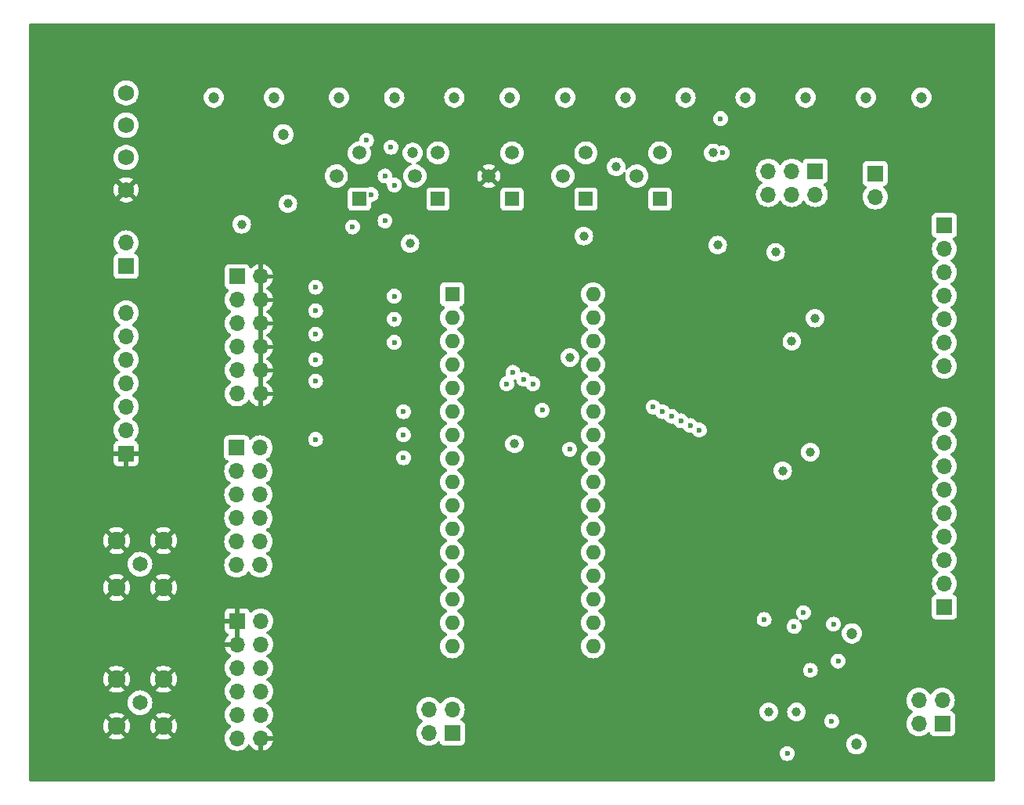
<source format=gbr>
%TF.GenerationSoftware,KiCad,Pcbnew,8.0.6-8.0.6-0~ubuntu24.04.1*%
%TF.CreationDate,2025-02-19T12:31:26-10:00*%
%TF.ProjectId,board_main,626f6172-645f-46d6-9169-6e2e6b696361,rev?*%
%TF.SameCoordinates,Original*%
%TF.FileFunction,Copper,L3,Inr*%
%TF.FilePolarity,Positive*%
%FSLAX46Y46*%
G04 Gerber Fmt 4.6, Leading zero omitted, Abs format (unit mm)*
G04 Created by KiCad (PCBNEW 8.0.6-8.0.6-0~ubuntu24.04.1) date 2025-02-19 12:31:26*
%MOMM*%
%LPD*%
G01*
G04 APERTURE LIST*
%TA.AperFunction,ComponentPad*%
%ADD10R,1.700000X1.700000*%
%TD*%
%TA.AperFunction,ComponentPad*%
%ADD11O,1.700000X1.700000*%
%TD*%
%TA.AperFunction,ComponentPad*%
%ADD12C,1.651000*%
%TD*%
%TA.AperFunction,ComponentPad*%
%ADD13C,1.905000*%
%TD*%
%TA.AperFunction,ComponentPad*%
%ADD14R,1.600000X1.600000*%
%TD*%
%TA.AperFunction,ComponentPad*%
%ADD15O,1.600000X1.600000*%
%TD*%
%TA.AperFunction,ComponentPad*%
%ADD16R,1.508000X1.508000*%
%TD*%
%TA.AperFunction,ComponentPad*%
%ADD17C,1.508000*%
%TD*%
%TA.AperFunction,ComponentPad*%
%ADD18C,1.727200*%
%TD*%
%TA.AperFunction,ViaPad*%
%ADD19C,0.600000*%
%TD*%
%TA.AperFunction,ViaPad*%
%ADD20C,1.200000*%
%TD*%
%TA.AperFunction,ViaPad*%
%ADD21C,1.000000*%
%TD*%
G04 APERTURE END LIST*
D10*
%TO.N,/ADC/IOVDD*%
%TO.C,J11*%
X160000000Y-74225000D03*
D11*
%TO.N,/Buffer/VCC*%
X160000000Y-76765000D03*
%TD*%
D10*
%TO.N,/ADC/IN1*%
%TO.C,J9*%
X91000000Y-85380000D03*
D11*
%TO.N,/ADC/IN2*%
X91000000Y-87920000D03*
%TO.N,/ADC/IN3*%
X91000000Y-90460000D03*
%TO.N,/ADC/IN4*%
X91000000Y-93000000D03*
%TO.N,/ADC/IN5*%
X91000000Y-95540000D03*
%TO.N,/ADC/IN6*%
X91000000Y-98080000D03*
%TO.N,/ADC/AVSS*%
X93540000Y-85380000D03*
X93540000Y-87920000D03*
X93540000Y-90460000D03*
X93540000Y-93000000D03*
X93540000Y-95540000D03*
X93540000Y-98080000D03*
%TD*%
D12*
%TO.N,Net-(J7-Signal)*%
%TO.C,J7*%
X80500000Y-116500000D03*
D13*
%TO.N,/ADC/AVSS*%
X83040000Y-113960000D03*
X77960000Y-113960000D03*
X77960000Y-119040000D03*
X83040000Y-119040000D03*
%TD*%
D12*
%TO.N,Net-(J6-Signal)*%
%TO.C,J6*%
X80500000Y-131500000D03*
D13*
%TO.N,/ADC/AVSS*%
X83040000Y-128960000D03*
X77960000Y-128960000D03*
X77960000Y-134040000D03*
X83040000Y-134040000D03*
%TD*%
D11*
%TO.N,/Buffer/RESX*%
%TO.C,J13*%
X114275000Y-132235000D03*
%TO.N,/ADC/RES*%
X111735000Y-134775000D03*
D10*
%TO.N,Net-(U6-M)*%
X114275000Y-134775000D03*
D11*
%TO.N,/ADC/RES*%
X111735000Y-132235000D03*
%TD*%
D14*
%TO.N,Net-(ADC1-IN1)*%
%TO.C,ADC2*%
X114260000Y-87300000D03*
D15*
%TO.N,Net-(ADC1-IN2)*%
X114260000Y-89840000D03*
%TO.N,Net-(ADC1-IN3)*%
X114260000Y-92380000D03*
%TO.N,/ADC/VHI*%
X114260000Y-94920000D03*
%TO.N,/ADC/VLO*%
X114260000Y-97460000D03*
%TO.N,Net-(ADC1-IN4)*%
X114260000Y-100000000D03*
%TO.N,Net-(ADC1-IN5)*%
X114260000Y-102540000D03*
%TO.N,Net-(ADC1-IN6)*%
X114260000Y-105080000D03*
%TO.N,Net-(ADC1-PAD)*%
X114260000Y-107620000D03*
%TO.N,Net-(ADC1-AVSS)*%
X114260000Y-110160000D03*
%TO.N,/ADC/RES*%
X114260000Y-112700000D03*
%TO.N,Net-(ADC1-IOVSS-Pad12)*%
X114260000Y-115240000D03*
%TO.N,/ADC/CK4*%
X114260000Y-117780000D03*
%TO.N,/ADC/CK5*%
X114260000Y-120320000D03*
%TO.N,/ADC/CK6*%
X114260000Y-122860000D03*
%TO.N,Net-(ADC1-VSS)*%
X114260000Y-125400000D03*
%TO.N,/ADC/OUT6*%
X129500000Y-125400000D03*
%TO.N,/ADC/OUT5*%
X129500000Y-122860000D03*
%TO.N,/ADC/OUT4*%
X129500000Y-120320000D03*
%TO.N,Net-(ADC1-IOVSS-Pad20)*%
X129500000Y-117780000D03*
%TO.N,Net-(ADC1-IOVDD-Pad21)*%
X129500000Y-115240000D03*
%TO.N,/ADC/OUT3*%
X129500000Y-112700000D03*
%TO.N,/ADC/OUT2*%
X129500000Y-110160000D03*
%TO.N,/ADC/OUT1*%
X129500000Y-107620000D03*
%TO.N,Net-(ADC1-VDD)*%
X129500000Y-105080000D03*
%TO.N,/ADC/CK1*%
X129500000Y-102540000D03*
%TO.N,/ADC/CK2*%
X129500000Y-100000000D03*
%TO.N,/ADC/CK3*%
X129500000Y-97460000D03*
%TO.N,Net-(ADC1-IOVDD-Pad29)*%
X129500000Y-94920000D03*
%TO.N,/ADC/VLDO*%
X129500000Y-92380000D03*
%TO.N,/ADC/VREF*%
X129500000Y-89840000D03*
%TO.N,/ADC/AVDD*%
X129500000Y-87300000D03*
%TD*%
D10*
%TO.N,/ADC/AVSS*%
%TO.C,J10*%
X91000000Y-122650000D03*
D11*
X91000000Y-125190000D03*
%TO.N,GND*%
X91000000Y-127730000D03*
X91000000Y-130270000D03*
X91000000Y-132810000D03*
X91000000Y-135350000D03*
%TO.N,Net-(ADC1-PAD)*%
X93540000Y-122650000D03*
%TO.N,Net-(ADC1-AVSS)*%
X93540000Y-125190000D03*
%TO.N,Net-(ADC1-IOVSS-Pad12)*%
X93540000Y-127730000D03*
%TO.N,Net-(ADC1-VSS)*%
X93540000Y-130270000D03*
%TO.N,Net-(ADC1-IOVSS-Pad20)*%
X93540000Y-132810000D03*
%TO.N,/ADC/AVSS*%
X93540000Y-135350000D03*
%TD*%
D10*
%TO.N,/Buffer/DO1*%
%TO.C,J4*%
X167500000Y-79840000D03*
D11*
%TO.N,/Buffer/DO2*%
X167500000Y-82380000D03*
%TO.N,/Buffer/DO3*%
X167500000Y-84920000D03*
%TO.N,/Buffer/DO4*%
X167500000Y-87460000D03*
%TO.N,/Buffer/DO5*%
X167500000Y-90000000D03*
%TO.N,/Buffer/DO6*%
X167500000Y-92540000D03*
%TO.N,GND*%
X167500000Y-95080000D03*
%TD*%
%TO.N,/ADC/IOVDD*%
%TO.C,J5*%
X148460000Y-73960000D03*
X151000000Y-73960000D03*
D10*
%TO.N,/ADC/VDD*%
X153540000Y-73960000D03*
D11*
%TO.N,Net-(ADC1-IOVDD-Pad29)*%
X148460000Y-76500000D03*
%TO.N,Net-(ADC1-IOVDD-Pad21)*%
X151000000Y-76500000D03*
%TO.N,Net-(ADC1-VDD)*%
X153540000Y-76500000D03*
%TD*%
D16*
%TO.N,Net-(U2-+IN)*%
%TO.C,R5*%
X112730000Y-77000000D03*
D17*
%TO.N,Net-(U3-+IN)*%
X110230000Y-74500000D03*
%TO.N,unconnected-(R5-Pad3)*%
X112730000Y-72000000D03*
%TD*%
D16*
%TO.N,Net-(R1-Pad2)*%
%TO.C,R2*%
X104230000Y-77000000D03*
D17*
%TO.N,Net-(U1-FB)*%
X101730000Y-74500000D03*
%TO.N,unconnected-(R2-Pad3)*%
X104230000Y-72000000D03*
%TD*%
D16*
%TO.N,Net-(U3-+IN)*%
%TO.C,R6*%
X120730000Y-77000000D03*
D17*
%TO.N,/ADC/AVSS*%
X118230000Y-74500000D03*
%TO.N,unconnected-(R6-Pad3)*%
X120730000Y-72000000D03*
%TD*%
D10*
%TO.N,GND*%
%TO.C,J1*%
X79000000Y-84275000D03*
D11*
%TO.N,/AnalogSupply/VSUP*%
X79000000Y-81735000D03*
%TD*%
D10*
%TO.N,/ADC/AVSS*%
%TO.C,J2*%
X79000000Y-104540000D03*
D11*
%TO.N,/ADC/IN6*%
X79000000Y-102000000D03*
%TO.N,/ADC/IN5*%
X79000000Y-99460000D03*
%TO.N,/ADC/IN4*%
X79000000Y-96920000D03*
%TO.N,/ADC/IN3*%
X79000000Y-94380000D03*
%TO.N,/ADC/IN2*%
X79000000Y-91840000D03*
%TO.N,/ADC/IN1*%
X79000000Y-89300000D03*
%TD*%
%TO.N,/ADC/IOVDD*%
%TO.C,J12*%
X167275000Y-131235000D03*
%TO.N,Net-(U5-\u002A1CLR)*%
X164735000Y-131235000D03*
D10*
%TO.N,/ADC/IOVDD*%
X167275000Y-133775000D03*
D11*
%TO.N,Net-(U6-VDD)*%
X164735000Y-133775000D03*
%TD*%
D18*
%TO.N,/AnalogSupply/VSUP*%
%TO.C,J14*%
X79000000Y-65499999D03*
%TO.N,GND*%
X79000000Y-69000000D03*
X79000000Y-72500000D03*
%TO.N,/ADC/AVSS*%
X79000000Y-76000001D03*
%TD*%
D16*
%TO.N,Net-(R17-Pad1)*%
%TO.C,R17*%
X128730000Y-77000000D03*
D17*
%TO.N,/ADC/VREF*%
X126230000Y-74500000D03*
%TO.N,Net-(R16-Pad2)*%
X128730000Y-72000000D03*
%TD*%
D10*
%TO.N,Net-(J6-Signal)*%
%TO.C,J8*%
X90960000Y-103920000D03*
D11*
%TO.N,Net-(J7-Signal)*%
X90960000Y-106460000D03*
%TO.N,Net-(J6-Signal)*%
X90960000Y-109000000D03*
%TO.N,Net-(J7-Signal)*%
X90960000Y-111540000D03*
%TO.N,Net-(J6-Signal)*%
X90960000Y-114080000D03*
%TO.N,Net-(J7-Signal)*%
X90960000Y-116620000D03*
%TO.N,/ADC/IN1*%
X93500000Y-103920000D03*
%TO.N,/ADC/IN2*%
X93500000Y-106460000D03*
%TO.N,/ADC/IN3*%
X93500000Y-109000000D03*
%TO.N,/ADC/IN4*%
X93500000Y-111540000D03*
%TO.N,/ADC/IN5*%
X93500000Y-114080000D03*
%TO.N,/ADC/IN6*%
X93500000Y-116620000D03*
%TD*%
D16*
%TO.N,unconnected-(R8-Pad1)*%
%TO.C,R8*%
X136730000Y-77000000D03*
D17*
%TO.N,Net-(U4-FB)*%
X134230000Y-74500000D03*
%TO.N,Net-(R7-Pad2)*%
X136730000Y-72000000D03*
%TD*%
D10*
%TO.N,GND*%
%TO.C,J3*%
X167500000Y-121160000D03*
D11*
%TO.N,/Buffer/CLK_IND*%
X167500000Y-118620000D03*
%TO.N,/Buffer/RES_IND*%
X167500000Y-116080000D03*
%TO.N,/Buffer/CLK_IN4*%
X167500000Y-113540000D03*
%TO.N,/Buffer/CLK_IN5*%
X167500000Y-111000000D03*
%TO.N,/Buffer/CLK_IN6*%
X167500000Y-108460000D03*
%TO.N,/Buffer/CLK_IN1*%
X167500000Y-105920000D03*
%TO.N,/Buffer/CLK_IN2*%
X167500000Y-103380000D03*
%TO.N,/Buffer/CLK_IN3*%
X167500000Y-100840000D03*
%TD*%
D19*
%TO.N,/ADC/VLDO*%
X122000000Y-96500000D03*
D20*
X133000000Y-66000000D03*
D19*
%TO.N,/ADC/VLO*%
X105000000Y-70627000D03*
D20*
X108000000Y-66000000D03*
D19*
%TO.N,/ADC/AVDD*%
X120173000Y-97000000D03*
D20*
X102000000Y-66000000D03*
D19*
X103500000Y-80010000D03*
%TO.N,Net-(ADC1-IN6)*%
X109000000Y-105000000D03*
%TO.N,/ADC/VHI*%
X107649999Y-71388750D03*
D20*
X114500000Y-66000000D03*
D19*
%TO.N,Net-(ADC1-IN2)*%
X108000000Y-90000000D03*
%TO.N,Net-(ADC1-IN4)*%
X109000000Y-100000000D03*
%TO.N,/ADC/OUT2*%
X137000000Y-100000000D03*
%TO.N,/ADC/OUT6*%
X141000000Y-102000000D03*
%TO.N,/ADC/OUT4*%
X139000000Y-101000000D03*
D20*
%TO.N,/ADC/VREF*%
X139500000Y-66000000D03*
D19*
X120827000Y-95750000D03*
%TO.N,Net-(ADC1-IN1)*%
X108000000Y-87500000D03*
%TO.N,Net-(ADC1-VDD)*%
X124000000Y-99850000D03*
%TO.N,/ADC/OUT3*%
X138000000Y-100500000D03*
%TO.N,Net-(ADC1-IN3)*%
X108000000Y-92500000D03*
%TO.N,/ADC/OUT1*%
X136000000Y-99500000D03*
%TO.N,Net-(ADC1-IN5)*%
X109000000Y-102500000D03*
D21*
%TO.N,Net-(ADC1-IOVDD-Pad29)*%
X142980000Y-81980000D03*
D19*
X123000000Y-97000000D03*
%TO.N,/ADC/OUT5*%
X140000000Y-101500000D03*
D21*
%TO.N,Net-(ADC1-IOVDD-Pad21)*%
X149250000Y-82750000D03*
D19*
X126968891Y-104080314D03*
D20*
%TO.N,/AnalogSupply/VSUP*%
X152500000Y-66000000D03*
D21*
%TO.N,GND*%
X109700578Y-81799422D03*
X150000000Y-106392800D03*
X151500000Y-132500000D03*
D19*
X148000000Y-122500000D03*
D21*
X132000000Y-73500000D03*
X127000000Y-94143000D03*
D19*
X143295000Y-68295000D03*
D21*
X121000000Y-103500000D03*
X148500000Y-132500000D03*
X151000000Y-92392800D03*
X96500000Y-77500000D03*
X91500000Y-79725000D03*
D19*
X153000000Y-128000000D03*
D21*
X142500000Y-72000000D03*
D19*
X107000000Y-74500000D03*
D20*
%TO.N,/AnalogSupply/VA*%
X88500000Y-66000000D03*
X96000000Y-70000000D03*
D19*
%TO.N,/ADC/AVSS*%
X111500000Y-109000000D03*
X111500000Y-88000000D03*
X111500000Y-101000000D03*
X111500000Y-92000000D03*
X111500000Y-104500000D03*
X120000000Y-90000000D03*
D21*
X131500000Y-81000000D03*
D19*
X98000000Y-75000000D03*
X111500000Y-96500000D03*
D20*
%TO.N,/ADC/IOVDD*%
X159000000Y-66000000D03*
D21*
%TO.N,/Buffer/VCC*%
X153000000Y-104392800D03*
X153500000Y-89892800D03*
D19*
%TO.N,Net-(U5-\u002A1CLR)*%
X156000000Y-127000000D03*
X151250000Y-123250000D03*
X155500000Y-123000000D03*
D20*
X157500000Y-124000000D03*
D19*
X152250000Y-121750000D03*
%TO.N,Net-(U6-VDD)*%
X155310000Y-133500000D03*
D20*
X158000000Y-136000000D03*
D19*
%TO.N,Net-(U6-M)*%
X150500000Y-137000000D03*
D20*
%TO.N,Net-(U1-FB)*%
X95000000Y-66000000D03*
D19*
%TO.N,Net-(U2-+IN)*%
X108019375Y-75480625D03*
X105500000Y-76500000D03*
D20*
X110000000Y-72000000D03*
X120500000Y-66000000D03*
D19*
%TO.N,Net-(U3-+IN)*%
X107000000Y-79350001D03*
D20*
X126500000Y-66000000D03*
%TO.N,/ADC/VDD*%
X165000000Y-66000000D03*
%TO.N,Net-(U4-FB)*%
X146000000Y-66000000D03*
D19*
X143500000Y-72000000D03*
%TO.N,/ADC/IN1*%
X99500000Y-86530000D03*
%TO.N,/ADC/IN2*%
X99500000Y-89070000D03*
%TO.N,/ADC/IN3*%
X99500000Y-91610000D03*
%TO.N,/ADC/IN4*%
X99500000Y-94390000D03*
%TO.N,/ADC/IN5*%
X99500000Y-96690000D03*
%TO.N,/ADC/IN6*%
X99500000Y-103000000D03*
D21*
%TO.N,Net-(R17-Pad1)*%
X128500000Y-81000000D03*
%TD*%
%TA.AperFunction,Conductor*%
%TO.N,/ADC/AVSS*%
G36*
X91250000Y-124756988D02*
G01*
X91192993Y-124724075D01*
X91065826Y-124690000D01*
X90934174Y-124690000D01*
X90807007Y-124724075D01*
X90750000Y-124756988D01*
X90750000Y-123083012D01*
X90807007Y-123115925D01*
X90934174Y-123150000D01*
X91065826Y-123150000D01*
X91192993Y-123115925D01*
X91250000Y-123083012D01*
X91250000Y-124756988D01*
G37*
%TD.AperFunction*%
%TA.AperFunction,Conductor*%
G36*
X93790000Y-97646988D02*
G01*
X93732993Y-97614075D01*
X93605826Y-97580000D01*
X93474174Y-97580000D01*
X93347007Y-97614075D01*
X93290000Y-97646988D01*
X93290000Y-95973012D01*
X93347007Y-96005925D01*
X93474174Y-96040000D01*
X93605826Y-96040000D01*
X93732993Y-96005925D01*
X93790000Y-95973012D01*
X93790000Y-97646988D01*
G37*
%TD.AperFunction*%
%TA.AperFunction,Conductor*%
G36*
X93790000Y-95106988D02*
G01*
X93732993Y-95074075D01*
X93605826Y-95040000D01*
X93474174Y-95040000D01*
X93347007Y-95074075D01*
X93290000Y-95106988D01*
X93290000Y-93433012D01*
X93347007Y-93465925D01*
X93474174Y-93500000D01*
X93605826Y-93500000D01*
X93732993Y-93465925D01*
X93790000Y-93433012D01*
X93790000Y-95106988D01*
G37*
%TD.AperFunction*%
%TA.AperFunction,Conductor*%
G36*
X93790000Y-92566988D02*
G01*
X93732993Y-92534075D01*
X93605826Y-92500000D01*
X93474174Y-92500000D01*
X93347007Y-92534075D01*
X93290000Y-92566988D01*
X93290000Y-90893012D01*
X93347007Y-90925925D01*
X93474174Y-90960000D01*
X93605826Y-90960000D01*
X93732993Y-90925925D01*
X93790000Y-90893012D01*
X93790000Y-92566988D01*
G37*
%TD.AperFunction*%
%TA.AperFunction,Conductor*%
G36*
X93790000Y-90026988D02*
G01*
X93732993Y-89994075D01*
X93605826Y-89960000D01*
X93474174Y-89960000D01*
X93347007Y-89994075D01*
X93290000Y-90026988D01*
X93290000Y-88353012D01*
X93347007Y-88385925D01*
X93474174Y-88420000D01*
X93605826Y-88420000D01*
X93732993Y-88385925D01*
X93790000Y-88353012D01*
X93790000Y-90026988D01*
G37*
%TD.AperFunction*%
%TA.AperFunction,Conductor*%
G36*
X93790000Y-87486988D02*
G01*
X93732993Y-87454075D01*
X93605826Y-87420000D01*
X93474174Y-87420000D01*
X93347007Y-87454075D01*
X93290000Y-87486988D01*
X93290000Y-85813012D01*
X93347007Y-85845925D01*
X93474174Y-85880000D01*
X93605826Y-85880000D01*
X93732993Y-85845925D01*
X93790000Y-85813012D01*
X93790000Y-87486988D01*
G37*
%TD.AperFunction*%
%TA.AperFunction,Conductor*%
G36*
X172942539Y-58020185D02*
G01*
X172988294Y-58072989D01*
X172999500Y-58124500D01*
X172999500Y-139875500D01*
X172979815Y-139942539D01*
X172927011Y-139988294D01*
X172875500Y-139999500D01*
X68624500Y-139999500D01*
X68557461Y-139979815D01*
X68511706Y-139927011D01*
X68500500Y-139875500D01*
X68500500Y-136999996D01*
X149694435Y-136999996D01*
X149694435Y-137000003D01*
X149714630Y-137179249D01*
X149714631Y-137179254D01*
X149774211Y-137349523D01*
X149870184Y-137502262D01*
X149997738Y-137629816D01*
X150150478Y-137725789D01*
X150320745Y-137785368D01*
X150320750Y-137785369D01*
X150499996Y-137805565D01*
X150500000Y-137805565D01*
X150500004Y-137805565D01*
X150679249Y-137785369D01*
X150679252Y-137785368D01*
X150679255Y-137785368D01*
X150849522Y-137725789D01*
X151002262Y-137629816D01*
X151129816Y-137502262D01*
X151225789Y-137349522D01*
X151285368Y-137179255D01*
X151285369Y-137179249D01*
X151305565Y-137000003D01*
X151305565Y-136999996D01*
X151285369Y-136820750D01*
X151285368Y-136820745D01*
X151258716Y-136744579D01*
X151225789Y-136650478D01*
X151208795Y-136623433D01*
X151182649Y-136581821D01*
X151129816Y-136497738D01*
X151002262Y-136370184D01*
X150849523Y-136274211D01*
X150679254Y-136214631D01*
X150679249Y-136214630D01*
X150500004Y-136194435D01*
X150499996Y-136194435D01*
X150320750Y-136214630D01*
X150320745Y-136214631D01*
X150150476Y-136274211D01*
X149997737Y-136370184D01*
X149870184Y-136497737D01*
X149774211Y-136650476D01*
X149714631Y-136820745D01*
X149714630Y-136820750D01*
X149694435Y-136999996D01*
X68500500Y-136999996D01*
X68500500Y-134039994D01*
X76502522Y-134039994D01*
X76502522Y-134040005D01*
X76522399Y-134279889D01*
X76581491Y-134513240D01*
X76678185Y-134733682D01*
X76770880Y-134875563D01*
X77321837Y-134324607D01*
X77340997Y-134370864D01*
X77417439Y-134485268D01*
X77514732Y-134582561D01*
X77629136Y-134659003D01*
X77675390Y-134678162D01*
X77123790Y-135229761D01*
X77123791Y-135229762D01*
X77162832Y-135260149D01*
X77162838Y-135260153D01*
X77374531Y-135374715D01*
X77374545Y-135374721D01*
X77602207Y-135452879D01*
X77839642Y-135492500D01*
X78080358Y-135492500D01*
X78317792Y-135452879D01*
X78545454Y-135374721D01*
X78545468Y-135374715D01*
X78757160Y-135260154D01*
X78757168Y-135260149D01*
X78796207Y-135229762D01*
X78796208Y-135229760D01*
X78244609Y-134678161D01*
X78290864Y-134659003D01*
X78405268Y-134582561D01*
X78502561Y-134485268D01*
X78579003Y-134370864D01*
X78598162Y-134324609D01*
X79149117Y-134875564D01*
X79241815Y-134733679D01*
X79338508Y-134513240D01*
X79397600Y-134279889D01*
X79417478Y-134040005D01*
X79417478Y-134039994D01*
X81582522Y-134039994D01*
X81582522Y-134040005D01*
X81602399Y-134279889D01*
X81661491Y-134513240D01*
X81758185Y-134733682D01*
X81850880Y-134875563D01*
X82401837Y-134324607D01*
X82420997Y-134370864D01*
X82497439Y-134485268D01*
X82594732Y-134582561D01*
X82709136Y-134659003D01*
X82755390Y-134678162D01*
X82203790Y-135229761D01*
X82203791Y-135229762D01*
X82242832Y-135260149D01*
X82242838Y-135260153D01*
X82454531Y-135374715D01*
X82454545Y-135374721D01*
X82682207Y-135452879D01*
X82919642Y-135492500D01*
X83160358Y-135492500D01*
X83397792Y-135452879D01*
X83625454Y-135374721D01*
X83625468Y-135374715D01*
X83837160Y-135260154D01*
X83837168Y-135260149D01*
X83876207Y-135229762D01*
X83876208Y-135229760D01*
X83324609Y-134678161D01*
X83370864Y-134659003D01*
X83485268Y-134582561D01*
X83582561Y-134485268D01*
X83659003Y-134370864D01*
X83678162Y-134324609D01*
X84229117Y-134875564D01*
X84321815Y-134733679D01*
X84418508Y-134513240D01*
X84477600Y-134279889D01*
X84497478Y-134040005D01*
X84497478Y-134039994D01*
X84477600Y-133800110D01*
X84418508Y-133566759D01*
X84321815Y-133346320D01*
X84229117Y-133204434D01*
X83678161Y-133755389D01*
X83659003Y-133709136D01*
X83582561Y-133594732D01*
X83485268Y-133497439D01*
X83370864Y-133420997D01*
X83324608Y-133401837D01*
X83876208Y-132850237D01*
X83876208Y-132850236D01*
X83837166Y-132819849D01*
X83837161Y-132819846D01*
X83625468Y-132705284D01*
X83625454Y-132705278D01*
X83397792Y-132627120D01*
X83160358Y-132587500D01*
X82919642Y-132587500D01*
X82682207Y-132627120D01*
X82454545Y-132705278D01*
X82454531Y-132705284D01*
X82242837Y-132819846D01*
X82242826Y-132819853D01*
X82203791Y-132850235D01*
X82203791Y-132850237D01*
X82755391Y-133401837D01*
X82709136Y-133420997D01*
X82594732Y-133497439D01*
X82497439Y-133594732D01*
X82420997Y-133709136D01*
X82401837Y-133755391D01*
X81850881Y-133204435D01*
X81758185Y-133346317D01*
X81661491Y-133566759D01*
X81602399Y-133800110D01*
X81582522Y-134039994D01*
X79417478Y-134039994D01*
X79397600Y-133800110D01*
X79338508Y-133566759D01*
X79241815Y-133346320D01*
X79149117Y-133204434D01*
X78598161Y-133755389D01*
X78579003Y-133709136D01*
X78502561Y-133594732D01*
X78405268Y-133497439D01*
X78290864Y-133420997D01*
X78244608Y-133401837D01*
X78796208Y-132850237D01*
X78796208Y-132850236D01*
X78757166Y-132819849D01*
X78757161Y-132819846D01*
X78545468Y-132705284D01*
X78545454Y-132705278D01*
X78317792Y-132627120D01*
X78080358Y-132587500D01*
X77839642Y-132587500D01*
X77602207Y-132627120D01*
X77374545Y-132705278D01*
X77374531Y-132705284D01*
X77162837Y-132819846D01*
X77162826Y-132819853D01*
X77123791Y-132850235D01*
X77123791Y-132850237D01*
X77675391Y-133401837D01*
X77629136Y-133420997D01*
X77514732Y-133497439D01*
X77417439Y-133594732D01*
X77340997Y-133709136D01*
X77321837Y-133755391D01*
X76770881Y-133204435D01*
X76678185Y-133346317D01*
X76581491Y-133566759D01*
X76522399Y-133800110D01*
X76502522Y-134039994D01*
X68500500Y-134039994D01*
X68500500Y-131499999D01*
X79168935Y-131499999D01*
X79168935Y-131500000D01*
X79189156Y-131731132D01*
X79189158Y-131731142D01*
X79249205Y-131955243D01*
X79249207Y-131955247D01*
X79249208Y-131955251D01*
X79298236Y-132060392D01*
X79347263Y-132165532D01*
X79347264Y-132165533D01*
X79480345Y-132355592D01*
X79644408Y-132519655D01*
X79834467Y-132652736D01*
X80044749Y-132750792D01*
X80268863Y-132810843D01*
X80453772Y-132827020D01*
X80499999Y-132831065D01*
X80500000Y-132831065D01*
X80500001Y-132831065D01*
X80538522Y-132827694D01*
X80731137Y-132810843D01*
X80955251Y-132750792D01*
X81165533Y-132652736D01*
X81355592Y-132519655D01*
X81519655Y-132355592D01*
X81652736Y-132165533D01*
X81750792Y-131955251D01*
X81810843Y-131731137D01*
X81831065Y-131500000D01*
X81810843Y-131268863D01*
X81750792Y-131044749D01*
X81652736Y-130834468D01*
X81652734Y-130834465D01*
X81652733Y-130834463D01*
X81519654Y-130644406D01*
X81355596Y-130480349D01*
X81355592Y-130480345D01*
X81165533Y-130347264D01*
X81165534Y-130347264D01*
X81165532Y-130347263D01*
X81052841Y-130294715D01*
X80955251Y-130249208D01*
X80955247Y-130249207D01*
X80955243Y-130249205D01*
X80731142Y-130189158D01*
X80731132Y-130189156D01*
X80500001Y-130168935D01*
X80499999Y-130168935D01*
X80268867Y-130189156D01*
X80268857Y-130189158D01*
X80044756Y-130249205D01*
X80044747Y-130249209D01*
X79834467Y-130347264D01*
X79834463Y-130347266D01*
X79644406Y-130480345D01*
X79480345Y-130644406D01*
X79347266Y-130834463D01*
X79347264Y-130834467D01*
X79249209Y-131044747D01*
X79249205Y-131044756D01*
X79189158Y-131268857D01*
X79189156Y-131268867D01*
X79168935Y-131499999D01*
X68500500Y-131499999D01*
X68500500Y-128959994D01*
X76502522Y-128959994D01*
X76502522Y-128960005D01*
X76522399Y-129199889D01*
X76581491Y-129433240D01*
X76678185Y-129653682D01*
X76770880Y-129795563D01*
X77321837Y-129244607D01*
X77340997Y-129290864D01*
X77417439Y-129405268D01*
X77514732Y-129502561D01*
X77629136Y-129579003D01*
X77675390Y-129598162D01*
X77123790Y-130149761D01*
X77123791Y-130149762D01*
X77162832Y-130180149D01*
X77162838Y-130180153D01*
X77374531Y-130294715D01*
X77374545Y-130294721D01*
X77602207Y-130372879D01*
X77839642Y-130412500D01*
X78080358Y-130412500D01*
X78317792Y-130372879D01*
X78545454Y-130294721D01*
X78545468Y-130294715D01*
X78757160Y-130180154D01*
X78757168Y-130180149D01*
X78796207Y-130149762D01*
X78796208Y-130149760D01*
X78244609Y-129598161D01*
X78290864Y-129579003D01*
X78405268Y-129502561D01*
X78502561Y-129405268D01*
X78579003Y-129290864D01*
X78598162Y-129244609D01*
X79149117Y-129795564D01*
X79241815Y-129653679D01*
X79338508Y-129433240D01*
X79397600Y-129199889D01*
X79417478Y-128960005D01*
X79417478Y-128959994D01*
X81582522Y-128959994D01*
X81582522Y-128960005D01*
X81602399Y-129199889D01*
X81661491Y-129433240D01*
X81758185Y-129653682D01*
X81850880Y-129795563D01*
X82401837Y-129244607D01*
X82420997Y-129290864D01*
X82497439Y-129405268D01*
X82594732Y-129502561D01*
X82709136Y-129579003D01*
X82755390Y-129598162D01*
X82203790Y-130149761D01*
X82203791Y-130149762D01*
X82242832Y-130180149D01*
X82242838Y-130180153D01*
X82454531Y-130294715D01*
X82454545Y-130294721D01*
X82682207Y-130372879D01*
X82919642Y-130412500D01*
X83160358Y-130412500D01*
X83397792Y-130372879D01*
X83625454Y-130294721D01*
X83625468Y-130294715D01*
X83837160Y-130180154D01*
X83837168Y-130180149D01*
X83876207Y-130149762D01*
X83876208Y-130149760D01*
X83324609Y-129598161D01*
X83370864Y-129579003D01*
X83485268Y-129502561D01*
X83582561Y-129405268D01*
X83659003Y-129290864D01*
X83678162Y-129244609D01*
X84229117Y-129795564D01*
X84321815Y-129653679D01*
X84418508Y-129433240D01*
X84477600Y-129199889D01*
X84497478Y-128960005D01*
X84497478Y-128959994D01*
X84477600Y-128720110D01*
X84418508Y-128486759D01*
X84321815Y-128266320D01*
X84229117Y-128124434D01*
X83678161Y-128675389D01*
X83659003Y-128629136D01*
X83582561Y-128514732D01*
X83485268Y-128417439D01*
X83370864Y-128340997D01*
X83324608Y-128321837D01*
X83876208Y-127770237D01*
X83876208Y-127770236D01*
X83837166Y-127739849D01*
X83837161Y-127739846D01*
X83818965Y-127729999D01*
X89644341Y-127729999D01*
X89644341Y-127730000D01*
X89664936Y-127965403D01*
X89664938Y-127965413D01*
X89726094Y-128193655D01*
X89726096Y-128193659D01*
X89726097Y-128193663D01*
X89798776Y-128349523D01*
X89825965Y-128407830D01*
X89825967Y-128407834D01*
X89934281Y-128562521D01*
X89961501Y-128601396D01*
X89961506Y-128601402D01*
X90128597Y-128768493D01*
X90128603Y-128768498D01*
X90314158Y-128898425D01*
X90357783Y-128953002D01*
X90364977Y-129022500D01*
X90333454Y-129084855D01*
X90314158Y-129101575D01*
X90128597Y-129231505D01*
X89961505Y-129398597D01*
X89825965Y-129592169D01*
X89825964Y-129592171D01*
X89726098Y-129806335D01*
X89726094Y-129806344D01*
X89664938Y-130034586D01*
X89664936Y-130034596D01*
X89644341Y-130269999D01*
X89644341Y-130270000D01*
X89664936Y-130505403D01*
X89664938Y-130505413D01*
X89726094Y-130733655D01*
X89726096Y-130733659D01*
X89726097Y-130733663D01*
X89794028Y-130879341D01*
X89825965Y-130947830D01*
X89825967Y-130947834D01*
X89893827Y-131044747D01*
X89961501Y-131141396D01*
X89961506Y-131141402D01*
X90128597Y-131308493D01*
X90128603Y-131308498D01*
X90314158Y-131438425D01*
X90357783Y-131493002D01*
X90364977Y-131562500D01*
X90333454Y-131624855D01*
X90314158Y-131641575D01*
X90128597Y-131771505D01*
X89961505Y-131938597D01*
X89825965Y-132132169D01*
X89825964Y-132132171D01*
X89726098Y-132346335D01*
X89726094Y-132346344D01*
X89664938Y-132574586D01*
X89664936Y-132574596D01*
X89644341Y-132809999D01*
X89644341Y-132810000D01*
X89664936Y-133045403D01*
X89664938Y-133045413D01*
X89726094Y-133273655D01*
X89726096Y-133273659D01*
X89726097Y-133273663D01*
X89794403Y-133420145D01*
X89825965Y-133487830D01*
X89825967Y-133487834D01*
X89905183Y-133600965D01*
X89961501Y-133681396D01*
X89961506Y-133681402D01*
X90128597Y-133848493D01*
X90128603Y-133848498D01*
X90314158Y-133978425D01*
X90357783Y-134033002D01*
X90364977Y-134102500D01*
X90333454Y-134164855D01*
X90314158Y-134181575D01*
X90128597Y-134311505D01*
X89961505Y-134478597D01*
X89825965Y-134672169D01*
X89825964Y-134672171D01*
X89726098Y-134886335D01*
X89726094Y-134886344D01*
X89664938Y-135114586D01*
X89664936Y-135114596D01*
X89644341Y-135349999D01*
X89644341Y-135350000D01*
X89664936Y-135585403D01*
X89664938Y-135585413D01*
X89726094Y-135813655D01*
X89726096Y-135813659D01*
X89726097Y-135813663D01*
X89809155Y-135991781D01*
X89825965Y-136027830D01*
X89825967Y-136027834D01*
X89934281Y-136182521D01*
X89961505Y-136221401D01*
X90128599Y-136388495D01*
X90225384Y-136456265D01*
X90322165Y-136524032D01*
X90322167Y-136524033D01*
X90322170Y-136524035D01*
X90536337Y-136623903D01*
X90764592Y-136685063D01*
X90952918Y-136701539D01*
X90999999Y-136705659D01*
X91000000Y-136705659D01*
X91000001Y-136705659D01*
X91039234Y-136702226D01*
X91235408Y-136685063D01*
X91463663Y-136623903D01*
X91677830Y-136524035D01*
X91871401Y-136388495D01*
X92038495Y-136221401D01*
X92168730Y-136035405D01*
X92223307Y-135991781D01*
X92292805Y-135984587D01*
X92355160Y-136016110D01*
X92371879Y-136035405D01*
X92501890Y-136221078D01*
X92668917Y-136388105D01*
X92862421Y-136523600D01*
X93076507Y-136623429D01*
X93076516Y-136623433D01*
X93290000Y-136680634D01*
X93290000Y-135783012D01*
X93347007Y-135815925D01*
X93474174Y-135850000D01*
X93605826Y-135850000D01*
X93732993Y-135815925D01*
X93790000Y-135783012D01*
X93790000Y-136680633D01*
X94003483Y-136623433D01*
X94003492Y-136623429D01*
X94217578Y-136523600D01*
X94411082Y-136388105D01*
X94578105Y-136221082D01*
X94713600Y-136027578D01*
X94813429Y-135813492D01*
X94813432Y-135813486D01*
X94870636Y-135600000D01*
X93973012Y-135600000D01*
X94005925Y-135542993D01*
X94040000Y-135415826D01*
X94040000Y-135284174D01*
X94005925Y-135157007D01*
X93973012Y-135100000D01*
X94870636Y-135100000D01*
X94870635Y-135099999D01*
X94813432Y-134886513D01*
X94813429Y-134886507D01*
X94713600Y-134672422D01*
X94713599Y-134672420D01*
X94578113Y-134478926D01*
X94578108Y-134478920D01*
X94411078Y-134311890D01*
X94225405Y-134181879D01*
X94181780Y-134127302D01*
X94174588Y-134057804D01*
X94206110Y-133995449D01*
X94225406Y-133978730D01*
X94225842Y-133978425D01*
X94411401Y-133848495D01*
X94578495Y-133681401D01*
X94714035Y-133487830D01*
X94813903Y-133273663D01*
X94875063Y-133045408D01*
X94895659Y-132810000D01*
X94875063Y-132574592D01*
X94813903Y-132346337D01*
X94761985Y-132234999D01*
X110379341Y-132234999D01*
X110379341Y-132235000D01*
X110399936Y-132470403D01*
X110399938Y-132470413D01*
X110461094Y-132698655D01*
X110461096Y-132698659D01*
X110461097Y-132698663D01*
X110541004Y-132870023D01*
X110560965Y-132912830D01*
X110560967Y-132912834D01*
X110620418Y-132997738D01*
X110696501Y-133106396D01*
X110696506Y-133106402D01*
X110863597Y-133273493D01*
X110863603Y-133273498D01*
X111049158Y-133403425D01*
X111092783Y-133458002D01*
X111099977Y-133527500D01*
X111068454Y-133589855D01*
X111049158Y-133606575D01*
X110863597Y-133736505D01*
X110696505Y-133903597D01*
X110560965Y-134097169D01*
X110560964Y-134097171D01*
X110461098Y-134311335D01*
X110461094Y-134311344D01*
X110399938Y-134539586D01*
X110399936Y-134539596D01*
X110379341Y-134774999D01*
X110379341Y-134775000D01*
X110399936Y-135010403D01*
X110399938Y-135010413D01*
X110461094Y-135238655D01*
X110461096Y-135238659D01*
X110461097Y-135238663D01*
X110544807Y-135418179D01*
X110560965Y-135452830D01*
X110560967Y-135452834D01*
X110560999Y-135452879D01*
X110696505Y-135646401D01*
X110863599Y-135813495D01*
X110960384Y-135881265D01*
X111057165Y-135949032D01*
X111057167Y-135949033D01*
X111057170Y-135949035D01*
X111271337Y-136048903D01*
X111499592Y-136110063D01*
X111676034Y-136125500D01*
X111734999Y-136130659D01*
X111735000Y-136130659D01*
X111735001Y-136130659D01*
X111793966Y-136125500D01*
X111970408Y-136110063D01*
X112198663Y-136048903D01*
X112412830Y-135949035D01*
X112606401Y-135813495D01*
X112728329Y-135691566D01*
X112789648Y-135658084D01*
X112859340Y-135663068D01*
X112915274Y-135704939D01*
X112932189Y-135735917D01*
X112981202Y-135867328D01*
X112981206Y-135867335D01*
X113067452Y-135982544D01*
X113067455Y-135982547D01*
X113182664Y-136068793D01*
X113182671Y-136068797D01*
X113317517Y-136119091D01*
X113317516Y-136119091D01*
X113324444Y-136119835D01*
X113377127Y-136125500D01*
X115172872Y-136125499D01*
X115232483Y-136119091D01*
X115367331Y-136068796D01*
X115459232Y-135999999D01*
X156894785Y-135999999D01*
X156894785Y-136000000D01*
X156913602Y-136203082D01*
X156969417Y-136399247D01*
X156969422Y-136399260D01*
X157060327Y-136581821D01*
X157183237Y-136744581D01*
X157333958Y-136881980D01*
X157333960Y-136881982D01*
X157433141Y-136943392D01*
X157507363Y-136989348D01*
X157697544Y-137063024D01*
X157898024Y-137100500D01*
X157898026Y-137100500D01*
X158101974Y-137100500D01*
X158101976Y-137100500D01*
X158302456Y-137063024D01*
X158492637Y-136989348D01*
X158666041Y-136881981D01*
X158816764Y-136744579D01*
X158939673Y-136581821D01*
X159030582Y-136399250D01*
X159086397Y-136203083D01*
X159105215Y-136000000D01*
X159104453Y-135991781D01*
X159086397Y-135796917D01*
X159068063Y-135732482D01*
X159030582Y-135600750D01*
X159022945Y-135585413D01*
X158956927Y-135452830D01*
X158939673Y-135418179D01*
X158820338Y-135260154D01*
X158816762Y-135255418D01*
X158666041Y-135118019D01*
X158666039Y-135118017D01*
X158492642Y-135010655D01*
X158492635Y-135010651D01*
X158397546Y-134973814D01*
X158302456Y-134936976D01*
X158101976Y-134899500D01*
X157898024Y-134899500D01*
X157697544Y-134936976D01*
X157697541Y-134936976D01*
X157697541Y-134936977D01*
X157507364Y-135010651D01*
X157507357Y-135010655D01*
X157333960Y-135118017D01*
X157333958Y-135118019D01*
X157183237Y-135255418D01*
X157060327Y-135418178D01*
X156969422Y-135600739D01*
X156969417Y-135600752D01*
X156913602Y-135796917D01*
X156894785Y-135999999D01*
X115459232Y-135999999D01*
X115482546Y-135982546D01*
X115568796Y-135867331D01*
X115619091Y-135732483D01*
X115625500Y-135672873D01*
X115625499Y-133877128D01*
X115619091Y-133817517D01*
X115617810Y-133814083D01*
X115568797Y-133682671D01*
X115568793Y-133682664D01*
X115482547Y-133567455D01*
X115482544Y-133567452D01*
X115367335Y-133481206D01*
X115367328Y-133481202D01*
X115235917Y-133432189D01*
X115179983Y-133390318D01*
X115155566Y-133324853D01*
X115170418Y-133256580D01*
X115191563Y-133228332D01*
X115313495Y-133106401D01*
X115449035Y-132912830D01*
X115548903Y-132698663D01*
X115602134Y-132500000D01*
X147494659Y-132500000D01*
X147513975Y-132696129D01*
X147513976Y-132696132D01*
X147568879Y-132877123D01*
X147571188Y-132884733D01*
X147664086Y-133058532D01*
X147664090Y-133058539D01*
X147789116Y-133210883D01*
X147941460Y-133335909D01*
X147941467Y-133335913D01*
X148115266Y-133428811D01*
X148115269Y-133428811D01*
X148115273Y-133428814D01*
X148303868Y-133486024D01*
X148500000Y-133505341D01*
X148696132Y-133486024D01*
X148884727Y-133428814D01*
X148932227Y-133403425D01*
X149058532Y-133335913D01*
X149058538Y-133335910D01*
X149210883Y-133210883D01*
X149335910Y-133058538D01*
X149409510Y-132920842D01*
X149428811Y-132884733D01*
X149428811Y-132884732D01*
X149428814Y-132884727D01*
X149486024Y-132696132D01*
X149505341Y-132500000D01*
X150494659Y-132500000D01*
X150513975Y-132696129D01*
X150513976Y-132696132D01*
X150568879Y-132877123D01*
X150571188Y-132884733D01*
X150664086Y-133058532D01*
X150664090Y-133058539D01*
X150789116Y-133210883D01*
X150941460Y-133335909D01*
X150941467Y-133335913D01*
X151115266Y-133428811D01*
X151115269Y-133428811D01*
X151115273Y-133428814D01*
X151303868Y-133486024D01*
X151500000Y-133505341D01*
X151554270Y-133499996D01*
X154504435Y-133499996D01*
X154504435Y-133500003D01*
X154524630Y-133679249D01*
X154524631Y-133679254D01*
X154584211Y-133849523D01*
X154660669Y-133971204D01*
X154680184Y-134002262D01*
X154807738Y-134129816D01*
X154960478Y-134225789D01*
X155115087Y-134279889D01*
X155130745Y-134285368D01*
X155130750Y-134285369D01*
X155309996Y-134305565D01*
X155310000Y-134305565D01*
X155310004Y-134305565D01*
X155489249Y-134285369D01*
X155489252Y-134285368D01*
X155489255Y-134285368D01*
X155659522Y-134225789D01*
X155812262Y-134129816D01*
X155939816Y-134002262D01*
X156035789Y-133849522D01*
X156095368Y-133679255D01*
X156104189Y-133600965D01*
X156115565Y-133500003D01*
X156115565Y-133499996D01*
X156095369Y-133320750D01*
X156095368Y-133320745D01*
X156078890Y-133273655D01*
X156035789Y-133150478D01*
X155939816Y-132997738D01*
X155812262Y-132870184D01*
X155780515Y-132850236D01*
X155659523Y-132774211D01*
X155489254Y-132714631D01*
X155489249Y-132714630D01*
X155310004Y-132694435D01*
X155309996Y-132694435D01*
X155130750Y-132714630D01*
X155130745Y-132714631D01*
X154960476Y-132774211D01*
X154807737Y-132870184D01*
X154680184Y-132997737D01*
X154584211Y-133150476D01*
X154524631Y-133320745D01*
X154524630Y-133320750D01*
X154504435Y-133499996D01*
X151554270Y-133499996D01*
X151696132Y-133486024D01*
X151884727Y-133428814D01*
X151932227Y-133403425D01*
X152058532Y-133335913D01*
X152058538Y-133335910D01*
X152210883Y-133210883D01*
X152335910Y-133058538D01*
X152409510Y-132920842D01*
X152428811Y-132884733D01*
X152428811Y-132884732D01*
X152428814Y-132884727D01*
X152486024Y-132696132D01*
X152505341Y-132500000D01*
X152486024Y-132303868D01*
X152428814Y-132115273D01*
X152428811Y-132115269D01*
X152428811Y-132115266D01*
X152335913Y-131941467D01*
X152335909Y-131941460D01*
X152210883Y-131789116D01*
X152058539Y-131664090D01*
X152058532Y-131664086D01*
X151884733Y-131571188D01*
X151884727Y-131571186D01*
X151696132Y-131513976D01*
X151696129Y-131513975D01*
X151500000Y-131494659D01*
X151303870Y-131513975D01*
X151115266Y-131571188D01*
X150941467Y-131664086D01*
X150941460Y-131664090D01*
X150789116Y-131789116D01*
X150664090Y-131941460D01*
X150664086Y-131941467D01*
X150571188Y-132115266D01*
X150513975Y-132303870D01*
X150494659Y-132500000D01*
X149505341Y-132500000D01*
X149486024Y-132303868D01*
X149428814Y-132115273D01*
X149428811Y-132115269D01*
X149428811Y-132115266D01*
X149335913Y-131941467D01*
X149335909Y-131941460D01*
X149210883Y-131789116D01*
X149058539Y-131664090D01*
X149058532Y-131664086D01*
X148884733Y-131571188D01*
X148884727Y-131571186D01*
X148696132Y-131513976D01*
X148696129Y-131513975D01*
X148500000Y-131494659D01*
X148303870Y-131513975D01*
X148115266Y-131571188D01*
X147941467Y-131664086D01*
X147941460Y-131664090D01*
X147789116Y-131789116D01*
X147664090Y-131941460D01*
X147664086Y-131941467D01*
X147571188Y-132115266D01*
X147513975Y-132303870D01*
X147494659Y-132500000D01*
X115602134Y-132500000D01*
X115610063Y-132470408D01*
X115630659Y-132235000D01*
X115610063Y-131999592D01*
X115548903Y-131771337D01*
X115449035Y-131557171D01*
X115443425Y-131549158D01*
X115313494Y-131363597D01*
X115184895Y-131234999D01*
X163379341Y-131234999D01*
X163379341Y-131235000D01*
X163399936Y-131470403D01*
X163399938Y-131470413D01*
X163461094Y-131698655D01*
X163461096Y-131698659D01*
X163461097Y-131698663D01*
X163503276Y-131789116D01*
X163560965Y-131912830D01*
X163560967Y-131912834D01*
X163590669Y-131955252D01*
X163696501Y-132106396D01*
X163696506Y-132106402D01*
X163863597Y-132273493D01*
X163863603Y-132273498D01*
X164049158Y-132403425D01*
X164092783Y-132458002D01*
X164099977Y-132527500D01*
X164068454Y-132589855D01*
X164049158Y-132606575D01*
X163863597Y-132736505D01*
X163696505Y-132903597D01*
X163560965Y-133097169D01*
X163560964Y-133097171D01*
X163461098Y-133311335D01*
X163461094Y-133311344D01*
X163399938Y-133539586D01*
X163399936Y-133539596D01*
X163379341Y-133774999D01*
X163379341Y-133775000D01*
X163399936Y-134010403D01*
X163399938Y-134010413D01*
X163461094Y-134238655D01*
X163461096Y-134238659D01*
X163461097Y-134238663D01*
X163495244Y-134311891D01*
X163560965Y-134452830D01*
X163560967Y-134452834D01*
X163621712Y-134539586D01*
X163696505Y-134646401D01*
X163863599Y-134813495D01*
X163952241Y-134875563D01*
X164057165Y-134949032D01*
X164057167Y-134949033D01*
X164057170Y-134949035D01*
X164271337Y-135048903D01*
X164499592Y-135110063D01*
X164676034Y-135125500D01*
X164734999Y-135130659D01*
X164735000Y-135130659D01*
X164735001Y-135130659D01*
X164793966Y-135125500D01*
X164970408Y-135110063D01*
X165198663Y-135048903D01*
X165412830Y-134949035D01*
X165606401Y-134813495D01*
X165728329Y-134691566D01*
X165789648Y-134658084D01*
X165859340Y-134663068D01*
X165915274Y-134704939D01*
X165932189Y-134735917D01*
X165981202Y-134867328D01*
X165981206Y-134867335D01*
X166067452Y-134982544D01*
X166067455Y-134982547D01*
X166182664Y-135068793D01*
X166182671Y-135068797D01*
X166317517Y-135119091D01*
X166317516Y-135119091D01*
X166324444Y-135119835D01*
X166377127Y-135125500D01*
X168172872Y-135125499D01*
X168232483Y-135119091D01*
X168367331Y-135068796D01*
X168482546Y-134982546D01*
X168568796Y-134867331D01*
X168619091Y-134732483D01*
X168625500Y-134672873D01*
X168625499Y-132877128D01*
X168619091Y-132817517D01*
X168617810Y-132814083D01*
X168568797Y-132682671D01*
X168568793Y-132682664D01*
X168482547Y-132567455D01*
X168482544Y-132567452D01*
X168367335Y-132481206D01*
X168367328Y-132481202D01*
X168235917Y-132432189D01*
X168179983Y-132390318D01*
X168155566Y-132324853D01*
X168170418Y-132256580D01*
X168191563Y-132228332D01*
X168313495Y-132106401D01*
X168449035Y-131912830D01*
X168548903Y-131698663D01*
X168610063Y-131470408D01*
X168630659Y-131235000D01*
X168610063Y-130999592D01*
X168548903Y-130771337D01*
X168449035Y-130557171D01*
X168443425Y-130549158D01*
X168313494Y-130363597D01*
X168146402Y-130196506D01*
X168146395Y-130196501D01*
X168135905Y-130189156D01*
X168079642Y-130149760D01*
X167952834Y-130060967D01*
X167952830Y-130060965D01*
X167952828Y-130060964D01*
X167738663Y-129961097D01*
X167738659Y-129961096D01*
X167738655Y-129961094D01*
X167510413Y-129899938D01*
X167510403Y-129899936D01*
X167275001Y-129879341D01*
X167274999Y-129879341D01*
X167039596Y-129899936D01*
X167039586Y-129899938D01*
X166811344Y-129961094D01*
X166811335Y-129961098D01*
X166597171Y-130060964D01*
X166597169Y-130060965D01*
X166403597Y-130196505D01*
X166236505Y-130363597D01*
X166106575Y-130549158D01*
X166051998Y-130592783D01*
X165982500Y-130599977D01*
X165920145Y-130568454D01*
X165903425Y-130549158D01*
X165773494Y-130363597D01*
X165606402Y-130196506D01*
X165606395Y-130196501D01*
X165595905Y-130189156D01*
X165539642Y-130149760D01*
X165412834Y-130060967D01*
X165412830Y-130060965D01*
X165412828Y-130060964D01*
X165198663Y-129961097D01*
X165198659Y-129961096D01*
X165198655Y-129961094D01*
X164970413Y-129899938D01*
X164970403Y-129899936D01*
X164735001Y-129879341D01*
X164734999Y-129879341D01*
X164499596Y-129899936D01*
X164499586Y-129899938D01*
X164271344Y-129961094D01*
X164271335Y-129961098D01*
X164057171Y-130060964D01*
X164057169Y-130060965D01*
X163863597Y-130196505D01*
X163696505Y-130363597D01*
X163560965Y-130557169D01*
X163560964Y-130557171D01*
X163461098Y-130771335D01*
X163461094Y-130771344D01*
X163399938Y-130999586D01*
X163399936Y-130999596D01*
X163379341Y-131234999D01*
X115184895Y-131234999D01*
X115146402Y-131196506D01*
X115146395Y-131196501D01*
X114952834Y-131060967D01*
X114952830Y-131060965D01*
X114918050Y-131044747D01*
X114738663Y-130961097D01*
X114738659Y-130961096D01*
X114738655Y-130961094D01*
X114510413Y-130899938D01*
X114510403Y-130899936D01*
X114275001Y-130879341D01*
X114274999Y-130879341D01*
X114039596Y-130899936D01*
X114039586Y-130899938D01*
X113811344Y-130961094D01*
X113811335Y-130961098D01*
X113597171Y-131060964D01*
X113597169Y-131060965D01*
X113403597Y-131196505D01*
X113236505Y-131363597D01*
X113106575Y-131549158D01*
X113051998Y-131592783D01*
X112982500Y-131599977D01*
X112920145Y-131568454D01*
X112903425Y-131549158D01*
X112773494Y-131363597D01*
X112606402Y-131196506D01*
X112606395Y-131196501D01*
X112412834Y-131060967D01*
X112412830Y-131060965D01*
X112378050Y-131044747D01*
X112198663Y-130961097D01*
X112198659Y-130961096D01*
X112198655Y-130961094D01*
X111970413Y-130899938D01*
X111970403Y-130899936D01*
X111735001Y-130879341D01*
X111734999Y-130879341D01*
X111499596Y-130899936D01*
X111499586Y-130899938D01*
X111271344Y-130961094D01*
X111271335Y-130961098D01*
X111057171Y-131060964D01*
X111057169Y-131060965D01*
X110863597Y-131196505D01*
X110696505Y-131363597D01*
X110560965Y-131557169D01*
X110560964Y-131557171D01*
X110461098Y-131771335D01*
X110461094Y-131771344D01*
X110399938Y-131999586D01*
X110399936Y-131999596D01*
X110379341Y-132234999D01*
X94761985Y-132234999D01*
X94714035Y-132132171D01*
X94708425Y-132124158D01*
X94578494Y-131938597D01*
X94411402Y-131771506D01*
X94411396Y-131771501D01*
X94225842Y-131641575D01*
X94182217Y-131586998D01*
X94175023Y-131517500D01*
X94206546Y-131455145D01*
X94225842Y-131438425D01*
X94332707Y-131363597D01*
X94411401Y-131308495D01*
X94578495Y-131141401D01*
X94714035Y-130947830D01*
X94813903Y-130733663D01*
X94875063Y-130505408D01*
X94895659Y-130270000D01*
X94875063Y-130034592D01*
X94813903Y-129806337D01*
X94714035Y-129592171D01*
X94708425Y-129584158D01*
X94578494Y-129398597D01*
X94411402Y-129231506D01*
X94411396Y-129231501D01*
X94225842Y-129101575D01*
X94182217Y-129046998D01*
X94175023Y-128977500D01*
X94206546Y-128915145D01*
X94225842Y-128898425D01*
X94248026Y-128882891D01*
X94411401Y-128768495D01*
X94578495Y-128601401D01*
X94714035Y-128407830D01*
X94813903Y-128193663D01*
X94865795Y-127999996D01*
X152194435Y-127999996D01*
X152194435Y-128000003D01*
X152214630Y-128179249D01*
X152214631Y-128179254D01*
X152274211Y-128349523D01*
X152316886Y-128417439D01*
X152370184Y-128502262D01*
X152497738Y-128629816D01*
X152650478Y-128725789D01*
X152820745Y-128785368D01*
X152820750Y-128785369D01*
X152999996Y-128805565D01*
X153000000Y-128805565D01*
X153000004Y-128805565D01*
X153179249Y-128785369D01*
X153179252Y-128785368D01*
X153179255Y-128785368D01*
X153349522Y-128725789D01*
X153502262Y-128629816D01*
X153629816Y-128502262D01*
X153725789Y-128349522D01*
X153785368Y-128179255D01*
X153805565Y-128000000D01*
X153801667Y-127965408D01*
X153785369Y-127820750D01*
X153785368Y-127820745D01*
X153753615Y-127730000D01*
X153725789Y-127650478D01*
X153629816Y-127497738D01*
X153502262Y-127370184D01*
X153469379Y-127349522D01*
X153349523Y-127274211D01*
X153179254Y-127214631D01*
X153179249Y-127214630D01*
X153000004Y-127194435D01*
X152999996Y-127194435D01*
X152820750Y-127214630D01*
X152820745Y-127214631D01*
X152650476Y-127274211D01*
X152497737Y-127370184D01*
X152370184Y-127497737D01*
X152274211Y-127650476D01*
X152214631Y-127820745D01*
X152214630Y-127820750D01*
X152194435Y-127999996D01*
X94865795Y-127999996D01*
X94875063Y-127965408D01*
X94895659Y-127730000D01*
X94895290Y-127725788D01*
X94886497Y-127625278D01*
X94875063Y-127494592D01*
X94813903Y-127266337D01*
X94714035Y-127052171D01*
X94708425Y-127044158D01*
X94677502Y-126999996D01*
X155194435Y-126999996D01*
X155194435Y-127000003D01*
X155214630Y-127179249D01*
X155214631Y-127179254D01*
X155274211Y-127349523D01*
X155365361Y-127494586D01*
X155370184Y-127502262D01*
X155497738Y-127629816D01*
X155650478Y-127725789D01*
X155777500Y-127770236D01*
X155820745Y-127785368D01*
X155820750Y-127785369D01*
X155999996Y-127805565D01*
X156000000Y-127805565D01*
X156000004Y-127805565D01*
X156179249Y-127785369D01*
X156179252Y-127785368D01*
X156179255Y-127785368D01*
X156349522Y-127725789D01*
X156502262Y-127629816D01*
X156629816Y-127502262D01*
X156725789Y-127349522D01*
X156785368Y-127179255D01*
X156794864Y-127094977D01*
X156805565Y-127000003D01*
X156805565Y-126999996D01*
X156785369Y-126820750D01*
X156785368Y-126820745D01*
X156740145Y-126691505D01*
X156725789Y-126650478D01*
X156629816Y-126497738D01*
X156502262Y-126370184D01*
X156483061Y-126358119D01*
X156349523Y-126274211D01*
X156179254Y-126214631D01*
X156179249Y-126214630D01*
X156000004Y-126194435D01*
X155999996Y-126194435D01*
X155820750Y-126214630D01*
X155820745Y-126214631D01*
X155650476Y-126274211D01*
X155497737Y-126370184D01*
X155370184Y-126497737D01*
X155274211Y-126650476D01*
X155214631Y-126820745D01*
X155214630Y-126820750D01*
X155194435Y-126999996D01*
X94677502Y-126999996D01*
X94578494Y-126858597D01*
X94411402Y-126691506D01*
X94411396Y-126691501D01*
X94225842Y-126561575D01*
X94182217Y-126506998D01*
X94175023Y-126437500D01*
X94206546Y-126375145D01*
X94225842Y-126358425D01*
X94248026Y-126342891D01*
X94411401Y-126228495D01*
X94578495Y-126061401D01*
X94714035Y-125867830D01*
X94813903Y-125653663D01*
X94875063Y-125425408D01*
X94895659Y-125190000D01*
X94875063Y-124954592D01*
X94813903Y-124726337D01*
X94714035Y-124512171D01*
X94708731Y-124504595D01*
X94578494Y-124318597D01*
X94411402Y-124151506D01*
X94411396Y-124151501D01*
X94225842Y-124021575D01*
X94182217Y-123966998D01*
X94175023Y-123897500D01*
X94206546Y-123835145D01*
X94225842Y-123818425D01*
X94334865Y-123742086D01*
X94411401Y-123688495D01*
X94578495Y-123521401D01*
X94714035Y-123327830D01*
X94813903Y-123113663D01*
X94875063Y-122885408D01*
X94895659Y-122650000D01*
X94875063Y-122414592D01*
X94813903Y-122186337D01*
X94714035Y-121972171D01*
X94683985Y-121929254D01*
X94578494Y-121778597D01*
X94411402Y-121611506D01*
X94411395Y-121611501D01*
X94217834Y-121475967D01*
X94217830Y-121475965D01*
X94146727Y-121442809D01*
X94003663Y-121376097D01*
X94003659Y-121376096D01*
X94003655Y-121376094D01*
X93775413Y-121314938D01*
X93775403Y-121314936D01*
X93540001Y-121294341D01*
X93539999Y-121294341D01*
X93304596Y-121314936D01*
X93304586Y-121314938D01*
X93076344Y-121376094D01*
X93076335Y-121376098D01*
X92862171Y-121475964D01*
X92862169Y-121475965D01*
X92668600Y-121611503D01*
X92546284Y-121733819D01*
X92484961Y-121767303D01*
X92415269Y-121762319D01*
X92359336Y-121720447D01*
X92342421Y-121689470D01*
X92293354Y-121557913D01*
X92293350Y-121557906D01*
X92207190Y-121442812D01*
X92207187Y-121442809D01*
X92092093Y-121356649D01*
X92092086Y-121356645D01*
X91957379Y-121306403D01*
X91957372Y-121306401D01*
X91897844Y-121300000D01*
X91250000Y-121300000D01*
X91250000Y-122216988D01*
X91192993Y-122184075D01*
X91065826Y-122150000D01*
X90934174Y-122150000D01*
X90807007Y-122184075D01*
X90750000Y-122216988D01*
X90750000Y-121300000D01*
X90102155Y-121300000D01*
X90042627Y-121306401D01*
X90042620Y-121306403D01*
X89907913Y-121356645D01*
X89907906Y-121356649D01*
X89792812Y-121442809D01*
X89792809Y-121442812D01*
X89706649Y-121557906D01*
X89706645Y-121557913D01*
X89656403Y-121692620D01*
X89656401Y-121692627D01*
X89650000Y-121752155D01*
X89650000Y-122400000D01*
X90566988Y-122400000D01*
X90534075Y-122457007D01*
X90500000Y-122584174D01*
X90500000Y-122715826D01*
X90534075Y-122842993D01*
X90566988Y-122900000D01*
X89650000Y-122900000D01*
X89650000Y-123547844D01*
X89656401Y-123607372D01*
X89656403Y-123607379D01*
X89706645Y-123742086D01*
X89706649Y-123742093D01*
X89792809Y-123857187D01*
X89792812Y-123857190D01*
X89907906Y-123943350D01*
X89907913Y-123943354D01*
X90039986Y-123992614D01*
X90095920Y-124034485D01*
X90120337Y-124099949D01*
X90105486Y-124168222D01*
X90084335Y-124196477D01*
X89961886Y-124318926D01*
X89826400Y-124512420D01*
X89826399Y-124512422D01*
X89726570Y-124726507D01*
X89726567Y-124726513D01*
X89669364Y-124939999D01*
X89669364Y-124940000D01*
X90566988Y-124940000D01*
X90534075Y-124997007D01*
X90500000Y-125124174D01*
X90500000Y-125255826D01*
X90534075Y-125382993D01*
X90566988Y-125440000D01*
X89669364Y-125440000D01*
X89726567Y-125653486D01*
X89726570Y-125653492D01*
X89826399Y-125867578D01*
X89961894Y-126061082D01*
X90128917Y-126228105D01*
X90314595Y-126358119D01*
X90358219Y-126412696D01*
X90365412Y-126482195D01*
X90333890Y-126544549D01*
X90314595Y-126561269D01*
X90128594Y-126691508D01*
X89961505Y-126858597D01*
X89825965Y-127052169D01*
X89825964Y-127052171D01*
X89726098Y-127266335D01*
X89726094Y-127266344D01*
X89664938Y-127494586D01*
X89664936Y-127494596D01*
X89644341Y-127729999D01*
X83818965Y-127729999D01*
X83625468Y-127625284D01*
X83625454Y-127625278D01*
X83397792Y-127547120D01*
X83160358Y-127507500D01*
X82919642Y-127507500D01*
X82682207Y-127547120D01*
X82454545Y-127625278D01*
X82454531Y-127625284D01*
X82242837Y-127739846D01*
X82242826Y-127739853D01*
X82203791Y-127770235D01*
X82203791Y-127770237D01*
X82755391Y-128321837D01*
X82709136Y-128340997D01*
X82594732Y-128417439D01*
X82497439Y-128514732D01*
X82420997Y-128629136D01*
X82401837Y-128675391D01*
X81850881Y-128124435D01*
X81758185Y-128266317D01*
X81661491Y-128486759D01*
X81602399Y-128720110D01*
X81582522Y-128959994D01*
X79417478Y-128959994D01*
X79397600Y-128720110D01*
X79338508Y-128486759D01*
X79241815Y-128266320D01*
X79149117Y-128124434D01*
X78598161Y-128675389D01*
X78579003Y-128629136D01*
X78502561Y-128514732D01*
X78405268Y-128417439D01*
X78290864Y-128340997D01*
X78244608Y-128321837D01*
X78796208Y-127770237D01*
X78796208Y-127770236D01*
X78757166Y-127739849D01*
X78757161Y-127739846D01*
X78545468Y-127625284D01*
X78545454Y-127625278D01*
X78317792Y-127547120D01*
X78080358Y-127507500D01*
X77839642Y-127507500D01*
X77602207Y-127547120D01*
X77374545Y-127625278D01*
X77374531Y-127625284D01*
X77162837Y-127739846D01*
X77162826Y-127739853D01*
X77123791Y-127770235D01*
X77123791Y-127770237D01*
X77675391Y-128321837D01*
X77629136Y-128340997D01*
X77514732Y-128417439D01*
X77417439Y-128514732D01*
X77340997Y-128629136D01*
X77321837Y-128675391D01*
X76770881Y-128124435D01*
X76678185Y-128266317D01*
X76581491Y-128486759D01*
X76522399Y-128720110D01*
X76502522Y-128959994D01*
X68500500Y-128959994D01*
X68500500Y-119039994D01*
X76502522Y-119039994D01*
X76502522Y-119040005D01*
X76522399Y-119279889D01*
X76581491Y-119513240D01*
X76678185Y-119733682D01*
X76770880Y-119875563D01*
X77321837Y-119324607D01*
X77340997Y-119370864D01*
X77417439Y-119485268D01*
X77514732Y-119582561D01*
X77629136Y-119659003D01*
X77675390Y-119678162D01*
X77123790Y-120229761D01*
X77123791Y-120229762D01*
X77162832Y-120260149D01*
X77162838Y-120260153D01*
X77374531Y-120374715D01*
X77374545Y-120374721D01*
X77602207Y-120452879D01*
X77839642Y-120492500D01*
X78080358Y-120492500D01*
X78317792Y-120452879D01*
X78545454Y-120374721D01*
X78545468Y-120374715D01*
X78757160Y-120260154D01*
X78757168Y-120260149D01*
X78796207Y-120229762D01*
X78796208Y-120229760D01*
X78244609Y-119678161D01*
X78290864Y-119659003D01*
X78405268Y-119582561D01*
X78502561Y-119485268D01*
X78579003Y-119370864D01*
X78598162Y-119324609D01*
X79149117Y-119875564D01*
X79241815Y-119733679D01*
X79338508Y-119513240D01*
X79397600Y-119279889D01*
X79417478Y-119040005D01*
X79417478Y-119039994D01*
X81582522Y-119039994D01*
X81582522Y-119040005D01*
X81602399Y-119279889D01*
X81661491Y-119513240D01*
X81758185Y-119733682D01*
X81850880Y-119875563D01*
X82401837Y-119324607D01*
X82420997Y-119370864D01*
X82497439Y-119485268D01*
X82594732Y-119582561D01*
X82709136Y-119659003D01*
X82755390Y-119678162D01*
X82203790Y-120229761D01*
X82203791Y-120229762D01*
X82242832Y-120260149D01*
X82242838Y-120260153D01*
X82454531Y-120374715D01*
X82454545Y-120374721D01*
X82682207Y-120452879D01*
X82919642Y-120492500D01*
X83160358Y-120492500D01*
X83397792Y-120452879D01*
X83625454Y-120374721D01*
X83625468Y-120374715D01*
X83837160Y-120260154D01*
X83837168Y-120260149D01*
X83876207Y-120229762D01*
X83876208Y-120229760D01*
X83324609Y-119678161D01*
X83370864Y-119659003D01*
X83485268Y-119582561D01*
X83582561Y-119485268D01*
X83659003Y-119370864D01*
X83678162Y-119324609D01*
X84229117Y-119875564D01*
X84321815Y-119733679D01*
X84418508Y-119513240D01*
X84477600Y-119279889D01*
X84497478Y-119040005D01*
X84497478Y-119039994D01*
X84477600Y-118800110D01*
X84418508Y-118566759D01*
X84321815Y-118346320D01*
X84229117Y-118204434D01*
X83678161Y-118755389D01*
X83659003Y-118709136D01*
X83582561Y-118594732D01*
X83485268Y-118497439D01*
X83370864Y-118420997D01*
X83324608Y-118401837D01*
X83876208Y-117850237D01*
X83876208Y-117850236D01*
X83837166Y-117819849D01*
X83837161Y-117819846D01*
X83625468Y-117705284D01*
X83625454Y-117705278D01*
X83397792Y-117627120D01*
X83160358Y-117587500D01*
X82919642Y-117587500D01*
X82682207Y-117627120D01*
X82454545Y-117705278D01*
X82454531Y-117705284D01*
X82242837Y-117819846D01*
X82242826Y-117819853D01*
X82203791Y-117850235D01*
X82203791Y-117850237D01*
X82755391Y-118401837D01*
X82709136Y-118420997D01*
X82594732Y-118497439D01*
X82497439Y-118594732D01*
X82420997Y-118709136D01*
X82401837Y-118755391D01*
X81850881Y-118204435D01*
X81758185Y-118346317D01*
X81661491Y-118566759D01*
X81602399Y-118800110D01*
X81582522Y-119039994D01*
X79417478Y-119039994D01*
X79397600Y-118800110D01*
X79338508Y-118566759D01*
X79241815Y-118346320D01*
X79149117Y-118204434D01*
X78598161Y-118755389D01*
X78579003Y-118709136D01*
X78502561Y-118594732D01*
X78405268Y-118497439D01*
X78290864Y-118420997D01*
X78244608Y-118401837D01*
X78796208Y-117850237D01*
X78796208Y-117850236D01*
X78757166Y-117819849D01*
X78757161Y-117819846D01*
X78545468Y-117705284D01*
X78545454Y-117705278D01*
X78317792Y-117627120D01*
X78080358Y-117587500D01*
X77839642Y-117587500D01*
X77602207Y-117627120D01*
X77374545Y-117705278D01*
X77374531Y-117705284D01*
X77162837Y-117819846D01*
X77162826Y-117819853D01*
X77123791Y-117850235D01*
X77123791Y-117850237D01*
X77675391Y-118401837D01*
X77629136Y-118420997D01*
X77514732Y-118497439D01*
X77417439Y-118594732D01*
X77340997Y-118709136D01*
X77321837Y-118755391D01*
X76770881Y-118204435D01*
X76678185Y-118346317D01*
X76581491Y-118566759D01*
X76522399Y-118800110D01*
X76502522Y-119039994D01*
X68500500Y-119039994D01*
X68500500Y-116499999D01*
X79168935Y-116499999D01*
X79168935Y-116500000D01*
X79189156Y-116731132D01*
X79189158Y-116731142D01*
X79249205Y-116955243D01*
X79249207Y-116955247D01*
X79249208Y-116955251D01*
X79298236Y-117060392D01*
X79347263Y-117165532D01*
X79347264Y-117165533D01*
X79480345Y-117355592D01*
X79644408Y-117519655D01*
X79834467Y-117652736D01*
X80044749Y-117750792D01*
X80268863Y-117810843D01*
X80453772Y-117827020D01*
X80499999Y-117831065D01*
X80500000Y-117831065D01*
X80500001Y-117831065D01*
X80538522Y-117827694D01*
X80731137Y-117810843D01*
X80955251Y-117750792D01*
X81165533Y-117652736D01*
X81355592Y-117519655D01*
X81519655Y-117355592D01*
X81652736Y-117165533D01*
X81750792Y-116955251D01*
X81810843Y-116731137D01*
X81831065Y-116500000D01*
X81810843Y-116268863D01*
X81750792Y-116044749D01*
X81652736Y-115834468D01*
X81652734Y-115834465D01*
X81652733Y-115834463D01*
X81519654Y-115644406D01*
X81355596Y-115480349D01*
X81355592Y-115480345D01*
X81201574Y-115372500D01*
X81165532Y-115347263D01*
X81052841Y-115294715D01*
X80955251Y-115249208D01*
X80955247Y-115249207D01*
X80955243Y-115249205D01*
X80731142Y-115189158D01*
X80731132Y-115189156D01*
X80500001Y-115168935D01*
X80499999Y-115168935D01*
X80268867Y-115189156D01*
X80268857Y-115189158D01*
X80044756Y-115249205D01*
X80044747Y-115249209D01*
X79834467Y-115347264D01*
X79834463Y-115347266D01*
X79644406Y-115480345D01*
X79480345Y-115644406D01*
X79347266Y-115834463D01*
X79347264Y-115834467D01*
X79249209Y-116044747D01*
X79249205Y-116044756D01*
X79189158Y-116268857D01*
X79189156Y-116268867D01*
X79168935Y-116499999D01*
X68500500Y-116499999D01*
X68500500Y-113959994D01*
X76502522Y-113959994D01*
X76502522Y-113960005D01*
X76522399Y-114199889D01*
X76581491Y-114433240D01*
X76678185Y-114653682D01*
X76770880Y-114795563D01*
X77321837Y-114244607D01*
X77340997Y-114290864D01*
X77417439Y-114405268D01*
X77514732Y-114502561D01*
X77629136Y-114579003D01*
X77675390Y-114598162D01*
X77123790Y-115149761D01*
X77123791Y-115149762D01*
X77162832Y-115180149D01*
X77162838Y-115180153D01*
X77374531Y-115294715D01*
X77374545Y-115294721D01*
X77602207Y-115372879D01*
X77839642Y-115412500D01*
X78080358Y-115412500D01*
X78317792Y-115372879D01*
X78545454Y-115294721D01*
X78545468Y-115294715D01*
X78757160Y-115180154D01*
X78757168Y-115180149D01*
X78796207Y-115149762D01*
X78796208Y-115149760D01*
X78244609Y-114598161D01*
X78290864Y-114579003D01*
X78405268Y-114502561D01*
X78502561Y-114405268D01*
X78579003Y-114290864D01*
X78598162Y-114244609D01*
X79149117Y-114795564D01*
X79241815Y-114653679D01*
X79338508Y-114433240D01*
X79397600Y-114199889D01*
X79417478Y-113960005D01*
X79417478Y-113959994D01*
X81582522Y-113959994D01*
X81582522Y-113960005D01*
X81602399Y-114199889D01*
X81661491Y-114433240D01*
X81758185Y-114653682D01*
X81850880Y-114795563D01*
X82401837Y-114244607D01*
X82420997Y-114290864D01*
X82497439Y-114405268D01*
X82594732Y-114502561D01*
X82709136Y-114579003D01*
X82755390Y-114598162D01*
X82203790Y-115149761D01*
X82203791Y-115149762D01*
X82242832Y-115180149D01*
X82242838Y-115180153D01*
X82454531Y-115294715D01*
X82454545Y-115294721D01*
X82682207Y-115372879D01*
X82919642Y-115412500D01*
X83160358Y-115412500D01*
X83397792Y-115372879D01*
X83625454Y-115294721D01*
X83625468Y-115294715D01*
X83837160Y-115180154D01*
X83837168Y-115180149D01*
X83876207Y-115149762D01*
X83876208Y-115149760D01*
X83324609Y-114598161D01*
X83370864Y-114579003D01*
X83485268Y-114502561D01*
X83582561Y-114405268D01*
X83659003Y-114290864D01*
X83678162Y-114244609D01*
X84229117Y-114795564D01*
X84321815Y-114653679D01*
X84418508Y-114433240D01*
X84477600Y-114199889D01*
X84497478Y-113960005D01*
X84497478Y-113959994D01*
X84477600Y-113720110D01*
X84418508Y-113486759D01*
X84321815Y-113266320D01*
X84229117Y-113124434D01*
X83678161Y-113675389D01*
X83659003Y-113629136D01*
X83582561Y-113514732D01*
X83485268Y-113417439D01*
X83370864Y-113340997D01*
X83324608Y-113321837D01*
X83876208Y-112770237D01*
X83876208Y-112770236D01*
X83837166Y-112739849D01*
X83837161Y-112739846D01*
X83625468Y-112625284D01*
X83625454Y-112625278D01*
X83397792Y-112547120D01*
X83160358Y-112507500D01*
X82919642Y-112507500D01*
X82682207Y-112547120D01*
X82454545Y-112625278D01*
X82454531Y-112625284D01*
X82242837Y-112739846D01*
X82242826Y-112739853D01*
X82203791Y-112770235D01*
X82203791Y-112770237D01*
X82755391Y-113321837D01*
X82709136Y-113340997D01*
X82594732Y-113417439D01*
X82497439Y-113514732D01*
X82420997Y-113629136D01*
X82401837Y-113675391D01*
X81850881Y-113124435D01*
X81758185Y-113266317D01*
X81661491Y-113486759D01*
X81602399Y-113720110D01*
X81582522Y-113959994D01*
X79417478Y-113959994D01*
X79397600Y-113720110D01*
X79338508Y-113486759D01*
X79241815Y-113266320D01*
X79149117Y-113124434D01*
X78598161Y-113675389D01*
X78579003Y-113629136D01*
X78502561Y-113514732D01*
X78405268Y-113417439D01*
X78290864Y-113340997D01*
X78244608Y-113321837D01*
X78796208Y-112770237D01*
X78796208Y-112770236D01*
X78757166Y-112739849D01*
X78757161Y-112739846D01*
X78545468Y-112625284D01*
X78545454Y-112625278D01*
X78317792Y-112547120D01*
X78080358Y-112507500D01*
X77839642Y-112507500D01*
X77602207Y-112547120D01*
X77374545Y-112625278D01*
X77374531Y-112625284D01*
X77162837Y-112739846D01*
X77162826Y-112739853D01*
X77123791Y-112770235D01*
X77123791Y-112770237D01*
X77675391Y-113321837D01*
X77629136Y-113340997D01*
X77514732Y-113417439D01*
X77417439Y-113514732D01*
X77340997Y-113629136D01*
X77321837Y-113675391D01*
X76770881Y-113124435D01*
X76678185Y-113266317D01*
X76581491Y-113486759D01*
X76522399Y-113720110D01*
X76502522Y-113959994D01*
X68500500Y-113959994D01*
X68500500Y-106459999D01*
X89604341Y-106459999D01*
X89604341Y-106460000D01*
X89624936Y-106695403D01*
X89624938Y-106695413D01*
X89686094Y-106923655D01*
X89686096Y-106923659D01*
X89686097Y-106923663D01*
X89706430Y-106967267D01*
X89785965Y-107137830D01*
X89785967Y-107137834D01*
X89849599Y-107228709D01*
X89921501Y-107331396D01*
X89921506Y-107331402D01*
X90088597Y-107498493D01*
X90088603Y-107498498D01*
X90274158Y-107628425D01*
X90317783Y-107683002D01*
X90324977Y-107752500D01*
X90293454Y-107814855D01*
X90274158Y-107831575D01*
X90088597Y-107961505D01*
X89921505Y-108128597D01*
X89785965Y-108322169D01*
X89785964Y-108322171D01*
X89686098Y-108536335D01*
X89686094Y-108536344D01*
X89624938Y-108764586D01*
X89624936Y-108764596D01*
X89604341Y-108999999D01*
X89604341Y-109000000D01*
X89624936Y-109235403D01*
X89624938Y-109235413D01*
X89686094Y-109463655D01*
X89686096Y-109463659D01*
X89686097Y-109463663D01*
X89706430Y-109507267D01*
X89785965Y-109677830D01*
X89785967Y-109677834D01*
X89855403Y-109776998D01*
X89921501Y-109871396D01*
X89921506Y-109871402D01*
X90088597Y-110038493D01*
X90088603Y-110038498D01*
X90274158Y-110168425D01*
X90317783Y-110223002D01*
X90324977Y-110292500D01*
X90293454Y-110354855D01*
X90274158Y-110371575D01*
X90088597Y-110501505D01*
X89921505Y-110668597D01*
X89785965Y-110862169D01*
X89785964Y-110862171D01*
X89686098Y-111076335D01*
X89686094Y-111076344D01*
X89624938Y-111304586D01*
X89624936Y-111304596D01*
X89604341Y-111539999D01*
X89604341Y-111540000D01*
X89624936Y-111775403D01*
X89624938Y-111775413D01*
X89686094Y-112003655D01*
X89686096Y-112003659D01*
X89686097Y-112003663D01*
X89706430Y-112047267D01*
X89785965Y-112217830D01*
X89785967Y-112217834D01*
X89855403Y-112316998D01*
X89921501Y-112411396D01*
X89921506Y-112411402D01*
X90088597Y-112578493D01*
X90088603Y-112578498D01*
X90274158Y-112708425D01*
X90317783Y-112763002D01*
X90324977Y-112832500D01*
X90293454Y-112894855D01*
X90274158Y-112911575D01*
X90088597Y-113041505D01*
X89921505Y-113208597D01*
X89785965Y-113402169D01*
X89785964Y-113402171D01*
X89686098Y-113616335D01*
X89686094Y-113616344D01*
X89624938Y-113844586D01*
X89624936Y-113844596D01*
X89604341Y-114079999D01*
X89604341Y-114080000D01*
X89624936Y-114315403D01*
X89624938Y-114315413D01*
X89686094Y-114543655D01*
X89686096Y-114543659D01*
X89686097Y-114543663D01*
X89737400Y-114653682D01*
X89785965Y-114757830D01*
X89785967Y-114757834D01*
X89855403Y-114856998D01*
X89921501Y-114951396D01*
X89921506Y-114951402D01*
X90088597Y-115118493D01*
X90088603Y-115118498D01*
X90274158Y-115248425D01*
X90317783Y-115303002D01*
X90324977Y-115372500D01*
X90293454Y-115434855D01*
X90274158Y-115451575D01*
X90088597Y-115581505D01*
X89921505Y-115748597D01*
X89785965Y-115942169D01*
X89785964Y-115942171D01*
X89686098Y-116156335D01*
X89686094Y-116156344D01*
X89624938Y-116384586D01*
X89624936Y-116384596D01*
X89604341Y-116619999D01*
X89604341Y-116620000D01*
X89624936Y-116855403D01*
X89624938Y-116855413D01*
X89686094Y-117083655D01*
X89686096Y-117083659D01*
X89686097Y-117083663D01*
X89724274Y-117165533D01*
X89785965Y-117297830D01*
X89785967Y-117297834D01*
X89855403Y-117396998D01*
X89921505Y-117491401D01*
X90088599Y-117658495D01*
X90155412Y-117705278D01*
X90282165Y-117794032D01*
X90282167Y-117794033D01*
X90282170Y-117794035D01*
X90496337Y-117893903D01*
X90724592Y-117955063D01*
X90912918Y-117971539D01*
X90959999Y-117975659D01*
X90960000Y-117975659D01*
X90960001Y-117975659D01*
X90999234Y-117972226D01*
X91195408Y-117955063D01*
X91423663Y-117893903D01*
X91637830Y-117794035D01*
X91831401Y-117658495D01*
X91998495Y-117491401D01*
X92128425Y-117305842D01*
X92183002Y-117262217D01*
X92252500Y-117255023D01*
X92314855Y-117286546D01*
X92331575Y-117305842D01*
X92461500Y-117491395D01*
X92461505Y-117491401D01*
X92628599Y-117658495D01*
X92695412Y-117705278D01*
X92822165Y-117794032D01*
X92822167Y-117794033D01*
X92822170Y-117794035D01*
X93036337Y-117893903D01*
X93264592Y-117955063D01*
X93452918Y-117971539D01*
X93499999Y-117975659D01*
X93500000Y-117975659D01*
X93500001Y-117975659D01*
X93539234Y-117972226D01*
X93735408Y-117955063D01*
X93963663Y-117893903D01*
X94177830Y-117794035D01*
X94371401Y-117658495D01*
X94538495Y-117491401D01*
X94674035Y-117297830D01*
X94773903Y-117083663D01*
X94835063Y-116855408D01*
X94855659Y-116620000D01*
X94835063Y-116384592D01*
X94773903Y-116156337D01*
X94674035Y-115942171D01*
X94668425Y-115934158D01*
X94538494Y-115748597D01*
X94371402Y-115581506D01*
X94371396Y-115581501D01*
X94185842Y-115451575D01*
X94142217Y-115396998D01*
X94135023Y-115327500D01*
X94166546Y-115265145D01*
X94185842Y-115248425D01*
X94270485Y-115189157D01*
X94371401Y-115118495D01*
X94538495Y-114951401D01*
X94674035Y-114757830D01*
X94773903Y-114543663D01*
X94835063Y-114315408D01*
X94855659Y-114080000D01*
X94835063Y-113844592D01*
X94788626Y-113671285D01*
X94773905Y-113616344D01*
X94773904Y-113616343D01*
X94773903Y-113616337D01*
X94674035Y-113402171D01*
X94668425Y-113394158D01*
X94538494Y-113208597D01*
X94371402Y-113041506D01*
X94371396Y-113041501D01*
X94185842Y-112911575D01*
X94142217Y-112856998D01*
X94135023Y-112787500D01*
X94166546Y-112725145D01*
X94185842Y-112708425D01*
X94304588Y-112625278D01*
X94371401Y-112578495D01*
X94538495Y-112411401D01*
X94674035Y-112217830D01*
X94773903Y-112003663D01*
X94835063Y-111775408D01*
X94855659Y-111540000D01*
X94835063Y-111304592D01*
X94773903Y-111076337D01*
X94674035Y-110862171D01*
X94668425Y-110854158D01*
X94538494Y-110668597D01*
X94371402Y-110501506D01*
X94371396Y-110501501D01*
X94185842Y-110371575D01*
X94142217Y-110316998D01*
X94135023Y-110247500D01*
X94166546Y-110185145D01*
X94185842Y-110168425D01*
X94242722Y-110128597D01*
X94371401Y-110038495D01*
X94538495Y-109871401D01*
X94674035Y-109677830D01*
X94773903Y-109463663D01*
X94835063Y-109235408D01*
X94855659Y-109000000D01*
X94835063Y-108764592D01*
X94773903Y-108536337D01*
X94674035Y-108322171D01*
X94668425Y-108314158D01*
X94538494Y-108128597D01*
X94371402Y-107961506D01*
X94371396Y-107961501D01*
X94185842Y-107831575D01*
X94142217Y-107776998D01*
X94135023Y-107707500D01*
X94166546Y-107645145D01*
X94185842Y-107628425D01*
X94242722Y-107588597D01*
X94371401Y-107498495D01*
X94538495Y-107331401D01*
X94674035Y-107137830D01*
X94773903Y-106923663D01*
X94835063Y-106695408D01*
X94855659Y-106460000D01*
X94835063Y-106224592D01*
X94773903Y-105996337D01*
X94674035Y-105782171D01*
X94668425Y-105774158D01*
X94538494Y-105588597D01*
X94371402Y-105421506D01*
X94371396Y-105421501D01*
X94185842Y-105291575D01*
X94142217Y-105236998D01*
X94135023Y-105167500D01*
X94166546Y-105105145D01*
X94185842Y-105088425D01*
X94255000Y-105040000D01*
X94312132Y-104999996D01*
X108194435Y-104999996D01*
X108194435Y-105000003D01*
X108214630Y-105179249D01*
X108214631Y-105179254D01*
X108274211Y-105349523D01*
X108367111Y-105497372D01*
X108370184Y-105502262D01*
X108497738Y-105629816D01*
X108650478Y-105725789D01*
X108820745Y-105785368D01*
X108820750Y-105785369D01*
X108999996Y-105805565D01*
X109000000Y-105805565D01*
X109000004Y-105805565D01*
X109179249Y-105785369D01*
X109179252Y-105785368D01*
X109179255Y-105785368D01*
X109349522Y-105725789D01*
X109502262Y-105629816D01*
X109629816Y-105502262D01*
X109725789Y-105349522D01*
X109785368Y-105179255D01*
X109785369Y-105179249D01*
X109805565Y-105000003D01*
X109805565Y-104999996D01*
X109785369Y-104820750D01*
X109785368Y-104820745D01*
X109725788Y-104650476D01*
X109634593Y-104505341D01*
X109629816Y-104497738D01*
X109502262Y-104370184D01*
X109447720Y-104335913D01*
X109349523Y-104274211D01*
X109179254Y-104214631D01*
X109179249Y-104214630D01*
X109000004Y-104194435D01*
X108999996Y-104194435D01*
X108820750Y-104214630D01*
X108820745Y-104214631D01*
X108650476Y-104274211D01*
X108497737Y-104370184D01*
X108370184Y-104497737D01*
X108274211Y-104650476D01*
X108214631Y-104820745D01*
X108214630Y-104820750D01*
X108194435Y-104999996D01*
X94312132Y-104999996D01*
X94371401Y-104958495D01*
X94538495Y-104791401D01*
X94674035Y-104597830D01*
X94773903Y-104383663D01*
X94835063Y-104155408D01*
X94855659Y-103920000D01*
X94835063Y-103684592D01*
X94773903Y-103456337D01*
X94674035Y-103242171D01*
X94662565Y-103225789D01*
X94538494Y-103048597D01*
X94489893Y-102999996D01*
X98694435Y-102999996D01*
X98694435Y-103000003D01*
X98714630Y-103179249D01*
X98714631Y-103179254D01*
X98774211Y-103349523D01*
X98846135Y-103463988D01*
X98870184Y-103502262D01*
X98997738Y-103629816D01*
X99150478Y-103725789D01*
X99320745Y-103785368D01*
X99320750Y-103785369D01*
X99499996Y-103805565D01*
X99500000Y-103805565D01*
X99500004Y-103805565D01*
X99679249Y-103785369D01*
X99679252Y-103785368D01*
X99679255Y-103785368D01*
X99849522Y-103725789D01*
X100002262Y-103629816D01*
X100129816Y-103502262D01*
X100225789Y-103349522D01*
X100285368Y-103179255D01*
X100285956Y-103174035D01*
X100305565Y-103000003D01*
X100305565Y-102999996D01*
X100285369Y-102820750D01*
X100285368Y-102820745D01*
X100274301Y-102789117D01*
X100225789Y-102650478D01*
X100223034Y-102646094D01*
X100178934Y-102575909D01*
X100131235Y-102499996D01*
X108194435Y-102499996D01*
X108194435Y-102500003D01*
X108214630Y-102679249D01*
X108214631Y-102679254D01*
X108274211Y-102849523D01*
X108360278Y-102986497D01*
X108370184Y-103002262D01*
X108497738Y-103129816D01*
X108650478Y-103225789D01*
X108787980Y-103273903D01*
X108820745Y-103285368D01*
X108820750Y-103285369D01*
X108999996Y-103305565D01*
X109000000Y-103305565D01*
X109000004Y-103305565D01*
X109179249Y-103285369D01*
X109179252Y-103285368D01*
X109179255Y-103285368D01*
X109349522Y-103225789D01*
X109502262Y-103129816D01*
X109629816Y-103002262D01*
X109725789Y-102849522D01*
X109785368Y-102679255D01*
X109787077Y-102664086D01*
X109805565Y-102500003D01*
X109805565Y-102499996D01*
X109785369Y-102320750D01*
X109785368Y-102320745D01*
X109769085Y-102274211D01*
X109725789Y-102150478D01*
X109629816Y-101997738D01*
X109502262Y-101870184D01*
X109463121Y-101845590D01*
X109349523Y-101774211D01*
X109179254Y-101714631D01*
X109179249Y-101714630D01*
X109000004Y-101694435D01*
X108999996Y-101694435D01*
X108820750Y-101714630D01*
X108820745Y-101714631D01*
X108650476Y-101774211D01*
X108497737Y-101870184D01*
X108370184Y-101997737D01*
X108274211Y-102150476D01*
X108214631Y-102320745D01*
X108214630Y-102320750D01*
X108194435Y-102499996D01*
X100131235Y-102499996D01*
X100129816Y-102497738D01*
X100002262Y-102370184D01*
X99963121Y-102345590D01*
X99849523Y-102274211D01*
X99679254Y-102214631D01*
X99679249Y-102214630D01*
X99500004Y-102194435D01*
X99499996Y-102194435D01*
X99320750Y-102214630D01*
X99320745Y-102214631D01*
X99150476Y-102274211D01*
X98997737Y-102370184D01*
X98870184Y-102497737D01*
X98774211Y-102650476D01*
X98714631Y-102820745D01*
X98714630Y-102820750D01*
X98694435Y-102999996D01*
X94489893Y-102999996D01*
X94371402Y-102881506D01*
X94371395Y-102881501D01*
X94177834Y-102745967D01*
X94177830Y-102745965D01*
X94177828Y-102745964D01*
X93963663Y-102646097D01*
X93963659Y-102646096D01*
X93963655Y-102646094D01*
X93735413Y-102584938D01*
X93735403Y-102584936D01*
X93500001Y-102564341D01*
X93499999Y-102564341D01*
X93264596Y-102584936D01*
X93264586Y-102584938D01*
X93036344Y-102646094D01*
X93036335Y-102646098D01*
X92822171Y-102745964D01*
X92822169Y-102745965D01*
X92628600Y-102881503D01*
X92506673Y-103003430D01*
X92445350Y-103036914D01*
X92375658Y-103031930D01*
X92319725Y-102990058D01*
X92302810Y-102959081D01*
X92253797Y-102827671D01*
X92253793Y-102827664D01*
X92167547Y-102712455D01*
X92167544Y-102712452D01*
X92052335Y-102626206D01*
X92052328Y-102626202D01*
X91917482Y-102575908D01*
X91917483Y-102575908D01*
X91857883Y-102569501D01*
X91857881Y-102569500D01*
X91857873Y-102569500D01*
X91857864Y-102569500D01*
X90062129Y-102569500D01*
X90062123Y-102569501D01*
X90002516Y-102575908D01*
X89867671Y-102626202D01*
X89867664Y-102626206D01*
X89752455Y-102712452D01*
X89752452Y-102712455D01*
X89666206Y-102827664D01*
X89666202Y-102827671D01*
X89615908Y-102962517D01*
X89609501Y-103022116D01*
X89609500Y-103022135D01*
X89609500Y-104817870D01*
X89609501Y-104817876D01*
X89615908Y-104877483D01*
X89666202Y-105012328D01*
X89666206Y-105012335D01*
X89752452Y-105127544D01*
X89752455Y-105127547D01*
X89867664Y-105213793D01*
X89867671Y-105213797D01*
X89999081Y-105262810D01*
X90055015Y-105304681D01*
X90079432Y-105370145D01*
X90064580Y-105438418D01*
X90043430Y-105466673D01*
X89921503Y-105588600D01*
X89785965Y-105782169D01*
X89785964Y-105782171D01*
X89686098Y-105996335D01*
X89686094Y-105996344D01*
X89624938Y-106224586D01*
X89624936Y-106224596D01*
X89604341Y-106459999D01*
X68500500Y-106459999D01*
X68500500Y-89299999D01*
X77644341Y-89299999D01*
X77644341Y-89300000D01*
X77664936Y-89535403D01*
X77664938Y-89535413D01*
X77726094Y-89763655D01*
X77726096Y-89763659D01*
X77726097Y-89763663D01*
X77778278Y-89875565D01*
X77825965Y-89977830D01*
X77825967Y-89977834D01*
X77961501Y-90171395D01*
X77961506Y-90171402D01*
X78128597Y-90338493D01*
X78128603Y-90338498D01*
X78314158Y-90468425D01*
X78357783Y-90523002D01*
X78364977Y-90592500D01*
X78333454Y-90654855D01*
X78314158Y-90671575D01*
X78128597Y-90801505D01*
X77961505Y-90968597D01*
X77825965Y-91162169D01*
X77825964Y-91162171D01*
X77726098Y-91376335D01*
X77726094Y-91376344D01*
X77664938Y-91604586D01*
X77664936Y-91604596D01*
X77644341Y-91839999D01*
X77644341Y-91840000D01*
X77664936Y-92075403D01*
X77664938Y-92075413D01*
X77726094Y-92303655D01*
X77726096Y-92303659D01*
X77726097Y-92303663D01*
X77778278Y-92415565D01*
X77825965Y-92517830D01*
X77825967Y-92517834D01*
X77961501Y-92711395D01*
X77961506Y-92711402D01*
X78128597Y-92878493D01*
X78128603Y-92878498D01*
X78314158Y-93008425D01*
X78357783Y-93063002D01*
X78364977Y-93132500D01*
X78333454Y-93194855D01*
X78314158Y-93211575D01*
X78128597Y-93341505D01*
X77961505Y-93508597D01*
X77825965Y-93702169D01*
X77825964Y-93702171D01*
X77726098Y-93916335D01*
X77726094Y-93916344D01*
X77664938Y-94144586D01*
X77664936Y-94144596D01*
X77644341Y-94379999D01*
X77644341Y-94380000D01*
X77664936Y-94615403D01*
X77664938Y-94615413D01*
X77726094Y-94843655D01*
X77726096Y-94843659D01*
X77726097Y-94843663D01*
X77789164Y-94978910D01*
X77825965Y-95057830D01*
X77825967Y-95057834D01*
X77908266Y-95175368D01*
X77958939Y-95247737D01*
X77961501Y-95251395D01*
X77961506Y-95251402D01*
X78128597Y-95418493D01*
X78128603Y-95418498D01*
X78314158Y-95548425D01*
X78357783Y-95603002D01*
X78364977Y-95672500D01*
X78333454Y-95734855D01*
X78314158Y-95751575D01*
X78128597Y-95881505D01*
X77961505Y-96048597D01*
X77825965Y-96242169D01*
X77825964Y-96242171D01*
X77726098Y-96456335D01*
X77726094Y-96456344D01*
X77664938Y-96684586D01*
X77664936Y-96684596D01*
X77644341Y-96919999D01*
X77644341Y-96920000D01*
X77664936Y-97155403D01*
X77664938Y-97155413D01*
X77726094Y-97383655D01*
X77726096Y-97383659D01*
X77726097Y-97383663D01*
X77778278Y-97495565D01*
X77825965Y-97597830D01*
X77825967Y-97597834D01*
X77888187Y-97686692D01*
X77957281Y-97785369D01*
X77961501Y-97791395D01*
X77961506Y-97791402D01*
X78128597Y-97958493D01*
X78128603Y-97958498D01*
X78314158Y-98088425D01*
X78357783Y-98143002D01*
X78364977Y-98212500D01*
X78333454Y-98274855D01*
X78314158Y-98291575D01*
X78128597Y-98421505D01*
X77961505Y-98588597D01*
X77825965Y-98782169D01*
X77825964Y-98782171D01*
X77726098Y-98996335D01*
X77726094Y-98996344D01*
X77664938Y-99224586D01*
X77664936Y-99224596D01*
X77644341Y-99459999D01*
X77644341Y-99460000D01*
X77664936Y-99695403D01*
X77664938Y-99695413D01*
X77726094Y-99923655D01*
X77726096Y-99923659D01*
X77726097Y-99923663D01*
X77775333Y-100029249D01*
X77825965Y-100137830D01*
X77825967Y-100137834D01*
X77961501Y-100331395D01*
X77961506Y-100331402D01*
X78128597Y-100498493D01*
X78128603Y-100498498D01*
X78314158Y-100628425D01*
X78357783Y-100683002D01*
X78364977Y-100752500D01*
X78333454Y-100814855D01*
X78314158Y-100831575D01*
X78128597Y-100961505D01*
X77961505Y-101128597D01*
X77825965Y-101322169D01*
X77825964Y-101322171D01*
X77726098Y-101536335D01*
X77726094Y-101536344D01*
X77664938Y-101764586D01*
X77664936Y-101764596D01*
X77644341Y-101999999D01*
X77644341Y-102000000D01*
X77664936Y-102235403D01*
X77664938Y-102235413D01*
X77726094Y-102463655D01*
X77726096Y-102463659D01*
X77726097Y-102463663D01*
X77801891Y-102626204D01*
X77825965Y-102677830D01*
X77825967Y-102677834D01*
X77903888Y-102789116D01*
X77961501Y-102871396D01*
X77961506Y-102871402D01*
X78083818Y-102993714D01*
X78117303Y-103055037D01*
X78112319Y-103124729D01*
X78070447Y-103180662D01*
X78039471Y-103197577D01*
X77907912Y-103246646D01*
X77907906Y-103246649D01*
X77792812Y-103332809D01*
X77792809Y-103332812D01*
X77706649Y-103447906D01*
X77706645Y-103447913D01*
X77656403Y-103582620D01*
X77656401Y-103582627D01*
X77650000Y-103642155D01*
X77650000Y-104290000D01*
X78566988Y-104290000D01*
X78534075Y-104347007D01*
X78500000Y-104474174D01*
X78500000Y-104605826D01*
X78534075Y-104732993D01*
X78566988Y-104790000D01*
X77650000Y-104790000D01*
X77650000Y-105437844D01*
X77656401Y-105497372D01*
X77656403Y-105497379D01*
X77706645Y-105632086D01*
X77706649Y-105632093D01*
X77792809Y-105747187D01*
X77792812Y-105747190D01*
X77907906Y-105833350D01*
X77907913Y-105833354D01*
X78042620Y-105883596D01*
X78042627Y-105883598D01*
X78102155Y-105889999D01*
X78102172Y-105890000D01*
X78750000Y-105890000D01*
X78750000Y-104973012D01*
X78807007Y-105005925D01*
X78934174Y-105040000D01*
X79065826Y-105040000D01*
X79192993Y-105005925D01*
X79250000Y-104973012D01*
X79250000Y-105890000D01*
X79897828Y-105890000D01*
X79897844Y-105889999D01*
X79957372Y-105883598D01*
X79957379Y-105883596D01*
X80092086Y-105833354D01*
X80092093Y-105833350D01*
X80207187Y-105747190D01*
X80207190Y-105747187D01*
X80293350Y-105632093D01*
X80293354Y-105632086D01*
X80343596Y-105497379D01*
X80343598Y-105497372D01*
X80349999Y-105437844D01*
X80350000Y-105437827D01*
X80350000Y-104790000D01*
X79433012Y-104790000D01*
X79465925Y-104732993D01*
X79500000Y-104605826D01*
X79500000Y-104474174D01*
X79465925Y-104347007D01*
X79433012Y-104290000D01*
X80350000Y-104290000D01*
X80350000Y-103642172D01*
X80349999Y-103642155D01*
X80343598Y-103582627D01*
X80343596Y-103582620D01*
X80293354Y-103447913D01*
X80293350Y-103447906D01*
X80207190Y-103332812D01*
X80207187Y-103332809D01*
X80092093Y-103246649D01*
X80092088Y-103246646D01*
X79960528Y-103197577D01*
X79904595Y-103155705D01*
X79880178Y-103090241D01*
X79895030Y-103021968D01*
X79916175Y-102993720D01*
X80038495Y-102871401D01*
X80174035Y-102677830D01*
X80273903Y-102463663D01*
X80335063Y-102235408D01*
X80355659Y-102000000D01*
X80335063Y-101764592D01*
X80273903Y-101536337D01*
X80174035Y-101322171D01*
X80167797Y-101313261D01*
X80038494Y-101128597D01*
X79871402Y-100961506D01*
X79871396Y-100961501D01*
X79685842Y-100831575D01*
X79642217Y-100776998D01*
X79635023Y-100707500D01*
X79666546Y-100645145D01*
X79685842Y-100628425D01*
X79761015Y-100575788D01*
X79871401Y-100498495D01*
X80038495Y-100331401D01*
X80174035Y-100137830D01*
X80238308Y-99999996D01*
X108194435Y-99999996D01*
X108194435Y-100000003D01*
X108214630Y-100179249D01*
X108214631Y-100179254D01*
X108274211Y-100349523D01*
X108291064Y-100376344D01*
X108370184Y-100502262D01*
X108497738Y-100629816D01*
X108582383Y-100683002D01*
X108632721Y-100714632D01*
X108650478Y-100725789D01*
X108788860Y-100774211D01*
X108820745Y-100785368D01*
X108820750Y-100785369D01*
X108999996Y-100805565D01*
X109000000Y-100805565D01*
X109000004Y-100805565D01*
X109179249Y-100785369D01*
X109179252Y-100785368D01*
X109179255Y-100785368D01*
X109349522Y-100725789D01*
X109502262Y-100629816D01*
X109629816Y-100502262D01*
X109725789Y-100349522D01*
X109785368Y-100179255D01*
X109787293Y-100162169D01*
X109805565Y-100000003D01*
X109805565Y-99999996D01*
X109785369Y-99820750D01*
X109785368Y-99820745D01*
X109768767Y-99773302D01*
X109725789Y-99650478D01*
X109629816Y-99497738D01*
X109502262Y-99370184D01*
X109475597Y-99353429D01*
X109349523Y-99274211D01*
X109179254Y-99214631D01*
X109179249Y-99214630D01*
X109000004Y-99194435D01*
X108999996Y-99194435D01*
X108820750Y-99214630D01*
X108820745Y-99214631D01*
X108650476Y-99274211D01*
X108497737Y-99370184D01*
X108370184Y-99497737D01*
X108274211Y-99650476D01*
X108214631Y-99820745D01*
X108214630Y-99820750D01*
X108194435Y-99999996D01*
X80238308Y-99999996D01*
X80273903Y-99923663D01*
X80335063Y-99695408D01*
X80355659Y-99460000D01*
X80335063Y-99224592D01*
X80274872Y-98999953D01*
X80273905Y-98996344D01*
X80273904Y-98996343D01*
X80273903Y-98996337D01*
X80174035Y-98782171D01*
X80168462Y-98774211D01*
X80038494Y-98588597D01*
X79871402Y-98421506D01*
X79871396Y-98421501D01*
X79685842Y-98291575D01*
X79642217Y-98236998D01*
X79635023Y-98167500D01*
X79666546Y-98105145D01*
X79685842Y-98088425D01*
X79791883Y-98014174D01*
X79871401Y-97958495D01*
X80038495Y-97791401D01*
X80174035Y-97597830D01*
X80273903Y-97383663D01*
X80335063Y-97155408D01*
X80355659Y-96920000D01*
X80335063Y-96684592D01*
X80273903Y-96456337D01*
X80174035Y-96242171D01*
X80167797Y-96233261D01*
X80038494Y-96048597D01*
X79871402Y-95881506D01*
X79871396Y-95881501D01*
X79685842Y-95751575D01*
X79642217Y-95696998D01*
X79635023Y-95627500D01*
X79666546Y-95565145D01*
X79685842Y-95548425D01*
X79791883Y-95474174D01*
X79871401Y-95418495D01*
X80038495Y-95251401D01*
X80174035Y-95057830D01*
X80273903Y-94843663D01*
X80335063Y-94615408D01*
X80355659Y-94380000D01*
X80335063Y-94144592D01*
X80273903Y-93916337D01*
X80174035Y-93702171D01*
X80167797Y-93693261D01*
X80038494Y-93508597D01*
X79871402Y-93341506D01*
X79871396Y-93341501D01*
X79685842Y-93211575D01*
X79642217Y-93156998D01*
X79635023Y-93087500D01*
X79666546Y-93025145D01*
X79685842Y-93008425D01*
X79767369Y-92951339D01*
X79871401Y-92878495D01*
X80038495Y-92711401D01*
X80174035Y-92517830D01*
X80273903Y-92303663D01*
X80335063Y-92075408D01*
X80355659Y-91840000D01*
X80335063Y-91604592D01*
X80273903Y-91376337D01*
X80174035Y-91162171D01*
X80167797Y-91153261D01*
X80038494Y-90968597D01*
X79871402Y-90801506D01*
X79871396Y-90801501D01*
X79685842Y-90671575D01*
X79642217Y-90616998D01*
X79635023Y-90547500D01*
X79666546Y-90485145D01*
X79685842Y-90468425D01*
X79855651Y-90349523D01*
X79871401Y-90338495D01*
X80038495Y-90171401D01*
X80174035Y-89977830D01*
X80273903Y-89763663D01*
X80335063Y-89535408D01*
X80355659Y-89300000D01*
X80335063Y-89064592D01*
X80273903Y-88836337D01*
X80174035Y-88622171D01*
X80167797Y-88613261D01*
X80038494Y-88428597D01*
X79871402Y-88261506D01*
X79871395Y-88261501D01*
X79677834Y-88125967D01*
X79677830Y-88125965D01*
X79677828Y-88125964D01*
X79463663Y-88026097D01*
X79463659Y-88026096D01*
X79463655Y-88026094D01*
X79235413Y-87964938D01*
X79235403Y-87964936D01*
X79000001Y-87944341D01*
X78999999Y-87944341D01*
X78764596Y-87964936D01*
X78764586Y-87964938D01*
X78536344Y-88026094D01*
X78536335Y-88026098D01*
X78322171Y-88125964D01*
X78322169Y-88125965D01*
X78128597Y-88261505D01*
X77961505Y-88428597D01*
X77825965Y-88622169D01*
X77825964Y-88622171D01*
X77726098Y-88836335D01*
X77726094Y-88836344D01*
X77664938Y-89064586D01*
X77664936Y-89064596D01*
X77644341Y-89299999D01*
X68500500Y-89299999D01*
X68500500Y-87919999D01*
X89644341Y-87919999D01*
X89644341Y-87920000D01*
X89664936Y-88155403D01*
X89664938Y-88155413D01*
X89726094Y-88383655D01*
X89726096Y-88383659D01*
X89726097Y-88383663D01*
X89820500Y-88586110D01*
X89825965Y-88597830D01*
X89825967Y-88597834D01*
X89933787Y-88751816D01*
X89961501Y-88791396D01*
X89961506Y-88791402D01*
X90128597Y-88958493D01*
X90128603Y-88958498D01*
X90314158Y-89088425D01*
X90357783Y-89143002D01*
X90364977Y-89212500D01*
X90333454Y-89274855D01*
X90314158Y-89291575D01*
X90128597Y-89421505D01*
X89961505Y-89588597D01*
X89825965Y-89782169D01*
X89825964Y-89782171D01*
X89726098Y-89996335D01*
X89726094Y-89996344D01*
X89664938Y-90224586D01*
X89664936Y-90224596D01*
X89644341Y-90459999D01*
X89644341Y-90460000D01*
X89664936Y-90695403D01*
X89664938Y-90695413D01*
X89726094Y-90923655D01*
X89726096Y-90923659D01*
X89726097Y-90923663D01*
X89820500Y-91126110D01*
X89825965Y-91137830D01*
X89825967Y-91137834D01*
X89934266Y-91292500D01*
X89961501Y-91331396D01*
X89961506Y-91331402D01*
X90128597Y-91498493D01*
X90128603Y-91498498D01*
X90314158Y-91628425D01*
X90357783Y-91683002D01*
X90364977Y-91752500D01*
X90333454Y-91814855D01*
X90314158Y-91831575D01*
X90128597Y-91961505D01*
X89961505Y-92128597D01*
X89825965Y-92322169D01*
X89825964Y-92322171D01*
X89726098Y-92536335D01*
X89726094Y-92536344D01*
X89664938Y-92764586D01*
X89664936Y-92764596D01*
X89644341Y-92999999D01*
X89644341Y-93000000D01*
X89664936Y-93235403D01*
X89664938Y-93235413D01*
X89726094Y-93463655D01*
X89726096Y-93463659D01*
X89726097Y-93463663D01*
X89819614Y-93664211D01*
X89825965Y-93677830D01*
X89825967Y-93677834D01*
X89934266Y-93832500D01*
X89961501Y-93871396D01*
X89961506Y-93871402D01*
X90128597Y-94038493D01*
X90128603Y-94038498D01*
X90314158Y-94168425D01*
X90357783Y-94223002D01*
X90364977Y-94292500D01*
X90333454Y-94354855D01*
X90314158Y-94371575D01*
X90128597Y-94501505D01*
X89961505Y-94668597D01*
X89825965Y-94862169D01*
X89825964Y-94862171D01*
X89726098Y-95076335D01*
X89726094Y-95076344D01*
X89664938Y-95304586D01*
X89664936Y-95304596D01*
X89644341Y-95539999D01*
X89644341Y-95540000D01*
X89664936Y-95775403D01*
X89664938Y-95775413D01*
X89726094Y-96003655D01*
X89726096Y-96003659D01*
X89726097Y-96003663D01*
X89815056Y-96194435D01*
X89825965Y-96217830D01*
X89825967Y-96217834D01*
X89911843Y-96340476D01*
X89961501Y-96411396D01*
X89961506Y-96411402D01*
X90128597Y-96578493D01*
X90128603Y-96578498D01*
X90314158Y-96708425D01*
X90357783Y-96763002D01*
X90364977Y-96832500D01*
X90333454Y-96894855D01*
X90314158Y-96911575D01*
X90128597Y-97041505D01*
X89961505Y-97208597D01*
X89825965Y-97402169D01*
X89825964Y-97402171D01*
X89726098Y-97616335D01*
X89726094Y-97616344D01*
X89664938Y-97844586D01*
X89664936Y-97844596D01*
X89644341Y-98079999D01*
X89644341Y-98080000D01*
X89664936Y-98315403D01*
X89664938Y-98315413D01*
X89726094Y-98543655D01*
X89726096Y-98543659D01*
X89726097Y-98543663D01*
X89820500Y-98746110D01*
X89825965Y-98757830D01*
X89825967Y-98757834D01*
X89904636Y-98870184D01*
X89961505Y-98951401D01*
X90128599Y-99118495D01*
X90189100Y-99160858D01*
X90322165Y-99254032D01*
X90322167Y-99254033D01*
X90322170Y-99254035D01*
X90536337Y-99353903D01*
X90764592Y-99415063D01*
X90952918Y-99431539D01*
X90999999Y-99435659D01*
X91000000Y-99435659D01*
X91000001Y-99435659D01*
X91039234Y-99432226D01*
X91235408Y-99415063D01*
X91463663Y-99353903D01*
X91677830Y-99254035D01*
X91871401Y-99118495D01*
X92038495Y-98951401D01*
X92168730Y-98765405D01*
X92223307Y-98721781D01*
X92292805Y-98714587D01*
X92355160Y-98746110D01*
X92371879Y-98765405D01*
X92501890Y-98951078D01*
X92668917Y-99118105D01*
X92862421Y-99253600D01*
X93076507Y-99353429D01*
X93076516Y-99353433D01*
X93290000Y-99410634D01*
X93290000Y-98513012D01*
X93347007Y-98545925D01*
X93474174Y-98580000D01*
X93605826Y-98580000D01*
X93732993Y-98545925D01*
X93790000Y-98513012D01*
X93790000Y-99410633D01*
X94003483Y-99353433D01*
X94003492Y-99353429D01*
X94217578Y-99253600D01*
X94411082Y-99118105D01*
X94578105Y-98951082D01*
X94713600Y-98757578D01*
X94813429Y-98543492D01*
X94813432Y-98543486D01*
X94870636Y-98330000D01*
X93973012Y-98330000D01*
X94005925Y-98272993D01*
X94040000Y-98145826D01*
X94040000Y-98014174D01*
X94005925Y-97887007D01*
X93973012Y-97830000D01*
X94870636Y-97830000D01*
X94870635Y-97829999D01*
X94813432Y-97616513D01*
X94813429Y-97616507D01*
X94713600Y-97402422D01*
X94713599Y-97402420D01*
X94578113Y-97208926D01*
X94578108Y-97208920D01*
X94411082Y-97041894D01*
X94224968Y-96911575D01*
X94181344Y-96856998D01*
X94174151Y-96787499D01*
X94205673Y-96725145D01*
X94224968Y-96708425D01*
X94251287Y-96689996D01*
X98694435Y-96689996D01*
X98694435Y-96690003D01*
X98714630Y-96869249D01*
X98714631Y-96869254D01*
X98774211Y-97039523D01*
X98862011Y-97179255D01*
X98870184Y-97192262D01*
X98997738Y-97319816D01*
X99088080Y-97376582D01*
X99147455Y-97413890D01*
X99150478Y-97415789D01*
X99235136Y-97445412D01*
X99320745Y-97475368D01*
X99320750Y-97475369D01*
X99499996Y-97495565D01*
X99500000Y-97495565D01*
X99500004Y-97495565D01*
X99679249Y-97475369D01*
X99679252Y-97475368D01*
X99679255Y-97475368D01*
X99849522Y-97415789D01*
X100002262Y-97319816D01*
X100129816Y-97192262D01*
X100225789Y-97039522D01*
X100285368Y-96869255D01*
X100286749Y-96856998D01*
X100305565Y-96690003D01*
X100305565Y-96689996D01*
X100285369Y-96510750D01*
X100285368Y-96510745D01*
X100250493Y-96411078D01*
X100225789Y-96340478D01*
X100218848Y-96329432D01*
X100171473Y-96254035D01*
X100129816Y-96187738D01*
X100002262Y-96060184D01*
X99989930Y-96052435D01*
X99849523Y-95964211D01*
X99679254Y-95904631D01*
X99679249Y-95904630D01*
X99500004Y-95884435D01*
X99499996Y-95884435D01*
X99320750Y-95904630D01*
X99320745Y-95904631D01*
X99150476Y-95964211D01*
X98997737Y-96060184D01*
X98870184Y-96187737D01*
X98774211Y-96340476D01*
X98714631Y-96510745D01*
X98714630Y-96510750D01*
X98694435Y-96689996D01*
X94251287Y-96689996D01*
X94411082Y-96578105D01*
X94578105Y-96411082D01*
X94713600Y-96217578D01*
X94813429Y-96003492D01*
X94813432Y-96003486D01*
X94870636Y-95790000D01*
X93973012Y-95790000D01*
X94005925Y-95732993D01*
X94040000Y-95605826D01*
X94040000Y-95474174D01*
X94005925Y-95347007D01*
X93973012Y-95290000D01*
X94870636Y-95290000D01*
X94870635Y-95289999D01*
X94813432Y-95076513D01*
X94813429Y-95076507D01*
X94713600Y-94862422D01*
X94713599Y-94862420D01*
X94578113Y-94668926D01*
X94578108Y-94668920D01*
X94411082Y-94501894D01*
X94251276Y-94389996D01*
X98694435Y-94389996D01*
X98694435Y-94390003D01*
X98714630Y-94569249D01*
X98714631Y-94569254D01*
X98774211Y-94739523D01*
X98851433Y-94862420D01*
X98870184Y-94892262D01*
X98997738Y-95019816D01*
X99150478Y-95115789D01*
X99320745Y-95175368D01*
X99320750Y-95175369D01*
X99499996Y-95195565D01*
X99500000Y-95195565D01*
X99500004Y-95195565D01*
X99679249Y-95175369D01*
X99679252Y-95175368D01*
X99679255Y-95175368D01*
X99849522Y-95115789D01*
X100002262Y-95019816D01*
X100129816Y-94892262D01*
X100225789Y-94739522D01*
X100285368Y-94569255D01*
X100285369Y-94569249D01*
X100305565Y-94390003D01*
X100305565Y-94389996D01*
X100285369Y-94210750D01*
X100285368Y-94210745D01*
X100261663Y-94143000D01*
X100225789Y-94040478D01*
X100129816Y-93887738D01*
X100002262Y-93760184D01*
X99932278Y-93716210D01*
X99849523Y-93664211D01*
X99679254Y-93604631D01*
X99679249Y-93604630D01*
X99500004Y-93584435D01*
X99499996Y-93584435D01*
X99320750Y-93604630D01*
X99320745Y-93604631D01*
X99150476Y-93664211D01*
X98997737Y-93760184D01*
X98870184Y-93887737D01*
X98774211Y-94040476D01*
X98714631Y-94210745D01*
X98714630Y-94210750D01*
X98694435Y-94389996D01*
X94251276Y-94389996D01*
X94224968Y-94371575D01*
X94181344Y-94316998D01*
X94174151Y-94247499D01*
X94205673Y-94185145D01*
X94224968Y-94168425D01*
X94411082Y-94038105D01*
X94578105Y-93871082D01*
X94713600Y-93677578D01*
X94813429Y-93463492D01*
X94813432Y-93463486D01*
X94870636Y-93250000D01*
X93973012Y-93250000D01*
X94005925Y-93192993D01*
X94040000Y-93065826D01*
X94040000Y-92934174D01*
X94005925Y-92807007D01*
X93973012Y-92750000D01*
X94870636Y-92750000D01*
X94870635Y-92749999D01*
X94813432Y-92536513D01*
X94813429Y-92536507D01*
X94796404Y-92499996D01*
X107194435Y-92499996D01*
X107194435Y-92500003D01*
X107214630Y-92679249D01*
X107214631Y-92679254D01*
X107274211Y-92849523D01*
X107338186Y-92951338D01*
X107370184Y-93002262D01*
X107497738Y-93129816D01*
X107540963Y-93156976D01*
X107639897Y-93219141D01*
X107650478Y-93225789D01*
X107820745Y-93285368D01*
X107820750Y-93285369D01*
X107999996Y-93305565D01*
X108000000Y-93305565D01*
X108000004Y-93305565D01*
X108179249Y-93285369D01*
X108179252Y-93285368D01*
X108179255Y-93285368D01*
X108349522Y-93225789D01*
X108502262Y-93129816D01*
X108629816Y-93002262D01*
X108725789Y-92849522D01*
X108785368Y-92679255D01*
X108785369Y-92679249D01*
X108805565Y-92500003D01*
X108805565Y-92499996D01*
X108785369Y-92320750D01*
X108785368Y-92320745D01*
X108741952Y-92196670D01*
X108725789Y-92150478D01*
X108712244Y-92128922D01*
X108636310Y-92008073D01*
X108629816Y-91997738D01*
X108502262Y-91870184D01*
X108489506Y-91862169D01*
X108349523Y-91774211D01*
X108179254Y-91714631D01*
X108179249Y-91714630D01*
X108000004Y-91694435D01*
X107999996Y-91694435D01*
X107820750Y-91714630D01*
X107820745Y-91714631D01*
X107650476Y-91774211D01*
X107497737Y-91870184D01*
X107370184Y-91997737D01*
X107274211Y-92150476D01*
X107214631Y-92320745D01*
X107214630Y-92320750D01*
X107194435Y-92499996D01*
X94796404Y-92499996D01*
X94713600Y-92322422D01*
X94713599Y-92322420D01*
X94578113Y-92128926D01*
X94578108Y-92128920D01*
X94411082Y-91961894D01*
X94224968Y-91831575D01*
X94181344Y-91776998D01*
X94174151Y-91707499D01*
X94205673Y-91645145D01*
X94224968Y-91628425D01*
X94251287Y-91609996D01*
X98694435Y-91609996D01*
X98694435Y-91610003D01*
X98714630Y-91789249D01*
X98714631Y-91789254D01*
X98774211Y-91959523D01*
X98847611Y-92076337D01*
X98870184Y-92112262D01*
X98997738Y-92239816D01*
X99088080Y-92296582D01*
X99147455Y-92333890D01*
X99150478Y-92335789D01*
X99235136Y-92365412D01*
X99320745Y-92395368D01*
X99320750Y-92395369D01*
X99499996Y-92415565D01*
X99500000Y-92415565D01*
X99500004Y-92415565D01*
X99679249Y-92395369D01*
X99679252Y-92395368D01*
X99679255Y-92395368D01*
X99849522Y-92335789D01*
X100002262Y-92239816D01*
X100129816Y-92112262D01*
X100225789Y-91959522D01*
X100285368Y-91789255D01*
X100289509Y-91752501D01*
X100305565Y-91610003D01*
X100305565Y-91609996D01*
X100285369Y-91430750D01*
X100285368Y-91430745D01*
X100276981Y-91406776D01*
X100225789Y-91260478D01*
X100218848Y-91249432D01*
X100167948Y-91168425D01*
X100129816Y-91107738D01*
X100002262Y-90980184D01*
X99849523Y-90884211D01*
X99679254Y-90824631D01*
X99679249Y-90824630D01*
X99500004Y-90804435D01*
X99499996Y-90804435D01*
X99320750Y-90824630D01*
X99320745Y-90824631D01*
X99150476Y-90884211D01*
X98997737Y-90980184D01*
X98870184Y-91107737D01*
X98774211Y-91260476D01*
X98714631Y-91430745D01*
X98714630Y-91430750D01*
X98694435Y-91609996D01*
X94251287Y-91609996D01*
X94411082Y-91498105D01*
X94578105Y-91331082D01*
X94713600Y-91137578D01*
X94813429Y-90923492D01*
X94813432Y-90923486D01*
X94870636Y-90710000D01*
X93973012Y-90710000D01*
X94005925Y-90652993D01*
X94040000Y-90525826D01*
X94040000Y-90394174D01*
X94005925Y-90267007D01*
X93973012Y-90210000D01*
X94870636Y-90210000D01*
X94870635Y-90209999D01*
X94814365Y-89999996D01*
X107194435Y-89999996D01*
X107194435Y-90000003D01*
X107214630Y-90179249D01*
X107214631Y-90179254D01*
X107274211Y-90349523D01*
X107345931Y-90463664D01*
X107370184Y-90502262D01*
X107497738Y-90629816D01*
X107650478Y-90725789D01*
X107820745Y-90785368D01*
X107820750Y-90785369D01*
X107999996Y-90805565D01*
X108000000Y-90805565D01*
X108000004Y-90805565D01*
X108179249Y-90785369D01*
X108179252Y-90785368D01*
X108179255Y-90785368D01*
X108349522Y-90725789D01*
X108502262Y-90629816D01*
X108629816Y-90502262D01*
X108725789Y-90349522D01*
X108785368Y-90179255D01*
X108795545Y-90088932D01*
X108805565Y-90000003D01*
X108805565Y-89999996D01*
X108787538Y-89839998D01*
X112954532Y-89839998D01*
X112954532Y-89840001D01*
X112974364Y-90066686D01*
X112974366Y-90066697D01*
X113033258Y-90286488D01*
X113033261Y-90286497D01*
X113129431Y-90492732D01*
X113129432Y-90492734D01*
X113259954Y-90679141D01*
X113420858Y-90840045D01*
X113420861Y-90840047D01*
X113607266Y-90970568D01*
X113665275Y-90997618D01*
X113717714Y-91043791D01*
X113736866Y-91110984D01*
X113716650Y-91177865D01*
X113665275Y-91222382D01*
X113607267Y-91249431D01*
X113607265Y-91249432D01*
X113420858Y-91379954D01*
X113259954Y-91540858D01*
X113129432Y-91727265D01*
X113129431Y-91727267D01*
X113033261Y-91933502D01*
X113033258Y-91933511D01*
X112974366Y-92153302D01*
X112974364Y-92153313D01*
X112954532Y-92379998D01*
X112954532Y-92380001D01*
X112974364Y-92606686D01*
X112974366Y-92606697D01*
X113033258Y-92826488D01*
X113033261Y-92826497D01*
X113129431Y-93032732D01*
X113129432Y-93032734D01*
X113259954Y-93219141D01*
X113420858Y-93380045D01*
X113420861Y-93380047D01*
X113607266Y-93510568D01*
X113665275Y-93537618D01*
X113717714Y-93583791D01*
X113736866Y-93650984D01*
X113716650Y-93717865D01*
X113665275Y-93762382D01*
X113607267Y-93789431D01*
X113607265Y-93789432D01*
X113420858Y-93919954D01*
X113259954Y-94080858D01*
X113129432Y-94267265D01*
X113129431Y-94267267D01*
X113033261Y-94473502D01*
X113033258Y-94473511D01*
X112974366Y-94693302D01*
X112974364Y-94693313D01*
X112954532Y-94919998D01*
X112954532Y-94920001D01*
X112974364Y-95146686D01*
X112974366Y-95146697D01*
X113033258Y-95366488D01*
X113033261Y-95366497D01*
X113129431Y-95572732D01*
X113129432Y-95572734D01*
X113259954Y-95759141D01*
X113420858Y-95920045D01*
X113434014Y-95929257D01*
X113607266Y-96050568D01*
X113665275Y-96077618D01*
X113717714Y-96123791D01*
X113736866Y-96190984D01*
X113716650Y-96257865D01*
X113665275Y-96302382D01*
X113607267Y-96329431D01*
X113607265Y-96329432D01*
X113420858Y-96459954D01*
X113259954Y-96620858D01*
X113129432Y-96807265D01*
X113129431Y-96807267D01*
X113033261Y-97013502D01*
X113033258Y-97013511D01*
X112974366Y-97233302D01*
X112974364Y-97233313D01*
X112954532Y-97459998D01*
X112954532Y-97460001D01*
X112974364Y-97686686D01*
X112974366Y-97686697D01*
X113033258Y-97906488D01*
X113033261Y-97906497D01*
X113129431Y-98112732D01*
X113129432Y-98112734D01*
X113259954Y-98299141D01*
X113420858Y-98460045D01*
X113420861Y-98460047D01*
X113607266Y-98590568D01*
X113665275Y-98617618D01*
X113717714Y-98663791D01*
X113736866Y-98730984D01*
X113716650Y-98797865D01*
X113665275Y-98842382D01*
X113607267Y-98869431D01*
X113607265Y-98869432D01*
X113420858Y-98999954D01*
X113259954Y-99160858D01*
X113129432Y-99347265D01*
X113129431Y-99347267D01*
X113033261Y-99553502D01*
X113033258Y-99553511D01*
X112974366Y-99773302D01*
X112974364Y-99773313D01*
X112954532Y-99999998D01*
X112954532Y-100000001D01*
X112974364Y-100226686D01*
X112974366Y-100226697D01*
X113033258Y-100446488D01*
X113033261Y-100446497D01*
X113129431Y-100652732D01*
X113129432Y-100652734D01*
X113259954Y-100839141D01*
X113420858Y-101000045D01*
X113420861Y-101000047D01*
X113607266Y-101130568D01*
X113649963Y-101150478D01*
X113665275Y-101157618D01*
X113717714Y-101203791D01*
X113736866Y-101270984D01*
X113716650Y-101337865D01*
X113665275Y-101382382D01*
X113607267Y-101409431D01*
X113607265Y-101409432D01*
X113420858Y-101539954D01*
X113259954Y-101700858D01*
X113129432Y-101887265D01*
X113129431Y-101887267D01*
X113033261Y-102093502D01*
X113033258Y-102093511D01*
X112974366Y-102313302D01*
X112974364Y-102313313D01*
X112954532Y-102539998D01*
X112954532Y-102540001D01*
X112974364Y-102766686D01*
X112974366Y-102766697D01*
X113033258Y-102986488D01*
X113033261Y-102986497D01*
X113129431Y-103192732D01*
X113129432Y-103192734D01*
X113259954Y-103379141D01*
X113420858Y-103540045D01*
X113467693Y-103572839D01*
X113607266Y-103670568D01*
X113662088Y-103696132D01*
X113665275Y-103697618D01*
X113717714Y-103743791D01*
X113736866Y-103810984D01*
X113716650Y-103877865D01*
X113665275Y-103922382D01*
X113607267Y-103949431D01*
X113607265Y-103949432D01*
X113420858Y-104079954D01*
X113259954Y-104240858D01*
X113129432Y-104427265D01*
X113129431Y-104427267D01*
X113033261Y-104633502D01*
X113033258Y-104633511D01*
X112974366Y-104853302D01*
X112974364Y-104853313D01*
X112954532Y-105079998D01*
X112954532Y-105080001D01*
X112974364Y-105306686D01*
X112974366Y-105306697D01*
X113033258Y-105526488D01*
X113033261Y-105526497D01*
X113129431Y-105732732D01*
X113129432Y-105732734D01*
X113259954Y-105919141D01*
X113420858Y-106080045D01*
X113420861Y-106080047D01*
X113607266Y-106210568D01*
X113665275Y-106237618D01*
X113717714Y-106283791D01*
X113736866Y-106350984D01*
X113716650Y-106417865D01*
X113665275Y-106462382D01*
X113607267Y-106489431D01*
X113607265Y-106489432D01*
X113420858Y-106619954D01*
X113259954Y-106780858D01*
X113129432Y-106967265D01*
X113129431Y-106967267D01*
X113033261Y-107173502D01*
X113033258Y-107173511D01*
X112974366Y-107393302D01*
X112974364Y-107393313D01*
X112954532Y-107619998D01*
X112954532Y-107620001D01*
X112974364Y-107846686D01*
X112974366Y-107846697D01*
X113033258Y-108066488D01*
X113033261Y-108066497D01*
X113129431Y-108272732D01*
X113129432Y-108272734D01*
X113259954Y-108459141D01*
X113420858Y-108620045D01*
X113420861Y-108620047D01*
X113607266Y-108750568D01*
X113665275Y-108777618D01*
X113717714Y-108823791D01*
X113736866Y-108890984D01*
X113716650Y-108957865D01*
X113665275Y-109002382D01*
X113607267Y-109029431D01*
X113607265Y-109029432D01*
X113420858Y-109159954D01*
X113259954Y-109320858D01*
X113129432Y-109507265D01*
X113129431Y-109507267D01*
X113033261Y-109713502D01*
X113033258Y-109713511D01*
X112974366Y-109933302D01*
X112974364Y-109933313D01*
X112954532Y-110159998D01*
X112954532Y-110160001D01*
X112974364Y-110386686D01*
X112974366Y-110386697D01*
X113033258Y-110606488D01*
X113033261Y-110606497D01*
X113129431Y-110812732D01*
X113129432Y-110812734D01*
X113259954Y-110999141D01*
X113420858Y-111160045D01*
X113420861Y-111160047D01*
X113607266Y-111290568D01*
X113665275Y-111317618D01*
X113717714Y-111363791D01*
X113736866Y-111430984D01*
X113716650Y-111497865D01*
X113665275Y-111542382D01*
X113607267Y-111569431D01*
X113607265Y-111569432D01*
X113420858Y-111699954D01*
X113259954Y-111860858D01*
X113129432Y-112047265D01*
X113129431Y-112047267D01*
X113033261Y-112253502D01*
X113033258Y-112253511D01*
X112974366Y-112473302D01*
X112974364Y-112473313D01*
X112954532Y-112699998D01*
X112954532Y-112700001D01*
X112974364Y-112926686D01*
X112974366Y-112926697D01*
X113033258Y-113146488D01*
X113033261Y-113146497D01*
X113129431Y-113352732D01*
X113129432Y-113352734D01*
X113259954Y-113539141D01*
X113420858Y-113700045D01*
X113420861Y-113700047D01*
X113607266Y-113830568D01*
X113665275Y-113857618D01*
X113717714Y-113903791D01*
X113736866Y-113970984D01*
X113716650Y-114037865D01*
X113665275Y-114082382D01*
X113607267Y-114109431D01*
X113607265Y-114109432D01*
X113420858Y-114239954D01*
X113259954Y-114400858D01*
X113129432Y-114587265D01*
X113129431Y-114587267D01*
X113033261Y-114793502D01*
X113033258Y-114793511D01*
X112974366Y-115013302D01*
X112974364Y-115013313D01*
X112954532Y-115239998D01*
X112954532Y-115240001D01*
X112974364Y-115466686D01*
X112974366Y-115466697D01*
X113033258Y-115686488D01*
X113033261Y-115686497D01*
X113129431Y-115892732D01*
X113129432Y-115892734D01*
X113259954Y-116079141D01*
X113420858Y-116240045D01*
X113420861Y-116240047D01*
X113607266Y-116370568D01*
X113665275Y-116397618D01*
X113717714Y-116443791D01*
X113736866Y-116510984D01*
X113716650Y-116577865D01*
X113665275Y-116622382D01*
X113607267Y-116649431D01*
X113607265Y-116649432D01*
X113420858Y-116779954D01*
X113259954Y-116940858D01*
X113129432Y-117127265D01*
X113129431Y-117127267D01*
X113033261Y-117333502D01*
X113033258Y-117333511D01*
X112974366Y-117553302D01*
X112974364Y-117553313D01*
X112954532Y-117779998D01*
X112954532Y-117780001D01*
X112974364Y-118006686D01*
X112974366Y-118006697D01*
X113033258Y-118226488D01*
X113033261Y-118226497D01*
X113129431Y-118432732D01*
X113129432Y-118432734D01*
X113259954Y-118619141D01*
X113420858Y-118780045D01*
X113420861Y-118780047D01*
X113607266Y-118910568D01*
X113665275Y-118937618D01*
X113717714Y-118983791D01*
X113736866Y-119050984D01*
X113716650Y-119117865D01*
X113665275Y-119162382D01*
X113607267Y-119189431D01*
X113607265Y-119189432D01*
X113420858Y-119319954D01*
X113259954Y-119480858D01*
X113129432Y-119667265D01*
X113129431Y-119667267D01*
X113033261Y-119873502D01*
X113033258Y-119873511D01*
X112974366Y-120093302D01*
X112974364Y-120093313D01*
X112954532Y-120319998D01*
X112954532Y-120320001D01*
X112974364Y-120546686D01*
X112974366Y-120546697D01*
X113033258Y-120766488D01*
X113033261Y-120766497D01*
X113129431Y-120972732D01*
X113129432Y-120972734D01*
X113259954Y-121159141D01*
X113420858Y-121320045D01*
X113420861Y-121320047D01*
X113607266Y-121450568D01*
X113661728Y-121475964D01*
X113665275Y-121477618D01*
X113717714Y-121523791D01*
X113736866Y-121590984D01*
X113716650Y-121657865D01*
X113665275Y-121702382D01*
X113607267Y-121729431D01*
X113607265Y-121729432D01*
X113420858Y-121859954D01*
X113259954Y-122020858D01*
X113129432Y-122207265D01*
X113129431Y-122207267D01*
X113033261Y-122413502D01*
X113033258Y-122413511D01*
X112974366Y-122633302D01*
X112974364Y-122633313D01*
X112954532Y-122859998D01*
X112954532Y-122860001D01*
X112974364Y-123086686D01*
X112974366Y-123086697D01*
X113033258Y-123306488D01*
X113033261Y-123306497D01*
X113129431Y-123512732D01*
X113129432Y-123512734D01*
X113259954Y-123699141D01*
X113420858Y-123860045D01*
X113420861Y-123860047D01*
X113607266Y-123990568D01*
X113647928Y-124009529D01*
X113665275Y-124017618D01*
X113717714Y-124063791D01*
X113736866Y-124130984D01*
X113716650Y-124197865D01*
X113665275Y-124242382D01*
X113607267Y-124269431D01*
X113607265Y-124269432D01*
X113420858Y-124399954D01*
X113259954Y-124560858D01*
X113129432Y-124747265D01*
X113129431Y-124747267D01*
X113033261Y-124953502D01*
X113033258Y-124953511D01*
X112974366Y-125173302D01*
X112974364Y-125173313D01*
X112954532Y-125399998D01*
X112954532Y-125400001D01*
X112974364Y-125626686D01*
X112974366Y-125626697D01*
X113033258Y-125846488D01*
X113033261Y-125846497D01*
X113129431Y-126052732D01*
X113129432Y-126052734D01*
X113259954Y-126239141D01*
X113420858Y-126400045D01*
X113420861Y-126400047D01*
X113607266Y-126530568D01*
X113813504Y-126626739D01*
X114033308Y-126685635D01*
X114195230Y-126699801D01*
X114259998Y-126705468D01*
X114260000Y-126705468D01*
X114260002Y-126705468D01*
X114316673Y-126700509D01*
X114486692Y-126685635D01*
X114706496Y-126626739D01*
X114912734Y-126530568D01*
X115099139Y-126400047D01*
X115260047Y-126239139D01*
X115390568Y-126052734D01*
X115486739Y-125846496D01*
X115545635Y-125626692D01*
X115565468Y-125400000D01*
X115545635Y-125173308D01*
X115486739Y-124953504D01*
X115390568Y-124747266D01*
X115260047Y-124560861D01*
X115260045Y-124560858D01*
X115099141Y-124399954D01*
X114912734Y-124269432D01*
X114912728Y-124269429D01*
X114854725Y-124242382D01*
X114802285Y-124196210D01*
X114783133Y-124129017D01*
X114803348Y-124062135D01*
X114854725Y-124017618D01*
X114858270Y-124015965D01*
X114912734Y-123990568D01*
X115099139Y-123860047D01*
X115260047Y-123699139D01*
X115390568Y-123512734D01*
X115486739Y-123306496D01*
X115545635Y-123086692D01*
X115565468Y-122860000D01*
X115564551Y-122849523D01*
X115552854Y-122715826D01*
X115545635Y-122633308D01*
X115486739Y-122413504D01*
X115390568Y-122207266D01*
X115260047Y-122020861D01*
X115260045Y-122020858D01*
X115099141Y-121859954D01*
X114912734Y-121729432D01*
X114912728Y-121729429D01*
X114885038Y-121716517D01*
X114854724Y-121702381D01*
X114802285Y-121656210D01*
X114783133Y-121589017D01*
X114803348Y-121522135D01*
X114854725Y-121477618D01*
X114912734Y-121450568D01*
X115099139Y-121320047D01*
X115260047Y-121159139D01*
X115390568Y-120972734D01*
X115486739Y-120766496D01*
X115545635Y-120546692D01*
X115565468Y-120320000D01*
X115545635Y-120093308D01*
X115486739Y-119873504D01*
X115390568Y-119667266D01*
X115260047Y-119480861D01*
X115260045Y-119480858D01*
X115099141Y-119319954D01*
X114912734Y-119189432D01*
X114912728Y-119189429D01*
X114854725Y-119162382D01*
X114802285Y-119116210D01*
X114783133Y-119049017D01*
X114803348Y-118982135D01*
X114854725Y-118937618D01*
X114912734Y-118910568D01*
X115099139Y-118780047D01*
X115260047Y-118619139D01*
X115390568Y-118432734D01*
X115486739Y-118226496D01*
X115545635Y-118006692D01*
X115565468Y-117780000D01*
X115562912Y-117750790D01*
X115554838Y-117658495D01*
X115545635Y-117553308D01*
X115492659Y-117355596D01*
X115486741Y-117333511D01*
X115486738Y-117333502D01*
X115473840Y-117305842D01*
X115390568Y-117127266D01*
X115260047Y-116940861D01*
X115260045Y-116940858D01*
X115099141Y-116779954D01*
X114912734Y-116649432D01*
X114912728Y-116649429D01*
X114854725Y-116622382D01*
X114802285Y-116576210D01*
X114783133Y-116509017D01*
X114803348Y-116442135D01*
X114854725Y-116397618D01*
X114912734Y-116370568D01*
X115099139Y-116240047D01*
X115260047Y-116079139D01*
X115390568Y-115892734D01*
X115486739Y-115686496D01*
X115545635Y-115466692D01*
X115565468Y-115240000D01*
X115545635Y-115013308D01*
X115486739Y-114793504D01*
X115390568Y-114587266D01*
X115260047Y-114400861D01*
X115260045Y-114400858D01*
X115099141Y-114239954D01*
X114912734Y-114109432D01*
X114912728Y-114109429D01*
X114854725Y-114082382D01*
X114802285Y-114036210D01*
X114783133Y-113969017D01*
X114803348Y-113902135D01*
X114854725Y-113857618D01*
X114912734Y-113830568D01*
X115099139Y-113700047D01*
X115260047Y-113539139D01*
X115390568Y-113352734D01*
X115486739Y-113146496D01*
X115545635Y-112926692D01*
X115565468Y-112700000D01*
X115545635Y-112473308D01*
X115486739Y-112253504D01*
X115390568Y-112047266D01*
X115260047Y-111860861D01*
X115260045Y-111860858D01*
X115099141Y-111699954D01*
X114912734Y-111569432D01*
X114912728Y-111569429D01*
X114854725Y-111542382D01*
X114802285Y-111496210D01*
X114783133Y-111429017D01*
X114803348Y-111362135D01*
X114854725Y-111317618D01*
X114912734Y-111290568D01*
X115099139Y-111160047D01*
X115260047Y-110999139D01*
X115390568Y-110812734D01*
X115486739Y-110606496D01*
X115545635Y-110386692D01*
X115565468Y-110160000D01*
X115545635Y-109933308D01*
X115486739Y-109713504D01*
X115390568Y-109507266D01*
X115260047Y-109320861D01*
X115260045Y-109320858D01*
X115099141Y-109159954D01*
X114912734Y-109029432D01*
X114912728Y-109029429D01*
X114854725Y-109002382D01*
X114802285Y-108956210D01*
X114783133Y-108889017D01*
X114803348Y-108822135D01*
X114854725Y-108777618D01*
X114912734Y-108750568D01*
X115099139Y-108620047D01*
X115260047Y-108459139D01*
X115390568Y-108272734D01*
X115486739Y-108066496D01*
X115545635Y-107846692D01*
X115565468Y-107620000D01*
X115545635Y-107393308D01*
X115486739Y-107173504D01*
X115390568Y-106967266D01*
X115260047Y-106780861D01*
X115260045Y-106780858D01*
X115099141Y-106619954D01*
X114912734Y-106489432D01*
X114912728Y-106489429D01*
X114854725Y-106462382D01*
X114802285Y-106416210D01*
X114783133Y-106349017D01*
X114803348Y-106282135D01*
X114854725Y-106237618D01*
X114912734Y-106210568D01*
X115099139Y-106080047D01*
X115260047Y-105919139D01*
X115390568Y-105732734D01*
X115486739Y-105526496D01*
X115545635Y-105306692D01*
X115565468Y-105080000D01*
X115561968Y-105040000D01*
X115554838Y-104958495D01*
X115545635Y-104853308D01*
X115486739Y-104633504D01*
X115390568Y-104427266D01*
X115260047Y-104240861D01*
X115260045Y-104240858D01*
X115099141Y-104079954D01*
X114912734Y-103949432D01*
X114912728Y-103949429D01*
X114854725Y-103922382D01*
X114802285Y-103876210D01*
X114783133Y-103809017D01*
X114803348Y-103742135D01*
X114854725Y-103697618D01*
X114857912Y-103696132D01*
X114912734Y-103670568D01*
X115099139Y-103540047D01*
X115139186Y-103500000D01*
X119994659Y-103500000D01*
X120013975Y-103696129D01*
X120013976Y-103696132D01*
X120069104Y-103877865D01*
X120071188Y-103884733D01*
X120164086Y-104058532D01*
X120164090Y-104058539D01*
X120289116Y-104210883D01*
X120441460Y-104335909D01*
X120441467Y-104335913D01*
X120615266Y-104428811D01*
X120615269Y-104428811D01*
X120615273Y-104428814D01*
X120803868Y-104486024D01*
X121000000Y-104505341D01*
X121196132Y-104486024D01*
X121384727Y-104428814D01*
X121387622Y-104427267D01*
X121558532Y-104335913D01*
X121558538Y-104335910D01*
X121710883Y-104210883D01*
X121818042Y-104080310D01*
X126163326Y-104080310D01*
X126163326Y-104080317D01*
X126183521Y-104259563D01*
X126183522Y-104259568D01*
X126243102Y-104429837D01*
X126290544Y-104505340D01*
X126339075Y-104582576D01*
X126466629Y-104710130D01*
X126505979Y-104734855D01*
X126595972Y-104791402D01*
X126619369Y-104806103D01*
X126789636Y-104865682D01*
X126789641Y-104865683D01*
X126968887Y-104885879D01*
X126968891Y-104885879D01*
X126968895Y-104885879D01*
X127148140Y-104865683D01*
X127148143Y-104865682D01*
X127148146Y-104865682D01*
X127318413Y-104806103D01*
X127471153Y-104710130D01*
X127598707Y-104582576D01*
X127694680Y-104429836D01*
X127754259Y-104259569D01*
X127754260Y-104259563D01*
X127774456Y-104080317D01*
X127774456Y-104080310D01*
X127754260Y-103901064D01*
X127754259Y-103901059D01*
X127707258Y-103766739D01*
X127694680Y-103730792D01*
X127691536Y-103725789D01*
X127638986Y-103642155D01*
X127598707Y-103578052D01*
X127471153Y-103450498D01*
X127401570Y-103406776D01*
X127318414Y-103354525D01*
X127148145Y-103294945D01*
X127148140Y-103294944D01*
X126968895Y-103274749D01*
X126968887Y-103274749D01*
X126789641Y-103294944D01*
X126789636Y-103294945D01*
X126619367Y-103354525D01*
X126466628Y-103450498D01*
X126339075Y-103578051D01*
X126243102Y-103730790D01*
X126183522Y-103901059D01*
X126183521Y-103901064D01*
X126163326Y-104080310D01*
X121818042Y-104080310D01*
X121835910Y-104058538D01*
X121920082Y-103901064D01*
X121928811Y-103884733D01*
X121928811Y-103884732D01*
X121928814Y-103884727D01*
X121986024Y-103696132D01*
X122005341Y-103500000D01*
X121986024Y-103303868D01*
X121928814Y-103115273D01*
X121928811Y-103115269D01*
X121928811Y-103115266D01*
X121835913Y-102941467D01*
X121835909Y-102941460D01*
X121710883Y-102789116D01*
X121558539Y-102664090D01*
X121558532Y-102664086D01*
X121384733Y-102571188D01*
X121384727Y-102571186D01*
X121196132Y-102513976D01*
X121196129Y-102513975D01*
X121000000Y-102494659D01*
X120803870Y-102513975D01*
X120615266Y-102571188D01*
X120441467Y-102664086D01*
X120441460Y-102664090D01*
X120289116Y-102789116D01*
X120164090Y-102941460D01*
X120164086Y-102941467D01*
X120071188Y-103115266D01*
X120013975Y-103303870D01*
X119994659Y-103500000D01*
X115139186Y-103500000D01*
X115260047Y-103379139D01*
X115390568Y-103192734D01*
X115486739Y-102986496D01*
X115545635Y-102766692D01*
X115565468Y-102540000D01*
X115561968Y-102500000D01*
X115548102Y-102341505D01*
X115545635Y-102313308D01*
X115486739Y-102093504D01*
X115390568Y-101887266D01*
X115277501Y-101725788D01*
X115260045Y-101700858D01*
X115099141Y-101539954D01*
X114912734Y-101409432D01*
X114912728Y-101409429D01*
X114854725Y-101382382D01*
X114802285Y-101336210D01*
X114783133Y-101269017D01*
X114803348Y-101202135D01*
X114854725Y-101157618D01*
X114861607Y-101154409D01*
X114912734Y-101130568D01*
X115099139Y-101000047D01*
X115260047Y-100839139D01*
X115390568Y-100652734D01*
X115486739Y-100446496D01*
X115545635Y-100226692D01*
X115565468Y-100000000D01*
X115552344Y-99849996D01*
X123194435Y-99849996D01*
X123194435Y-99850003D01*
X123214630Y-100029249D01*
X123214631Y-100029254D01*
X123274211Y-100199523D01*
X123328152Y-100285369D01*
X123370184Y-100352262D01*
X123497738Y-100479816D01*
X123650478Y-100575789D01*
X123804878Y-100629816D01*
X123820745Y-100635368D01*
X123820750Y-100635369D01*
X123999996Y-100655565D01*
X124000000Y-100655565D01*
X124000004Y-100655565D01*
X124179249Y-100635369D01*
X124179252Y-100635368D01*
X124179255Y-100635368D01*
X124349522Y-100575789D01*
X124502262Y-100479816D01*
X124629816Y-100352262D01*
X124725789Y-100199522D01*
X124785368Y-100029255D01*
X124785369Y-100029249D01*
X124805565Y-99850003D01*
X124805565Y-99849996D01*
X124785369Y-99670750D01*
X124785368Y-99670745D01*
X124744346Y-99553511D01*
X124725789Y-99500478D01*
X124724067Y-99497738D01*
X124669336Y-99410634D01*
X124629816Y-99347738D01*
X124502262Y-99220184D01*
X124493426Y-99214632D01*
X124349523Y-99124211D01*
X124179254Y-99064631D01*
X124179249Y-99064630D01*
X124000004Y-99044435D01*
X123999996Y-99044435D01*
X123820750Y-99064630D01*
X123820745Y-99064631D01*
X123650476Y-99124211D01*
X123497737Y-99220184D01*
X123370184Y-99347737D01*
X123274211Y-99500476D01*
X123214631Y-99670745D01*
X123214630Y-99670750D01*
X123194435Y-99849996D01*
X115552344Y-99849996D01*
X115545635Y-99773308D01*
X115490113Y-99566097D01*
X115486741Y-99553511D01*
X115486738Y-99553502D01*
X115461791Y-99500003D01*
X115390568Y-99347266D01*
X115292839Y-99207693D01*
X115260045Y-99160858D01*
X115099141Y-98999954D01*
X114912734Y-98869432D01*
X114912728Y-98869429D01*
X114854725Y-98842382D01*
X114802285Y-98796210D01*
X114783133Y-98729017D01*
X114803348Y-98662135D01*
X114854725Y-98617618D01*
X114912734Y-98590568D01*
X115099139Y-98460047D01*
X115260047Y-98299139D01*
X115390568Y-98112734D01*
X115486739Y-97906496D01*
X115545635Y-97686692D01*
X115564123Y-97475369D01*
X115565468Y-97460001D01*
X115565468Y-97459998D01*
X115558789Y-97383655D01*
X115545635Y-97233308D01*
X115493711Y-97039523D01*
X115486741Y-97013511D01*
X115486738Y-97013502D01*
X115480440Y-96999996D01*
X119367435Y-96999996D01*
X119367435Y-97000003D01*
X119387630Y-97179249D01*
X119387631Y-97179254D01*
X119447211Y-97349523D01*
X119526285Y-97475368D01*
X119543184Y-97502262D01*
X119670738Y-97629816D01*
X119823478Y-97725789D01*
X119958379Y-97772993D01*
X119993745Y-97785368D01*
X119993750Y-97785369D01*
X120172996Y-97805565D01*
X120173000Y-97805565D01*
X120173004Y-97805565D01*
X120352249Y-97785369D01*
X120352252Y-97785368D01*
X120352255Y-97785368D01*
X120522522Y-97725789D01*
X120675262Y-97629816D01*
X120802816Y-97502262D01*
X120898789Y-97349522D01*
X120958368Y-97179255D01*
X120958369Y-97179249D01*
X120978565Y-97000003D01*
X120978565Y-96999996D01*
X120958369Y-96820750D01*
X120958366Y-96820737D01*
X120915266Y-96697565D01*
X120911704Y-96627786D01*
X120946432Y-96567159D01*
X120999906Y-96538317D01*
X120999680Y-96537669D01*
X121003749Y-96536244D01*
X121004732Y-96535715D01*
X121006245Y-96535369D01*
X121006255Y-96535368D01*
X121044364Y-96522032D01*
X121114141Y-96518470D01*
X121174769Y-96553198D01*
X121206997Y-96615190D01*
X121208539Y-96625189D01*
X121214630Y-96679250D01*
X121214631Y-96679254D01*
X121274211Y-96849523D01*
X121318495Y-96920000D01*
X121370184Y-97002262D01*
X121497738Y-97129816D01*
X121576410Y-97179249D01*
X121623640Y-97208926D01*
X121650478Y-97225789D01*
X121820745Y-97285368D01*
X121820750Y-97285369D01*
X121999996Y-97305565D01*
X122000000Y-97305565D01*
X122000003Y-97305565D01*
X122152862Y-97288342D01*
X122221684Y-97300396D01*
X122271740Y-97345590D01*
X122307449Y-97402420D01*
X122370184Y-97502262D01*
X122497738Y-97629816D01*
X122650478Y-97725789D01*
X122785379Y-97772993D01*
X122820745Y-97785368D01*
X122820750Y-97785369D01*
X122999996Y-97805565D01*
X123000000Y-97805565D01*
X123000004Y-97805565D01*
X123179249Y-97785369D01*
X123179252Y-97785368D01*
X123179255Y-97785368D01*
X123349522Y-97725789D01*
X123502262Y-97629816D01*
X123629816Y-97502262D01*
X123725789Y-97349522D01*
X123785368Y-97179255D01*
X123785369Y-97179249D01*
X123805565Y-97000003D01*
X123805565Y-96999996D01*
X123785369Y-96820750D01*
X123785368Y-96820745D01*
X123751916Y-96725145D01*
X123725789Y-96650478D01*
X123707179Y-96620861D01*
X123664664Y-96553198D01*
X123629816Y-96497738D01*
X123502262Y-96370184D01*
X123476348Y-96353901D01*
X123349523Y-96274211D01*
X123179254Y-96214631D01*
X123179249Y-96214630D01*
X123000004Y-96194435D01*
X122999996Y-96194435D01*
X122847136Y-96211657D01*
X122778314Y-96199602D01*
X122728259Y-96154409D01*
X122664184Y-96052435D01*
X122629816Y-95997738D01*
X122502262Y-95870184D01*
X122465376Y-95847007D01*
X122349523Y-95774211D01*
X122179254Y-95714631D01*
X122179249Y-95714630D01*
X122000004Y-95694435D01*
X121999996Y-95694435D01*
X121820750Y-95714630D01*
X121820739Y-95714633D01*
X121782632Y-95727967D01*
X121712853Y-95731528D01*
X121652226Y-95696798D01*
X121620000Y-95634805D01*
X121618462Y-95624833D01*
X121612368Y-95570745D01*
X121552789Y-95400478D01*
X121456816Y-95247738D01*
X121329262Y-95120184D01*
X121265308Y-95079999D01*
X121176523Y-95024211D01*
X121006254Y-94964631D01*
X121006249Y-94964630D01*
X120827004Y-94944435D01*
X120826996Y-94944435D01*
X120647750Y-94964630D01*
X120647745Y-94964631D01*
X120477476Y-95024211D01*
X120324737Y-95120184D01*
X120197184Y-95247737D01*
X120101211Y-95400476D01*
X120041631Y-95570745D01*
X120041630Y-95570750D01*
X120021435Y-95749996D01*
X120021435Y-95750003D01*
X120041630Y-95929249D01*
X120041632Y-95929257D01*
X120084734Y-96052435D01*
X120088295Y-96122213D01*
X120053566Y-96182841D01*
X120000092Y-96211690D01*
X120000317Y-96212333D01*
X119996288Y-96213742D01*
X119995298Y-96214277D01*
X119993752Y-96214629D01*
X119823478Y-96274210D01*
X119670737Y-96370184D01*
X119543184Y-96497737D01*
X119447211Y-96650476D01*
X119387631Y-96820745D01*
X119387630Y-96820750D01*
X119367435Y-96999996D01*
X115480440Y-96999996D01*
X115443137Y-96920000D01*
X115390568Y-96807266D01*
X115264896Y-96627786D01*
X115260045Y-96620858D01*
X115099141Y-96459954D01*
X114912734Y-96329432D01*
X114912728Y-96329429D01*
X114854725Y-96302382D01*
X114802285Y-96256210D01*
X114783133Y-96189017D01*
X114803348Y-96122135D01*
X114854725Y-96077618D01*
X114912734Y-96050568D01*
X115099139Y-95920047D01*
X115260047Y-95759139D01*
X115390568Y-95572734D01*
X115486739Y-95366496D01*
X115545635Y-95146692D01*
X115565468Y-94920000D01*
X115563562Y-94898219D01*
X115546355Y-94701538D01*
X115545635Y-94693308D01*
X115486739Y-94473504D01*
X115390568Y-94267266D01*
X115303557Y-94143000D01*
X125994659Y-94143000D01*
X126013975Y-94339129D01*
X126029407Y-94390000D01*
X126063348Y-94501890D01*
X126071188Y-94527733D01*
X126164086Y-94701532D01*
X126164090Y-94701539D01*
X126289116Y-94853883D01*
X126441460Y-94978909D01*
X126441467Y-94978913D01*
X126615266Y-95071811D01*
X126615269Y-95071811D01*
X126615273Y-95071814D01*
X126803868Y-95129024D01*
X127000000Y-95148341D01*
X127196132Y-95129024D01*
X127384727Y-95071814D01*
X127558538Y-94978910D01*
X127710883Y-94853883D01*
X127835910Y-94701538D01*
X127928814Y-94527727D01*
X127986024Y-94339132D01*
X128005341Y-94143000D01*
X127986024Y-93946868D01*
X127928814Y-93758273D01*
X127928811Y-93758269D01*
X127928811Y-93758266D01*
X127835913Y-93584467D01*
X127835909Y-93584460D01*
X127710883Y-93432116D01*
X127558539Y-93307090D01*
X127558532Y-93307086D01*
X127384733Y-93214188D01*
X127384727Y-93214186D01*
X127196132Y-93156976D01*
X127196129Y-93156975D01*
X127000000Y-93137659D01*
X126803870Y-93156975D01*
X126615266Y-93214188D01*
X126441467Y-93307086D01*
X126441460Y-93307090D01*
X126289116Y-93432116D01*
X126164090Y-93584460D01*
X126164086Y-93584467D01*
X126071188Y-93758266D01*
X126013975Y-93946870D01*
X125994659Y-94143000D01*
X115303557Y-94143000D01*
X115260047Y-94080861D01*
X115260045Y-94080858D01*
X115099141Y-93919954D01*
X114912734Y-93789432D01*
X114912728Y-93789429D01*
X114854725Y-93762382D01*
X114802285Y-93716210D01*
X114783133Y-93649017D01*
X114803348Y-93582135D01*
X114854725Y-93537618D01*
X114912734Y-93510568D01*
X115099139Y-93380047D01*
X115260047Y-93219139D01*
X115390568Y-93032734D01*
X115486739Y-92826496D01*
X115545635Y-92606692D01*
X115564123Y-92395369D01*
X115565468Y-92380001D01*
X115565468Y-92379998D01*
X115553203Y-92239815D01*
X115545635Y-92153308D01*
X115493711Y-91959523D01*
X115486741Y-91933511D01*
X115486738Y-91933502D01*
X115457212Y-91870184D01*
X115390568Y-91727266D01*
X115260047Y-91540861D01*
X115260045Y-91540858D01*
X115099141Y-91379954D01*
X114912734Y-91249432D01*
X114912728Y-91249429D01*
X114854725Y-91222382D01*
X114802285Y-91176210D01*
X114783133Y-91109017D01*
X114803348Y-91042135D01*
X114854725Y-90997618D01*
X114912734Y-90970568D01*
X115099139Y-90840047D01*
X115260047Y-90679139D01*
X115390568Y-90492734D01*
X115486739Y-90286496D01*
X115545635Y-90066692D01*
X115564123Y-89855369D01*
X115565468Y-89840001D01*
X115565468Y-89839998D01*
X115548887Y-89650478D01*
X115545635Y-89613308D01*
X115493711Y-89419523D01*
X115486741Y-89393511D01*
X115486738Y-89393502D01*
X115459113Y-89334260D01*
X115390568Y-89187266D01*
X115260047Y-89000861D01*
X115260045Y-89000858D01*
X115099143Y-88839956D01*
X115074536Y-88822726D01*
X115030912Y-88768149D01*
X115023719Y-88698650D01*
X115055241Y-88636296D01*
X115115471Y-88600882D01*
X115132404Y-88597861D01*
X115167483Y-88594091D01*
X115302331Y-88543796D01*
X115417546Y-88457546D01*
X115503796Y-88342331D01*
X115554091Y-88207483D01*
X115560500Y-88147873D01*
X115560499Y-87299998D01*
X128194532Y-87299998D01*
X128194532Y-87300001D01*
X128214364Y-87526686D01*
X128214366Y-87526697D01*
X128273258Y-87746488D01*
X128273261Y-87746497D01*
X128369431Y-87952732D01*
X128369432Y-87952734D01*
X128499954Y-88139141D01*
X128660858Y-88300045D01*
X128689498Y-88320099D01*
X128847266Y-88430568D01*
X128905275Y-88457618D01*
X128957714Y-88503791D01*
X128976866Y-88570984D01*
X128956650Y-88637865D01*
X128905275Y-88682382D01*
X128847267Y-88709431D01*
X128847265Y-88709432D01*
X128660858Y-88839954D01*
X128499954Y-89000858D01*
X128369432Y-89187265D01*
X128369431Y-89187267D01*
X128273261Y-89393502D01*
X128273258Y-89393511D01*
X128214366Y-89613302D01*
X128214364Y-89613313D01*
X128194532Y-89839998D01*
X128194532Y-89840001D01*
X128214364Y-90066686D01*
X128214366Y-90066697D01*
X128273258Y-90286488D01*
X128273261Y-90286497D01*
X128369431Y-90492732D01*
X128369432Y-90492734D01*
X128499954Y-90679141D01*
X128660858Y-90840045D01*
X128660861Y-90840047D01*
X128847266Y-90970568D01*
X128905275Y-90997618D01*
X128957714Y-91043791D01*
X128976866Y-91110984D01*
X128956650Y-91177865D01*
X128905275Y-91222382D01*
X128847267Y-91249431D01*
X128847265Y-91249432D01*
X128660858Y-91379954D01*
X128499954Y-91540858D01*
X128369432Y-91727265D01*
X128369431Y-91727267D01*
X128273261Y-91933502D01*
X128273258Y-91933511D01*
X128214366Y-92153302D01*
X128214364Y-92153313D01*
X128194532Y-92379998D01*
X128194532Y-92380001D01*
X128214364Y-92606686D01*
X128214366Y-92606697D01*
X128273258Y-92826488D01*
X128273261Y-92826497D01*
X128369431Y-93032732D01*
X128369432Y-93032734D01*
X128499954Y-93219141D01*
X128660858Y-93380045D01*
X128660861Y-93380047D01*
X128847266Y-93510568D01*
X128905275Y-93537618D01*
X128957714Y-93583791D01*
X128976866Y-93650984D01*
X128956650Y-93717865D01*
X128905275Y-93762382D01*
X128847267Y-93789431D01*
X128847265Y-93789432D01*
X128660858Y-93919954D01*
X128499954Y-94080858D01*
X128369432Y-94267265D01*
X128369431Y-94267267D01*
X128273261Y-94473502D01*
X128273258Y-94473511D01*
X128214366Y-94693302D01*
X128214364Y-94693313D01*
X128194532Y-94919998D01*
X128194532Y-94920001D01*
X128214364Y-95146686D01*
X128214366Y-95146697D01*
X128273258Y-95366488D01*
X128273261Y-95366497D01*
X128369431Y-95572732D01*
X128369432Y-95572734D01*
X128499954Y-95759141D01*
X128660858Y-95920045D01*
X128674014Y-95929257D01*
X128847266Y-96050568D01*
X128905275Y-96077618D01*
X128957714Y-96123791D01*
X128976866Y-96190984D01*
X128956650Y-96257865D01*
X128905275Y-96302382D01*
X128847267Y-96329431D01*
X128847265Y-96329432D01*
X128660858Y-96459954D01*
X128499954Y-96620858D01*
X128369432Y-96807265D01*
X128369431Y-96807267D01*
X128273261Y-97013502D01*
X128273258Y-97013511D01*
X128214366Y-97233302D01*
X128214364Y-97233313D01*
X128194532Y-97459998D01*
X128194532Y-97460001D01*
X128214364Y-97686686D01*
X128214366Y-97686697D01*
X128273258Y-97906488D01*
X128273261Y-97906497D01*
X128369431Y-98112732D01*
X128369432Y-98112734D01*
X128499954Y-98299141D01*
X128660858Y-98460045D01*
X128660861Y-98460047D01*
X128847266Y-98590568D01*
X128905275Y-98617618D01*
X128957714Y-98663791D01*
X128976866Y-98730984D01*
X128956650Y-98797865D01*
X128905275Y-98842382D01*
X128847267Y-98869431D01*
X128847265Y-98869432D01*
X128660858Y-98999954D01*
X128499954Y-99160858D01*
X128369432Y-99347265D01*
X128369431Y-99347267D01*
X128273261Y-99553502D01*
X128273258Y-99553511D01*
X128214366Y-99773302D01*
X128214364Y-99773313D01*
X128194532Y-99999998D01*
X128194532Y-100000001D01*
X128214364Y-100226686D01*
X128214366Y-100226697D01*
X128273258Y-100446488D01*
X128273261Y-100446497D01*
X128369431Y-100652732D01*
X128369432Y-100652734D01*
X128499954Y-100839141D01*
X128660858Y-101000045D01*
X128660861Y-101000047D01*
X128847266Y-101130568D01*
X128889963Y-101150478D01*
X128905275Y-101157618D01*
X128957714Y-101203791D01*
X128976866Y-101270984D01*
X128956650Y-101337865D01*
X128905275Y-101382382D01*
X128847267Y-101409431D01*
X128847265Y-101409432D01*
X128660858Y-101539954D01*
X128499954Y-101700858D01*
X128369432Y-101887265D01*
X128369431Y-101887267D01*
X128273261Y-102093502D01*
X128273258Y-102093511D01*
X128214366Y-102313302D01*
X128214364Y-102313313D01*
X128194532Y-102539998D01*
X128194532Y-102540001D01*
X128214364Y-102766686D01*
X128214366Y-102766697D01*
X128273258Y-102986488D01*
X128273261Y-102986497D01*
X128369431Y-103192732D01*
X128369432Y-103192734D01*
X128499954Y-103379141D01*
X128660858Y-103540045D01*
X128707693Y-103572839D01*
X128847266Y-103670568D01*
X128902088Y-103696132D01*
X128905275Y-103697618D01*
X128957714Y-103743791D01*
X128976866Y-103810984D01*
X128956650Y-103877865D01*
X128905275Y-103922382D01*
X128847267Y-103949431D01*
X128847265Y-103949432D01*
X128660858Y-104079954D01*
X128499954Y-104240858D01*
X128369432Y-104427265D01*
X128369431Y-104427267D01*
X128273261Y-104633502D01*
X128273258Y-104633511D01*
X128214366Y-104853302D01*
X128214364Y-104853313D01*
X128194532Y-105079998D01*
X128194532Y-105080001D01*
X128214364Y-105306686D01*
X128214366Y-105306697D01*
X128273258Y-105526488D01*
X128273261Y-105526497D01*
X128369431Y-105732732D01*
X128369432Y-105732734D01*
X128499954Y-105919141D01*
X128660858Y-106080045D01*
X128660861Y-106080047D01*
X128847266Y-106210568D01*
X128905275Y-106237618D01*
X128957714Y-106283791D01*
X128976866Y-106350984D01*
X128956650Y-106417865D01*
X128905275Y-106462382D01*
X128847267Y-106489431D01*
X128847265Y-106489432D01*
X128660858Y-106619954D01*
X128499954Y-106780858D01*
X128369432Y-106967265D01*
X128369431Y-106967267D01*
X128273261Y-107173502D01*
X128273258Y-107173511D01*
X128214366Y-107393302D01*
X128214364Y-107393313D01*
X128194532Y-107619998D01*
X128194532Y-107620001D01*
X128214364Y-107846686D01*
X128214366Y-107846697D01*
X128273258Y-108066488D01*
X128273261Y-108066497D01*
X128369431Y-108272732D01*
X128369432Y-108272734D01*
X128499954Y-108459141D01*
X128660858Y-108620045D01*
X128660861Y-108620047D01*
X128847266Y-108750568D01*
X128905275Y-108777618D01*
X128957714Y-108823791D01*
X128976866Y-108890984D01*
X128956650Y-108957865D01*
X128905275Y-109002382D01*
X128847267Y-109029431D01*
X128847265Y-109029432D01*
X128660858Y-109159954D01*
X128499954Y-109320858D01*
X128369432Y-109507265D01*
X128369431Y-109507267D01*
X128273261Y-109713502D01*
X128273258Y-109713511D01*
X128214366Y-109933302D01*
X128214364Y-109933313D01*
X128194532Y-110159998D01*
X128194532Y-110160001D01*
X128214364Y-110386686D01*
X128214366Y-110386697D01*
X128273258Y-110606488D01*
X128273261Y-110606497D01*
X128369431Y-110812732D01*
X128369432Y-110812734D01*
X128499954Y-110999141D01*
X128660858Y-111160045D01*
X128660861Y-111160047D01*
X128847266Y-111290568D01*
X128905275Y-111317618D01*
X128957714Y-111363791D01*
X128976866Y-111430984D01*
X128956650Y-111497865D01*
X128905275Y-111542382D01*
X128847267Y-111569431D01*
X128847265Y-111569432D01*
X128660858Y-111699954D01*
X128499954Y-111860858D01*
X128369432Y-112047265D01*
X128369431Y-112047267D01*
X128273261Y-112253502D01*
X128273258Y-112253511D01*
X128214366Y-112473302D01*
X128214364Y-112473313D01*
X128194532Y-112699998D01*
X128194532Y-112700001D01*
X128214364Y-112926686D01*
X128214366Y-112926697D01*
X128273258Y-113146488D01*
X128273261Y-113146497D01*
X128369431Y-113352732D01*
X128369432Y-113352734D01*
X128499954Y-113539141D01*
X128660858Y-113700045D01*
X128660861Y-113700047D01*
X128847266Y-113830568D01*
X128905275Y-113857618D01*
X128957714Y-113903791D01*
X128976866Y-113970984D01*
X128956650Y-114037865D01*
X128905275Y-114082382D01*
X128847267Y-114109431D01*
X128847265Y-114109432D01*
X128660858Y-114239954D01*
X128499954Y-114400858D01*
X128369432Y-114587265D01*
X128369431Y-114587267D01*
X128273261Y-114793502D01*
X128273258Y-114793511D01*
X128214366Y-115013302D01*
X128214364Y-115013313D01*
X128194532Y-115239998D01*
X128194532Y-115240001D01*
X128214364Y-115466686D01*
X128214366Y-115466697D01*
X128273258Y-115686488D01*
X128273261Y-115686497D01*
X128369431Y-115892732D01*
X128369432Y-115892734D01*
X128499954Y-116079141D01*
X128660858Y-116240045D01*
X128660861Y-116240047D01*
X128847266Y-116370568D01*
X128905275Y-116397618D01*
X128957714Y-116443791D01*
X128976866Y-116510984D01*
X128956650Y-116577865D01*
X128905275Y-116622382D01*
X128847267Y-116649431D01*
X128847265Y-116649432D01*
X128660858Y-116779954D01*
X128499954Y-116940858D01*
X128369432Y-117127265D01*
X128369431Y-117127267D01*
X128273261Y-117333502D01*
X128273258Y-117333511D01*
X128214366Y-117553302D01*
X128214364Y-117553313D01*
X128194532Y-117779998D01*
X128194532Y-117780001D01*
X128214364Y-118006686D01*
X128214366Y-118006697D01*
X128273258Y-118226488D01*
X128273261Y-118226497D01*
X128369431Y-118432732D01*
X128369432Y-118432734D01*
X128499954Y-118619141D01*
X128660858Y-118780045D01*
X128660861Y-118780047D01*
X128847266Y-118910568D01*
X128905275Y-118937618D01*
X128957714Y-118983791D01*
X128976866Y-119050984D01*
X128956650Y-119117865D01*
X128905275Y-119162382D01*
X128847267Y-119189431D01*
X128847265Y-119189432D01*
X128660858Y-119319954D01*
X128499954Y-119480858D01*
X128369432Y-119667265D01*
X128369431Y-119667267D01*
X128273261Y-119873502D01*
X128273258Y-119873511D01*
X128214366Y-120093302D01*
X128214364Y-120093313D01*
X128194532Y-120319998D01*
X128194532Y-120320001D01*
X128214364Y-120546686D01*
X128214366Y-120546697D01*
X128273258Y-120766488D01*
X128273261Y-120766497D01*
X128369431Y-120972732D01*
X128369432Y-120972734D01*
X128499954Y-121159141D01*
X128660858Y-121320045D01*
X128660861Y-121320047D01*
X128847266Y-121450568D01*
X128901728Y-121475964D01*
X128905275Y-121477618D01*
X128957714Y-121523791D01*
X128976866Y-121590984D01*
X128956650Y-121657865D01*
X128905275Y-121702382D01*
X128847267Y-121729431D01*
X128847265Y-121729432D01*
X128660858Y-121859954D01*
X128499954Y-122020858D01*
X128369432Y-122207265D01*
X128369431Y-122207267D01*
X128273261Y-122413502D01*
X128273258Y-122413511D01*
X128214366Y-122633302D01*
X128214364Y-122633313D01*
X128194532Y-122859998D01*
X128194532Y-122860001D01*
X128214364Y-123086686D01*
X128214366Y-123086697D01*
X128273258Y-123306488D01*
X128273261Y-123306497D01*
X128369431Y-123512732D01*
X128369432Y-123512734D01*
X128499954Y-123699141D01*
X128660858Y-123860045D01*
X128660861Y-123860047D01*
X128847266Y-123990568D01*
X128887928Y-124009529D01*
X128905275Y-124017618D01*
X128957714Y-124063791D01*
X128976866Y-124130984D01*
X128956650Y-124197865D01*
X128905275Y-124242382D01*
X128847267Y-124269431D01*
X128847265Y-124269432D01*
X128660858Y-124399954D01*
X128499954Y-124560858D01*
X128369432Y-124747265D01*
X128369431Y-124747267D01*
X128273261Y-124953502D01*
X128273258Y-124953511D01*
X128214366Y-125173302D01*
X128214364Y-125173313D01*
X128194532Y-125399998D01*
X128194532Y-125400001D01*
X128214364Y-125626686D01*
X128214366Y-125626697D01*
X128273258Y-125846488D01*
X128273261Y-125846497D01*
X128369431Y-126052732D01*
X128369432Y-126052734D01*
X128499954Y-126239141D01*
X128660858Y-126400045D01*
X128660861Y-126400047D01*
X128847266Y-126530568D01*
X129053504Y-126626739D01*
X129273308Y-126685635D01*
X129435230Y-126699801D01*
X129499998Y-126705468D01*
X129500000Y-126705468D01*
X129500002Y-126705468D01*
X129556673Y-126700509D01*
X129726692Y-126685635D01*
X129946496Y-126626739D01*
X130152734Y-126530568D01*
X130339139Y-126400047D01*
X130500047Y-126239139D01*
X130630568Y-126052734D01*
X130726739Y-125846496D01*
X130785635Y-125626692D01*
X130805468Y-125400000D01*
X130785635Y-125173308D01*
X130726739Y-124953504D01*
X130630568Y-124747266D01*
X130500047Y-124560861D01*
X130500045Y-124560858D01*
X130339141Y-124399954D01*
X130152734Y-124269432D01*
X130152728Y-124269429D01*
X130094725Y-124242382D01*
X130042285Y-124196210D01*
X130023133Y-124129017D01*
X130043348Y-124062135D01*
X130094725Y-124017618D01*
X130098270Y-124015965D01*
X130152734Y-123990568D01*
X130339139Y-123860047D01*
X130500047Y-123699139D01*
X130630568Y-123512734D01*
X130726739Y-123306496D01*
X130785635Y-123086692D01*
X130805468Y-122860000D01*
X130804551Y-122849523D01*
X130792854Y-122715826D01*
X130785635Y-122633308D01*
X130749914Y-122499996D01*
X147194435Y-122499996D01*
X147194435Y-122500003D01*
X147214630Y-122679249D01*
X147214631Y-122679254D01*
X147274211Y-122849523D01*
X147341748Y-122957007D01*
X147370184Y-123002262D01*
X147497738Y-123129816D01*
X147650478Y-123225789D01*
X147820745Y-123285368D01*
X147820750Y-123285369D01*
X147999996Y-123305565D01*
X148000000Y-123305565D01*
X148000004Y-123305565D01*
X148179249Y-123285369D01*
X148179252Y-123285368D01*
X148179255Y-123285368D01*
X148280342Y-123249996D01*
X150444435Y-123249996D01*
X150444435Y-123250003D01*
X150464630Y-123429249D01*
X150464631Y-123429254D01*
X150524211Y-123599523D01*
X150586806Y-123699141D01*
X150620184Y-123752262D01*
X150747738Y-123879816D01*
X150900478Y-123975789D01*
X151031327Y-124021575D01*
X151070745Y-124035368D01*
X151070750Y-124035369D01*
X151249996Y-124055565D01*
X151250000Y-124055565D01*
X151250004Y-124055565D01*
X151429249Y-124035369D01*
X151429252Y-124035368D01*
X151429255Y-124035368D01*
X151530334Y-123999999D01*
X156394785Y-123999999D01*
X156394785Y-124000000D01*
X156413602Y-124203082D01*
X156469417Y-124399247D01*
X156469422Y-124399260D01*
X156560327Y-124581821D01*
X156683237Y-124744581D01*
X156833958Y-124881980D01*
X156833960Y-124881982D01*
X156835593Y-124882993D01*
X157007363Y-124989348D01*
X157197544Y-125063024D01*
X157398024Y-125100500D01*
X157398026Y-125100500D01*
X157601974Y-125100500D01*
X157601976Y-125100500D01*
X157802456Y-125063024D01*
X157992637Y-124989348D01*
X158166041Y-124881981D01*
X158294122Y-124765219D01*
X158316762Y-124744581D01*
X158316764Y-124744579D01*
X158439673Y-124581821D01*
X158530582Y-124399250D01*
X158586397Y-124203083D01*
X158605215Y-124000000D01*
X158602971Y-123975788D01*
X158586397Y-123796917D01*
X158558576Y-123699139D01*
X158530582Y-123600750D01*
X158529971Y-123599523D01*
X158445188Y-123429255D01*
X158439673Y-123418179D01*
X158316764Y-123255421D01*
X158316762Y-123255418D01*
X158166041Y-123118019D01*
X158166039Y-123118017D01*
X157992642Y-123010655D01*
X157992635Y-123010651D01*
X157854162Y-122957007D01*
X157802456Y-122936976D01*
X157601976Y-122899500D01*
X157398024Y-122899500D01*
X157197544Y-122936976D01*
X157197541Y-122936976D01*
X157197541Y-122936977D01*
X157007364Y-123010651D01*
X157007357Y-123010655D01*
X156833960Y-123118017D01*
X156833958Y-123118019D01*
X156683237Y-123255418D01*
X156560327Y-123418178D01*
X156469422Y-123600739D01*
X156469417Y-123600752D01*
X156413602Y-123796917D01*
X156394785Y-123999999D01*
X151530334Y-123999999D01*
X151599522Y-123975789D01*
X151752262Y-123879816D01*
X151879816Y-123752262D01*
X151975789Y-123599522D01*
X152035368Y-123429255D01*
X152044352Y-123349522D01*
X152055565Y-123250003D01*
X152055565Y-123249996D01*
X152035369Y-123070750D01*
X152035368Y-123070745D01*
X152028144Y-123050099D01*
X152010612Y-122999996D01*
X154694435Y-122999996D01*
X154694435Y-123000003D01*
X154714630Y-123179249D01*
X154714631Y-123179254D01*
X154774211Y-123349523D01*
X154870184Y-123502262D01*
X154997738Y-123629816D01*
X155150478Y-123725789D01*
X155320745Y-123785368D01*
X155320750Y-123785369D01*
X155499996Y-123805565D01*
X155500000Y-123805565D01*
X155500004Y-123805565D01*
X155679249Y-123785369D01*
X155679252Y-123785368D01*
X155679255Y-123785368D01*
X155849522Y-123725789D01*
X156002262Y-123629816D01*
X156129816Y-123502262D01*
X156225789Y-123349522D01*
X156285368Y-123179255D01*
X156285369Y-123179249D01*
X156305565Y-123000003D01*
X156305565Y-122999996D01*
X156285369Y-122820750D01*
X156285368Y-122820745D01*
X156243973Y-122702445D01*
X156225789Y-122650478D01*
X156215000Y-122633308D01*
X156153461Y-122535369D01*
X156129816Y-122497738D01*
X156002262Y-122370184D01*
X155958988Y-122342993D01*
X155849523Y-122274211D01*
X155679254Y-122214631D01*
X155679249Y-122214630D01*
X155500004Y-122194435D01*
X155499996Y-122194435D01*
X155320750Y-122214630D01*
X155320745Y-122214631D01*
X155150476Y-122274211D01*
X154997737Y-122370184D01*
X154870184Y-122497737D01*
X154774211Y-122650476D01*
X154714631Y-122820745D01*
X154714630Y-122820750D01*
X154694435Y-122999996D01*
X152010612Y-122999996D01*
X151975789Y-122900478D01*
X151975174Y-122899500D01*
X151936582Y-122838080D01*
X151879816Y-122747738D01*
X151834523Y-122702445D01*
X151801038Y-122641122D01*
X151806022Y-122571430D01*
X151847894Y-122515497D01*
X151913358Y-122491080D01*
X151963158Y-122497721D01*
X151999676Y-122510500D01*
X152070745Y-122535368D01*
X152070750Y-122535369D01*
X152249996Y-122555565D01*
X152250000Y-122555565D01*
X152250004Y-122555565D01*
X152429249Y-122535369D01*
X152429252Y-122535368D01*
X152429255Y-122535368D01*
X152599522Y-122475789D01*
X152752262Y-122379816D01*
X152879816Y-122252262D01*
X152975789Y-122099522D01*
X153035368Y-121929255D01*
X153042024Y-121870184D01*
X153055565Y-121750003D01*
X153055565Y-121749996D01*
X153035369Y-121570750D01*
X153035368Y-121570745D01*
X152975788Y-121400476D01*
X152925251Y-121320047D01*
X152879816Y-121247738D01*
X152752262Y-121120184D01*
X152599523Y-121024211D01*
X152429254Y-120964631D01*
X152429249Y-120964630D01*
X152250004Y-120944435D01*
X152249996Y-120944435D01*
X152070750Y-120964630D01*
X152070745Y-120964631D01*
X151900476Y-121024211D01*
X151747737Y-121120184D01*
X151620184Y-121247737D01*
X151524211Y-121400476D01*
X151464631Y-121570745D01*
X151464630Y-121570750D01*
X151444435Y-121749996D01*
X151444435Y-121750003D01*
X151464630Y-121929249D01*
X151464631Y-121929254D01*
X151524211Y-122099523D01*
X151620184Y-122252262D01*
X151665476Y-122297554D01*
X151698961Y-122358877D01*
X151693977Y-122428569D01*
X151652105Y-122484502D01*
X151586641Y-122508919D01*
X151536841Y-122502277D01*
X151429257Y-122464632D01*
X151429249Y-122464630D01*
X151250004Y-122444435D01*
X151249996Y-122444435D01*
X151070750Y-122464630D01*
X151070745Y-122464631D01*
X150900476Y-122524211D01*
X150747737Y-122620184D01*
X150620184Y-122747737D01*
X150524211Y-122900476D01*
X150464631Y-123070745D01*
X150464630Y-123070750D01*
X150444435Y-123249996D01*
X148280342Y-123249996D01*
X148349522Y-123225789D01*
X148502262Y-123129816D01*
X148629816Y-123002262D01*
X148725789Y-122849522D01*
X148785368Y-122679255D01*
X148785369Y-122679249D01*
X148805565Y-122500003D01*
X148805565Y-122499996D01*
X148785369Y-122320750D01*
X148785368Y-122320745D01*
X148761405Y-122252262D01*
X148725789Y-122150478D01*
X148629816Y-121997738D01*
X148502262Y-121870184D01*
X148485981Y-121859954D01*
X148349523Y-121774211D01*
X148179254Y-121714631D01*
X148179249Y-121714630D01*
X148000004Y-121694435D01*
X147999996Y-121694435D01*
X147820750Y-121714630D01*
X147820745Y-121714631D01*
X147650476Y-121774211D01*
X147497737Y-121870184D01*
X147370184Y-121997737D01*
X147274211Y-122150476D01*
X147214631Y-122320745D01*
X147214630Y-122320750D01*
X147194435Y-122499996D01*
X130749914Y-122499996D01*
X130726739Y-122413504D01*
X130630568Y-122207266D01*
X130500047Y-122020861D01*
X130500045Y-122020858D01*
X130339141Y-121859954D01*
X130152734Y-121729432D01*
X130152728Y-121729429D01*
X130125038Y-121716517D01*
X130094724Y-121702381D01*
X130042285Y-121656210D01*
X130023133Y-121589017D01*
X130043348Y-121522135D01*
X130094725Y-121477618D01*
X130152734Y-121450568D01*
X130339139Y-121320047D01*
X130500047Y-121159139D01*
X130630568Y-120972734D01*
X130726739Y-120766496D01*
X130785635Y-120546692D01*
X130805468Y-120320000D01*
X130785635Y-120093308D01*
X130726739Y-119873504D01*
X130630568Y-119667266D01*
X130500047Y-119480861D01*
X130500045Y-119480858D01*
X130339141Y-119319954D01*
X130152734Y-119189432D01*
X130152728Y-119189429D01*
X130094725Y-119162382D01*
X130042285Y-119116210D01*
X130023133Y-119049017D01*
X130043348Y-118982135D01*
X130094725Y-118937618D01*
X130152734Y-118910568D01*
X130339139Y-118780047D01*
X130500047Y-118619139D01*
X130630568Y-118432734D01*
X130726739Y-118226496D01*
X130785635Y-118006692D01*
X130805468Y-117780000D01*
X130802912Y-117750790D01*
X130794838Y-117658495D01*
X130785635Y-117553308D01*
X130732659Y-117355596D01*
X130726741Y-117333511D01*
X130726738Y-117333502D01*
X130713840Y-117305842D01*
X130630568Y-117127266D01*
X130500047Y-116940861D01*
X130500045Y-116940858D01*
X130339141Y-116779954D01*
X130152734Y-116649432D01*
X130152728Y-116649429D01*
X130094725Y-116622382D01*
X130042285Y-116576210D01*
X130023133Y-116509017D01*
X130043348Y-116442135D01*
X130094725Y-116397618D01*
X130152734Y-116370568D01*
X130339139Y-116240047D01*
X130500047Y-116079139D01*
X130630568Y-115892734D01*
X130726739Y-115686496D01*
X130785635Y-115466692D01*
X130805468Y-115240000D01*
X130785635Y-115013308D01*
X130726739Y-114793504D01*
X130630568Y-114587266D01*
X130500047Y-114400861D01*
X130500045Y-114400858D01*
X130339141Y-114239954D01*
X130152734Y-114109432D01*
X130152728Y-114109429D01*
X130094725Y-114082382D01*
X130042285Y-114036210D01*
X130023133Y-113969017D01*
X130043348Y-113902135D01*
X130094725Y-113857618D01*
X130152734Y-113830568D01*
X130339139Y-113700047D01*
X130500047Y-113539139D01*
X130630568Y-113352734D01*
X130726739Y-113146496D01*
X130785635Y-112926692D01*
X130805468Y-112700000D01*
X130785635Y-112473308D01*
X130726739Y-112253504D01*
X130630568Y-112047266D01*
X130500047Y-111860861D01*
X130500045Y-111860858D01*
X130339141Y-111699954D01*
X130152734Y-111569432D01*
X130152728Y-111569429D01*
X130094725Y-111542382D01*
X130042285Y-111496210D01*
X130023133Y-111429017D01*
X130043348Y-111362135D01*
X130094725Y-111317618D01*
X130152734Y-111290568D01*
X130339139Y-111160047D01*
X130500047Y-110999139D01*
X130630568Y-110812734D01*
X130726739Y-110606496D01*
X130785635Y-110386692D01*
X130805468Y-110160000D01*
X130785635Y-109933308D01*
X130726739Y-109713504D01*
X130630568Y-109507266D01*
X130500047Y-109320861D01*
X130500045Y-109320858D01*
X130339141Y-109159954D01*
X130152734Y-109029432D01*
X130152728Y-109029429D01*
X130094725Y-109002382D01*
X130042285Y-108956210D01*
X130023133Y-108889017D01*
X130043348Y-108822135D01*
X130094725Y-108777618D01*
X130152734Y-108750568D01*
X130339139Y-108620047D01*
X130500047Y-108459139D01*
X130630568Y-108272734D01*
X130726739Y-108066496D01*
X130785635Y-107846692D01*
X130805468Y-107620000D01*
X130785635Y-107393308D01*
X130726739Y-107173504D01*
X130630568Y-106967266D01*
X130500047Y-106780861D01*
X130500045Y-106780858D01*
X130339141Y-106619954D01*
X130152734Y-106489432D01*
X130152728Y-106489429D01*
X130094725Y-106462382D01*
X130042285Y-106416210D01*
X130035612Y-106392800D01*
X148994659Y-106392800D01*
X149013975Y-106588929D01*
X149071188Y-106777533D01*
X149164086Y-106951332D01*
X149164090Y-106951339D01*
X149289116Y-107103683D01*
X149441460Y-107228709D01*
X149441467Y-107228713D01*
X149615266Y-107321611D01*
X149615269Y-107321611D01*
X149615273Y-107321614D01*
X149803868Y-107378824D01*
X150000000Y-107398141D01*
X150196132Y-107378824D01*
X150384727Y-107321614D01*
X150558538Y-107228710D01*
X150710883Y-107103683D01*
X150835910Y-106951338D01*
X150921398Y-106791401D01*
X150928811Y-106777533D01*
X150928811Y-106777532D01*
X150928814Y-106777527D01*
X150986024Y-106588932D01*
X151005341Y-106392800D01*
X150986024Y-106196668D01*
X150928814Y-106008073D01*
X150928811Y-106008069D01*
X150928811Y-106008066D01*
X150835913Y-105834267D01*
X150835909Y-105834260D01*
X150710883Y-105681916D01*
X150558539Y-105556890D01*
X150558532Y-105556886D01*
X150384733Y-105463988D01*
X150384727Y-105463986D01*
X150196132Y-105406776D01*
X150196129Y-105406775D01*
X150000000Y-105387459D01*
X149803870Y-105406775D01*
X149615266Y-105463988D01*
X149441467Y-105556886D01*
X149441460Y-105556890D01*
X149289116Y-105681916D01*
X149164090Y-105834260D01*
X149164086Y-105834267D01*
X149071188Y-106008066D01*
X149013975Y-106196670D01*
X148994659Y-106392800D01*
X130035612Y-106392800D01*
X130023133Y-106349017D01*
X130043348Y-106282135D01*
X130094725Y-106237618D01*
X130152734Y-106210568D01*
X130339139Y-106080047D01*
X130500047Y-105919139D01*
X130630568Y-105732734D01*
X130726739Y-105526496D01*
X130785635Y-105306692D01*
X130805468Y-105080000D01*
X130801968Y-105040000D01*
X130794838Y-104958495D01*
X130785635Y-104853308D01*
X130726739Y-104633504D01*
X130630568Y-104427266D01*
X130606435Y-104392800D01*
X151994659Y-104392800D01*
X152013975Y-104588929D01*
X152071188Y-104777533D01*
X152164086Y-104951332D01*
X152164090Y-104951339D01*
X152289116Y-105103683D01*
X152441460Y-105228709D01*
X152441467Y-105228713D01*
X152615266Y-105321611D01*
X152615269Y-105321611D01*
X152615273Y-105321614D01*
X152803868Y-105378824D01*
X153000000Y-105398141D01*
X153196132Y-105378824D01*
X153384727Y-105321614D01*
X153412656Y-105306686D01*
X153558532Y-105228713D01*
X153558538Y-105228710D01*
X153710883Y-105103683D01*
X153835910Y-104951338D01*
X153905711Y-104820750D01*
X153928811Y-104777533D01*
X153928811Y-104777532D01*
X153928814Y-104777527D01*
X153986024Y-104588932D01*
X154005341Y-104392800D01*
X153986024Y-104196668D01*
X153928814Y-104008073D01*
X153928811Y-104008069D01*
X153928811Y-104008066D01*
X153835913Y-103834267D01*
X153835909Y-103834260D01*
X153710883Y-103681916D01*
X153558539Y-103556890D01*
X153558532Y-103556886D01*
X153384733Y-103463988D01*
X153384727Y-103463986D01*
X153196132Y-103406776D01*
X153196129Y-103406775D01*
X153000000Y-103387459D01*
X152803870Y-103406775D01*
X152615266Y-103463988D01*
X152441467Y-103556886D01*
X152441460Y-103556890D01*
X152289116Y-103681916D01*
X152164090Y-103834260D01*
X152164086Y-103834267D01*
X152071188Y-104008066D01*
X152013975Y-104196670D01*
X151994659Y-104392800D01*
X130606435Y-104392800D01*
X130500047Y-104240861D01*
X130500045Y-104240858D01*
X130339141Y-104079954D01*
X130152734Y-103949432D01*
X130152728Y-103949429D01*
X130094725Y-103922382D01*
X130042285Y-103876210D01*
X130023133Y-103809017D01*
X130043348Y-103742135D01*
X130094725Y-103697618D01*
X130097912Y-103696132D01*
X130152734Y-103670568D01*
X130339139Y-103540047D01*
X130500047Y-103379139D01*
X130630568Y-103192734D01*
X130726739Y-102986496D01*
X130785635Y-102766692D01*
X130805468Y-102540000D01*
X130801968Y-102500000D01*
X130788102Y-102341505D01*
X130785635Y-102313308D01*
X130726739Y-102093504D01*
X130630568Y-101887266D01*
X130517501Y-101725788D01*
X130500045Y-101700858D01*
X130339141Y-101539954D01*
X130152734Y-101409432D01*
X130152728Y-101409429D01*
X130094725Y-101382382D01*
X130042285Y-101336210D01*
X130023133Y-101269017D01*
X130043348Y-101202135D01*
X130094725Y-101157618D01*
X130101607Y-101154409D01*
X130152734Y-101130568D01*
X130339139Y-101000047D01*
X130500047Y-100839139D01*
X130630568Y-100652734D01*
X130726739Y-100446496D01*
X130785635Y-100226692D01*
X130805468Y-100000000D01*
X130785635Y-99773308D01*
X130730113Y-99566097D01*
X130726741Y-99553511D01*
X130726738Y-99553502D01*
X130701791Y-99500003D01*
X130701788Y-99499996D01*
X135194435Y-99499996D01*
X135194435Y-99500003D01*
X135214630Y-99679249D01*
X135214631Y-99679254D01*
X135274211Y-99849523D01*
X135349031Y-99968597D01*
X135370184Y-100002262D01*
X135497738Y-100129816D01*
X135549231Y-100162171D01*
X135632721Y-100214632D01*
X135650478Y-100225789D01*
X135788860Y-100274211D01*
X135820745Y-100285368D01*
X135820750Y-100285369D01*
X135999996Y-100305565D01*
X136000000Y-100305565D01*
X136000003Y-100305565D01*
X136152862Y-100288342D01*
X136221684Y-100300396D01*
X136271740Y-100345590D01*
X136291060Y-100376337D01*
X136370184Y-100502262D01*
X136497738Y-100629816D01*
X136582383Y-100683002D01*
X136632721Y-100714632D01*
X136650478Y-100725789D01*
X136788860Y-100774211D01*
X136820745Y-100785368D01*
X136820750Y-100785369D01*
X136999996Y-100805565D01*
X137000000Y-100805565D01*
X137000003Y-100805565D01*
X137152862Y-100788342D01*
X137221684Y-100800396D01*
X137271740Y-100845590D01*
X137274211Y-100849522D01*
X137370184Y-101002262D01*
X137497738Y-101129816D01*
X137541985Y-101157618D01*
X137632721Y-101214632D01*
X137650478Y-101225789D01*
X137774017Y-101269017D01*
X137820745Y-101285368D01*
X137820750Y-101285369D01*
X137999996Y-101305565D01*
X138000000Y-101305565D01*
X138000003Y-101305565D01*
X138152862Y-101288342D01*
X138221684Y-101300396D01*
X138271740Y-101345590D01*
X138274211Y-101349522D01*
X138370184Y-101502262D01*
X138497738Y-101629816D01*
X138588080Y-101686582D01*
X138632721Y-101714632D01*
X138650478Y-101725789D01*
X138761371Y-101764592D01*
X138820745Y-101785368D01*
X138820750Y-101785369D01*
X138999996Y-101805565D01*
X139000000Y-101805565D01*
X139000003Y-101805565D01*
X139152862Y-101788342D01*
X139221684Y-101800396D01*
X139271740Y-101845590D01*
X139297927Y-101887266D01*
X139370184Y-102002262D01*
X139497738Y-102129816D01*
X139540998Y-102156998D01*
X139632721Y-102214632D01*
X139650478Y-102225789D01*
X139788860Y-102274211D01*
X139820745Y-102285368D01*
X139820750Y-102285369D01*
X139999996Y-102305565D01*
X140000000Y-102305565D01*
X140000003Y-102305565D01*
X140152862Y-102288342D01*
X140221684Y-102300396D01*
X140271740Y-102345590D01*
X140287194Y-102370184D01*
X140370184Y-102502262D01*
X140497738Y-102629816D01*
X140650478Y-102725789D01*
X140820745Y-102785368D01*
X140820750Y-102785369D01*
X140999996Y-102805565D01*
X141000000Y-102805565D01*
X141000004Y-102805565D01*
X141179249Y-102785369D01*
X141179252Y-102785368D01*
X141179255Y-102785368D01*
X141349522Y-102725789D01*
X141502262Y-102629816D01*
X141629816Y-102502262D01*
X141725789Y-102349522D01*
X141785368Y-102179255D01*
X141787876Y-102156998D01*
X141805565Y-102000003D01*
X141805565Y-101999996D01*
X141785369Y-101820750D01*
X141785368Y-101820745D01*
X141765717Y-101764586D01*
X141725789Y-101650478D01*
X141629816Y-101497738D01*
X141502262Y-101370184D01*
X141399422Y-101305565D01*
X141349523Y-101274211D01*
X141179254Y-101214631D01*
X141179249Y-101214630D01*
X141000004Y-101194435D01*
X140999996Y-101194435D01*
X140847136Y-101211657D01*
X140778314Y-101199602D01*
X140728259Y-101154409D01*
X140712806Y-101129816D01*
X140629816Y-100997738D01*
X140502262Y-100870184D01*
X140463121Y-100845590D01*
X140454223Y-100839999D01*
X166144341Y-100839999D01*
X166144341Y-100840000D01*
X166164936Y-101075403D01*
X166164938Y-101075413D01*
X166226094Y-101303655D01*
X166226096Y-101303659D01*
X166226097Y-101303663D01*
X166316596Y-101497738D01*
X166325965Y-101517830D01*
X166325967Y-101517834D01*
X166461501Y-101711395D01*
X166461506Y-101711402D01*
X166628597Y-101878493D01*
X166628603Y-101878498D01*
X166814158Y-102008425D01*
X166857783Y-102063002D01*
X166864977Y-102132500D01*
X166833454Y-102194855D01*
X166814158Y-102211575D01*
X166628597Y-102341505D01*
X166461505Y-102508597D01*
X166325965Y-102702169D01*
X166325964Y-102702171D01*
X166226098Y-102916335D01*
X166226094Y-102916344D01*
X166164938Y-103144586D01*
X166164936Y-103144596D01*
X166144341Y-103379999D01*
X166144341Y-103380000D01*
X166164936Y-103615403D01*
X166164938Y-103615413D01*
X166226094Y-103843655D01*
X166226096Y-103843659D01*
X166226097Y-103843663D01*
X166275417Y-103949429D01*
X166325965Y-104057830D01*
X166325967Y-104057834D01*
X166461501Y-104251395D01*
X166461506Y-104251402D01*
X166628597Y-104418493D01*
X166628603Y-104418498D01*
X166814158Y-104548425D01*
X166857783Y-104603002D01*
X166864977Y-104672500D01*
X166833454Y-104734855D01*
X166814158Y-104751575D01*
X166628597Y-104881505D01*
X166461505Y-105048597D01*
X166325965Y-105242169D01*
X166325964Y-105242171D01*
X166226098Y-105456335D01*
X166226094Y-105456344D01*
X166164938Y-105684586D01*
X166164936Y-105684596D01*
X166144341Y-105919999D01*
X166144341Y-105920000D01*
X166164936Y-106155403D01*
X166164938Y-106155413D01*
X166226094Y-106383655D01*
X166226096Y-106383659D01*
X166226097Y-106383663D01*
X166275417Y-106489429D01*
X166325965Y-106597830D01*
X166325967Y-106597834D01*
X166461501Y-106791395D01*
X166461506Y-106791402D01*
X166628597Y-106958493D01*
X166628603Y-106958498D01*
X166814158Y-107088425D01*
X166857783Y-107143002D01*
X166864977Y-107212500D01*
X166833454Y-107274855D01*
X166814158Y-107291575D01*
X166628597Y-107421505D01*
X166461505Y-107588597D01*
X166325965Y-107782169D01*
X166325964Y-107782171D01*
X166226098Y-107996335D01*
X166226094Y-107996344D01*
X166164938Y-108224586D01*
X166164936Y-108224596D01*
X166144341Y-108459999D01*
X166144341Y-108460000D01*
X166164936Y-108695403D01*
X166164938Y-108695413D01*
X166226094Y-108923655D01*
X166226096Y-108923659D01*
X166226097Y-108923663D01*
X166275417Y-109029429D01*
X166325965Y-109137830D01*
X166325967Y-109137834D01*
X166461501Y-109331395D01*
X166461506Y-109331402D01*
X166628597Y-109498493D01*
X166628603Y-109498498D01*
X166814158Y-109628425D01*
X166857783Y-109683002D01*
X166864977Y-109752500D01*
X166833454Y-109814855D01*
X166814158Y-109831575D01*
X166628597Y-109961505D01*
X166461505Y-110128597D01*
X166325965Y-110322169D01*
X166325964Y-110322171D01*
X166226098Y-110536335D01*
X166226094Y-110536344D01*
X166164938Y-110764586D01*
X166164936Y-110764596D01*
X166144341Y-110999999D01*
X166144341Y-111000000D01*
X166164936Y-111235403D01*
X166164938Y-111235413D01*
X166226094Y-111463655D01*
X166226096Y-111463659D01*
X166226097Y-111463663D01*
X166275417Y-111569429D01*
X166325965Y-111677830D01*
X166325967Y-111677834D01*
X166461501Y-111871395D01*
X166461506Y-111871402D01*
X166628597Y-112038493D01*
X166628603Y-112038498D01*
X166814158Y-112168425D01*
X166857783Y-112223002D01*
X166864977Y-112292500D01*
X166833454Y-112354855D01*
X166814158Y-112371575D01*
X166628597Y-112501505D01*
X166461505Y-112668597D01*
X166325965Y-112862169D01*
X166325964Y-112862171D01*
X166226098Y-113076335D01*
X166226094Y-113076344D01*
X166164938Y-113304586D01*
X166164936Y-113304596D01*
X166144341Y-113539999D01*
X166144341Y-113540000D01*
X166164936Y-113775403D01*
X166164938Y-113775413D01*
X166226094Y-114003655D01*
X166226096Y-114003659D01*
X166226097Y-114003663D01*
X166275417Y-114109429D01*
X166325965Y-114217830D01*
X166325967Y-114217834D01*
X166461501Y-114411395D01*
X166461506Y-114411402D01*
X166628597Y-114578493D01*
X166628603Y-114578498D01*
X166814158Y-114708425D01*
X166857783Y-114763002D01*
X166864977Y-114832500D01*
X166833454Y-114894855D01*
X166814158Y-114911575D01*
X166628597Y-115041505D01*
X166461505Y-115208597D01*
X166325965Y-115402169D01*
X166325964Y-115402171D01*
X166226098Y-115616335D01*
X166226094Y-115616344D01*
X166164938Y-115844586D01*
X166164936Y-115844596D01*
X166144341Y-116079999D01*
X166144341Y-116080000D01*
X166164936Y-116315403D01*
X166164938Y-116315413D01*
X166226094Y-116543655D01*
X166226096Y-116543659D01*
X166226097Y-116543663D01*
X166313518Y-116731137D01*
X166325965Y-116757830D01*
X166325967Y-116757834D01*
X166461501Y-116951395D01*
X166461506Y-116951402D01*
X166628597Y-117118493D01*
X166628603Y-117118498D01*
X166814158Y-117248425D01*
X166857783Y-117303002D01*
X166864977Y-117372500D01*
X166833454Y-117434855D01*
X166814158Y-117451575D01*
X166628597Y-117581505D01*
X166461505Y-117748597D01*
X166325965Y-117942169D01*
X166325964Y-117942171D01*
X166226098Y-118156335D01*
X166226094Y-118156344D01*
X166164938Y-118384586D01*
X166164936Y-118384596D01*
X166144341Y-118619999D01*
X166144341Y-118620000D01*
X166164936Y-118855403D01*
X166164938Y-118855413D01*
X166226094Y-119083655D01*
X166226096Y-119083659D01*
X166226097Y-119083663D01*
X166275417Y-119189429D01*
X166325965Y-119297830D01*
X166325967Y-119297834D01*
X166341456Y-119319954D01*
X166461501Y-119491396D01*
X166461506Y-119491402D01*
X166583430Y-119613326D01*
X166616915Y-119674649D01*
X166611931Y-119744341D01*
X166570059Y-119800274D01*
X166539083Y-119817189D01*
X166407669Y-119866203D01*
X166407664Y-119866206D01*
X166292455Y-119952452D01*
X166292452Y-119952455D01*
X166206206Y-120067664D01*
X166206202Y-120067671D01*
X166155908Y-120202517D01*
X166149712Y-120260153D01*
X166149501Y-120262123D01*
X166149500Y-120262135D01*
X166149500Y-122057870D01*
X166149501Y-122057876D01*
X166155908Y-122117483D01*
X166206202Y-122252328D01*
X166206206Y-122252335D01*
X166292452Y-122367544D01*
X166292455Y-122367547D01*
X166407664Y-122453793D01*
X166407671Y-122453797D01*
X166542517Y-122504091D01*
X166542516Y-122504091D01*
X166549444Y-122504835D01*
X166602127Y-122510500D01*
X168397872Y-122510499D01*
X168457483Y-122504091D01*
X168592331Y-122453796D01*
X168707546Y-122367546D01*
X168793796Y-122252331D01*
X168844091Y-122117483D01*
X168850500Y-122057873D01*
X168850499Y-120262128D01*
X168844091Y-120202517D01*
X168803356Y-120093302D01*
X168793797Y-120067671D01*
X168793793Y-120067664D01*
X168707547Y-119952455D01*
X168707544Y-119952452D01*
X168592335Y-119866206D01*
X168592328Y-119866202D01*
X168460917Y-119817189D01*
X168404983Y-119775318D01*
X168380566Y-119709853D01*
X168395418Y-119641580D01*
X168416563Y-119613332D01*
X168538495Y-119491401D01*
X168674035Y-119297830D01*
X168773903Y-119083663D01*
X168835063Y-118855408D01*
X168855659Y-118620000D01*
X168835063Y-118384592D01*
X168773903Y-118156337D01*
X168674035Y-117942171D01*
X168640237Y-117893901D01*
X168538494Y-117748597D01*
X168371402Y-117581506D01*
X168371396Y-117581501D01*
X168185842Y-117451575D01*
X168142217Y-117396998D01*
X168135023Y-117327500D01*
X168166546Y-117265145D01*
X168185842Y-117248425D01*
X168208026Y-117232891D01*
X168371401Y-117118495D01*
X168538495Y-116951401D01*
X168674035Y-116757830D01*
X168773903Y-116543663D01*
X168835063Y-116315408D01*
X168855659Y-116080000D01*
X168852575Y-116044756D01*
X168835063Y-115844596D01*
X168835063Y-115844592D01*
X168773903Y-115616337D01*
X168674035Y-115402171D01*
X168653260Y-115372500D01*
X168538494Y-115208597D01*
X168371402Y-115041506D01*
X168371396Y-115041501D01*
X168185842Y-114911575D01*
X168142217Y-114856998D01*
X168135023Y-114787500D01*
X168166546Y-114725145D01*
X168185842Y-114708425D01*
X168264027Y-114653679D01*
X168371401Y-114578495D01*
X168538495Y-114411401D01*
X168674035Y-114217830D01*
X168773903Y-114003663D01*
X168835063Y-113775408D01*
X168855659Y-113540000D01*
X168835063Y-113304592D01*
X168773903Y-113076337D01*
X168674035Y-112862171D01*
X168653260Y-112832500D01*
X168538494Y-112668597D01*
X168371402Y-112501506D01*
X168371396Y-112501501D01*
X168185842Y-112371575D01*
X168142217Y-112316998D01*
X168135023Y-112247500D01*
X168166546Y-112185145D01*
X168185842Y-112168425D01*
X168358873Y-112047267D01*
X168371401Y-112038495D01*
X168538495Y-111871401D01*
X168674035Y-111677830D01*
X168773903Y-111463663D01*
X168835063Y-111235408D01*
X168855659Y-111000000D01*
X168835063Y-110764592D01*
X168773903Y-110536337D01*
X168674035Y-110322171D01*
X168653260Y-110292500D01*
X168538494Y-110128597D01*
X168371402Y-109961506D01*
X168371396Y-109961501D01*
X168185842Y-109831575D01*
X168142217Y-109776998D01*
X168135023Y-109707500D01*
X168166546Y-109645145D01*
X168185842Y-109628425D01*
X168358873Y-109507267D01*
X168371401Y-109498495D01*
X168538495Y-109331401D01*
X168674035Y-109137830D01*
X168773903Y-108923663D01*
X168835063Y-108695408D01*
X168855659Y-108460000D01*
X168835063Y-108224592D01*
X168773903Y-107996337D01*
X168674035Y-107782171D01*
X168653260Y-107752500D01*
X168538494Y-107588597D01*
X168371402Y-107421506D01*
X168371396Y-107421501D01*
X168185842Y-107291575D01*
X168142217Y-107236998D01*
X168135023Y-107167500D01*
X168166546Y-107105145D01*
X168185842Y-107088425D01*
X168358873Y-106967267D01*
X168371401Y-106958495D01*
X168538495Y-106791401D01*
X168674035Y-106597830D01*
X168773903Y-106383663D01*
X168835063Y-106155408D01*
X168855659Y-105920000D01*
X168835063Y-105684592D01*
X168776673Y-105466674D01*
X168773905Y-105456344D01*
X168773904Y-105456343D01*
X168773903Y-105456337D01*
X168674035Y-105242171D01*
X168654168Y-105213797D01*
X168538494Y-105048597D01*
X168371402Y-104881506D01*
X168371396Y-104881501D01*
X168185842Y-104751575D01*
X168142217Y-104696998D01*
X168135023Y-104627500D01*
X168166546Y-104565145D01*
X168185842Y-104548425D01*
X168247372Y-104505341D01*
X168371401Y-104418495D01*
X168538495Y-104251401D01*
X168674035Y-104057830D01*
X168773903Y-103843663D01*
X168835063Y-103615408D01*
X168855659Y-103380000D01*
X168835063Y-103144592D01*
X168785356Y-102959081D01*
X168773905Y-102916344D01*
X168773904Y-102916343D01*
X168773903Y-102916337D01*
X168674035Y-102702171D01*
X168657990Y-102679255D01*
X168538494Y-102508597D01*
X168371402Y-102341506D01*
X168371396Y-102341501D01*
X168185842Y-102211575D01*
X168142217Y-102156998D01*
X168135023Y-102087500D01*
X168166546Y-102025145D01*
X168185842Y-102008425D01*
X168358873Y-101887267D01*
X168371401Y-101878495D01*
X168538495Y-101711401D01*
X168674035Y-101517830D01*
X168773903Y-101303663D01*
X168835063Y-101075408D01*
X168855659Y-100840000D01*
X168835063Y-100604592D01*
X168773903Y-100376337D01*
X168674035Y-100162171D01*
X168656995Y-100137834D01*
X168538494Y-99968597D01*
X168371402Y-99801506D01*
X168371395Y-99801501D01*
X168177834Y-99665967D01*
X168177830Y-99665965D01*
X168144614Y-99650476D01*
X167963663Y-99566097D01*
X167963659Y-99566096D01*
X167963655Y-99566094D01*
X167735413Y-99504938D01*
X167735403Y-99504936D01*
X167500001Y-99484341D01*
X167499999Y-99484341D01*
X167264596Y-99504936D01*
X167264586Y-99504938D01*
X167036344Y-99566094D01*
X167036335Y-99566098D01*
X166822171Y-99665964D01*
X166822169Y-99665965D01*
X166628597Y-99801505D01*
X166461505Y-99968597D01*
X166325965Y-100162169D01*
X166325964Y-100162171D01*
X166226098Y-100376335D01*
X166226094Y-100376344D01*
X166164938Y-100604586D01*
X166164936Y-100604596D01*
X166144341Y-100839999D01*
X140454223Y-100839999D01*
X140349523Y-100774211D01*
X140179254Y-100714631D01*
X140179249Y-100714630D01*
X140000004Y-100694435D01*
X139999996Y-100694435D01*
X139847136Y-100711657D01*
X139778314Y-100699602D01*
X139728259Y-100654409D01*
X139712806Y-100629816D01*
X139629816Y-100497738D01*
X139502262Y-100370184D01*
X139349523Y-100274211D01*
X139179254Y-100214631D01*
X139179249Y-100214630D01*
X139000004Y-100194435D01*
X138999996Y-100194435D01*
X138847136Y-100211657D01*
X138778314Y-100199602D01*
X138728259Y-100154409D01*
X138712806Y-100129816D01*
X138629816Y-99997738D01*
X138502262Y-99870184D01*
X138470144Y-99850003D01*
X138349523Y-99774211D01*
X138179254Y-99714631D01*
X138179249Y-99714630D01*
X138000004Y-99694435D01*
X137999996Y-99694435D01*
X137847136Y-99711657D01*
X137778314Y-99699602D01*
X137728259Y-99654409D01*
X137672767Y-99566094D01*
X137629816Y-99497738D01*
X137502262Y-99370184D01*
X137475597Y-99353429D01*
X137349523Y-99274211D01*
X137179254Y-99214631D01*
X137179249Y-99214630D01*
X137000004Y-99194435D01*
X136999996Y-99194435D01*
X136847136Y-99211657D01*
X136778314Y-99199602D01*
X136728259Y-99154409D01*
X136671848Y-99064632D01*
X136629816Y-98997738D01*
X136502262Y-98870184D01*
X136501060Y-98869429D01*
X136349523Y-98774211D01*
X136179254Y-98714631D01*
X136179249Y-98714630D01*
X136000004Y-98694435D01*
X135999996Y-98694435D01*
X135820750Y-98714630D01*
X135820745Y-98714631D01*
X135650476Y-98774211D01*
X135497737Y-98870184D01*
X135370184Y-98997737D01*
X135274211Y-99150476D01*
X135214631Y-99320745D01*
X135214630Y-99320750D01*
X135194435Y-99499996D01*
X130701788Y-99499996D01*
X130630568Y-99347266D01*
X130532839Y-99207693D01*
X130500045Y-99160858D01*
X130339141Y-98999954D01*
X130152734Y-98869432D01*
X130152728Y-98869429D01*
X130094725Y-98842382D01*
X130042285Y-98796210D01*
X130023133Y-98729017D01*
X130043348Y-98662135D01*
X130094725Y-98617618D01*
X130152734Y-98590568D01*
X130339139Y-98460047D01*
X130500047Y-98299139D01*
X130630568Y-98112734D01*
X130726739Y-97906496D01*
X130785635Y-97686692D01*
X130804123Y-97475369D01*
X130805468Y-97460001D01*
X130805468Y-97459998D01*
X130798789Y-97383655D01*
X130785635Y-97233308D01*
X130733711Y-97039523D01*
X130726741Y-97013511D01*
X130726738Y-97013502D01*
X130683137Y-96920000D01*
X130630568Y-96807266D01*
X130504896Y-96627786D01*
X130500045Y-96620858D01*
X130339141Y-96459954D01*
X130152734Y-96329432D01*
X130152728Y-96329429D01*
X130094725Y-96302382D01*
X130042285Y-96256210D01*
X130023133Y-96189017D01*
X130043348Y-96122135D01*
X130094725Y-96077618D01*
X130152734Y-96050568D01*
X130339139Y-95920047D01*
X130500047Y-95759139D01*
X130630568Y-95572734D01*
X130726739Y-95366496D01*
X130785635Y-95146692D01*
X130805468Y-94920000D01*
X130803562Y-94898219D01*
X130786355Y-94701538D01*
X130785635Y-94693308D01*
X130726739Y-94473504D01*
X130630568Y-94267266D01*
X130500047Y-94080861D01*
X130500045Y-94080858D01*
X130339141Y-93919954D01*
X130152734Y-93789432D01*
X130152728Y-93789429D01*
X130094725Y-93762382D01*
X130042285Y-93716210D01*
X130023133Y-93649017D01*
X130043348Y-93582135D01*
X130094725Y-93537618D01*
X130152734Y-93510568D01*
X130339139Y-93380047D01*
X130500047Y-93219139D01*
X130630568Y-93032734D01*
X130726739Y-92826496D01*
X130785635Y-92606692D01*
X130804123Y-92395369D01*
X130804348Y-92392800D01*
X149994659Y-92392800D01*
X150013975Y-92588929D01*
X150013976Y-92588932D01*
X150067263Y-92764596D01*
X150071188Y-92777533D01*
X150164086Y-92951332D01*
X150164090Y-92951339D01*
X150289116Y-93103683D01*
X150441460Y-93228709D01*
X150441467Y-93228713D01*
X150615266Y-93321611D01*
X150615269Y-93321611D01*
X150615273Y-93321614D01*
X150803868Y-93378824D01*
X151000000Y-93398141D01*
X151196132Y-93378824D01*
X151384727Y-93321614D01*
X151411900Y-93307090D01*
X151518707Y-93250000D01*
X151558538Y-93228710D01*
X151710883Y-93103683D01*
X151835910Y-92951338D01*
X151928814Y-92777527D01*
X151986024Y-92588932D01*
X152005341Y-92392800D01*
X151986024Y-92196668D01*
X151928814Y-92008073D01*
X151928811Y-92008069D01*
X151928811Y-92008066D01*
X151835913Y-91834267D01*
X151835909Y-91834260D01*
X151710883Y-91681916D01*
X151558539Y-91556890D01*
X151558532Y-91556886D01*
X151384733Y-91463988D01*
X151384727Y-91463986D01*
X151196132Y-91406776D01*
X151196129Y-91406775D01*
X151000000Y-91387459D01*
X150803870Y-91406775D01*
X150615266Y-91463988D01*
X150441467Y-91556886D01*
X150441460Y-91556890D01*
X150289116Y-91681916D01*
X150164090Y-91834260D01*
X150164086Y-91834267D01*
X150071188Y-92008066D01*
X150013975Y-92196670D01*
X149994659Y-92392800D01*
X130804348Y-92392800D01*
X130805468Y-92380001D01*
X130805468Y-92379998D01*
X130793203Y-92239815D01*
X130785635Y-92153308D01*
X130733711Y-91959523D01*
X130726741Y-91933511D01*
X130726738Y-91933502D01*
X130697212Y-91870184D01*
X130630568Y-91727266D01*
X130500047Y-91540861D01*
X130500045Y-91540858D01*
X130339141Y-91379954D01*
X130152734Y-91249432D01*
X130152728Y-91249429D01*
X130094725Y-91222382D01*
X130042285Y-91176210D01*
X130023133Y-91109017D01*
X130043348Y-91042135D01*
X130094725Y-90997618D01*
X130152734Y-90970568D01*
X130339139Y-90840047D01*
X130500047Y-90679139D01*
X130630568Y-90492734D01*
X130726739Y-90286496D01*
X130785635Y-90066692D01*
X130800848Y-89892800D01*
X152494659Y-89892800D01*
X152513975Y-90088929D01*
X152513976Y-90088932D01*
X152555129Y-90224596D01*
X152571188Y-90277533D01*
X152664086Y-90451332D01*
X152664090Y-90451339D01*
X152789116Y-90603683D01*
X152941460Y-90728709D01*
X152941467Y-90728713D01*
X153115266Y-90821611D01*
X153115269Y-90821611D01*
X153115273Y-90821614D01*
X153303868Y-90878824D01*
X153500000Y-90898141D01*
X153696132Y-90878824D01*
X153884727Y-90821614D01*
X153922347Y-90801506D01*
X154058532Y-90728713D01*
X154058538Y-90728710D01*
X154210883Y-90603683D01*
X154335910Y-90451338D01*
X154396227Y-90338493D01*
X154428811Y-90277533D01*
X154428811Y-90277532D01*
X154428814Y-90277527D01*
X154486024Y-90088932D01*
X154505341Y-89892800D01*
X154486024Y-89696668D01*
X154428814Y-89508073D01*
X154428811Y-89508069D01*
X154428811Y-89508066D01*
X154335913Y-89334267D01*
X154335909Y-89334260D01*
X154210883Y-89181916D01*
X154058539Y-89056890D01*
X154058532Y-89056886D01*
X153884733Y-88963988D01*
X153884727Y-88963986D01*
X153696132Y-88906776D01*
X153696129Y-88906775D01*
X153500000Y-88887459D01*
X153303870Y-88906775D01*
X153115266Y-88963988D01*
X152941467Y-89056886D01*
X152941460Y-89056890D01*
X152789116Y-89181916D01*
X152664090Y-89334260D01*
X152664086Y-89334267D01*
X152571188Y-89508066D01*
X152513975Y-89696670D01*
X152494659Y-89892800D01*
X130800848Y-89892800D01*
X130804123Y-89855369D01*
X130805468Y-89840001D01*
X130805468Y-89839998D01*
X130788887Y-89650478D01*
X130785635Y-89613308D01*
X130733711Y-89419523D01*
X130726741Y-89393511D01*
X130726738Y-89393502D01*
X130699113Y-89334260D01*
X130630568Y-89187266D01*
X130500047Y-89000861D01*
X130500045Y-89000858D01*
X130339141Y-88839954D01*
X130152734Y-88709432D01*
X130152728Y-88709429D01*
X130094725Y-88682382D01*
X130042285Y-88636210D01*
X130023133Y-88569017D01*
X130043348Y-88502135D01*
X130094725Y-88457618D01*
X130152734Y-88430568D01*
X130339139Y-88300047D01*
X130500047Y-88139139D01*
X130630568Y-87952734D01*
X130726739Y-87746496D01*
X130785635Y-87526692D01*
X130804123Y-87315369D01*
X130805468Y-87300001D01*
X130805468Y-87299998D01*
X130793203Y-87159815D01*
X130785635Y-87073308D01*
X130733711Y-86879523D01*
X130726741Y-86853511D01*
X130726738Y-86853502D01*
X130699765Y-86795659D01*
X130630568Y-86647266D01*
X130500047Y-86460861D01*
X130500045Y-86460858D01*
X130339141Y-86299954D01*
X130152734Y-86169432D01*
X130152732Y-86169431D01*
X129946497Y-86073261D01*
X129946488Y-86073258D01*
X129726697Y-86014366D01*
X129726693Y-86014365D01*
X129726692Y-86014365D01*
X129726691Y-86014364D01*
X129726686Y-86014364D01*
X129500002Y-85994532D01*
X129499998Y-85994532D01*
X129273313Y-86014364D01*
X129273302Y-86014366D01*
X129053511Y-86073258D01*
X129053502Y-86073261D01*
X128847267Y-86169431D01*
X128847265Y-86169432D01*
X128660858Y-86299954D01*
X128499954Y-86460858D01*
X128369432Y-86647265D01*
X128369431Y-86647267D01*
X128273261Y-86853502D01*
X128273258Y-86853511D01*
X128214366Y-87073302D01*
X128214364Y-87073313D01*
X128194532Y-87299998D01*
X115560499Y-87299998D01*
X115560499Y-86452128D01*
X115554091Y-86392517D01*
X115534653Y-86340402D01*
X115503797Y-86257671D01*
X115503793Y-86257664D01*
X115417547Y-86142455D01*
X115417544Y-86142452D01*
X115302335Y-86056206D01*
X115302328Y-86056202D01*
X115167482Y-86005908D01*
X115167483Y-86005908D01*
X115107883Y-85999501D01*
X115107881Y-85999500D01*
X115107873Y-85999500D01*
X115107864Y-85999500D01*
X113412129Y-85999500D01*
X113412123Y-85999501D01*
X113352516Y-86005908D01*
X113217671Y-86056202D01*
X113217664Y-86056206D01*
X113102455Y-86142452D01*
X113102452Y-86142455D01*
X113016206Y-86257664D01*
X113016202Y-86257671D01*
X112965908Y-86392517D01*
X112962792Y-86421505D01*
X112959501Y-86452123D01*
X112959500Y-86452135D01*
X112959500Y-88147870D01*
X112959501Y-88147876D01*
X112965908Y-88207483D01*
X113016202Y-88342328D01*
X113016206Y-88342335D01*
X113102452Y-88457544D01*
X113102455Y-88457547D01*
X113217664Y-88543793D01*
X113217671Y-88543797D01*
X113246601Y-88554587D01*
X113352517Y-88594091D01*
X113387596Y-88597862D01*
X113452144Y-88624599D01*
X113491993Y-88681991D01*
X113494488Y-88751816D01*
X113458836Y-88811905D01*
X113445464Y-88822725D01*
X113420858Y-88839954D01*
X113259954Y-89000858D01*
X113129432Y-89187265D01*
X113129431Y-89187267D01*
X113033261Y-89393502D01*
X113033258Y-89393511D01*
X112974366Y-89613302D01*
X112974364Y-89613313D01*
X112954532Y-89839998D01*
X108787538Y-89839998D01*
X108785369Y-89820750D01*
X108785368Y-89820745D01*
X108784484Y-89818219D01*
X108725789Y-89650478D01*
X108629816Y-89497738D01*
X108502262Y-89370184D01*
X108349523Y-89274211D01*
X108179254Y-89214631D01*
X108179249Y-89214630D01*
X108000004Y-89194435D01*
X107999996Y-89194435D01*
X107820750Y-89214630D01*
X107820745Y-89214631D01*
X107650476Y-89274211D01*
X107497737Y-89370184D01*
X107370184Y-89497737D01*
X107274211Y-89650476D01*
X107214631Y-89820745D01*
X107214630Y-89820750D01*
X107194435Y-89999996D01*
X94814365Y-89999996D01*
X94813432Y-89996513D01*
X94813429Y-89996507D01*
X94713600Y-89782422D01*
X94713599Y-89782420D01*
X94578113Y-89588926D01*
X94578108Y-89588920D01*
X94411082Y-89421894D01*
X94224968Y-89291575D01*
X94181344Y-89236998D01*
X94174151Y-89167499D01*
X94205673Y-89105145D01*
X94224968Y-89088425D01*
X94251287Y-89069996D01*
X98694435Y-89069996D01*
X98694435Y-89070003D01*
X98714630Y-89249249D01*
X98714631Y-89249254D01*
X98774211Y-89419523D01*
X98847611Y-89536337D01*
X98870184Y-89572262D01*
X98997738Y-89699816D01*
X99088080Y-89756582D01*
X99147455Y-89793890D01*
X99150478Y-89795789D01*
X99235136Y-89825412D01*
X99320745Y-89855368D01*
X99320750Y-89855369D01*
X99499996Y-89875565D01*
X99500000Y-89875565D01*
X99500004Y-89875565D01*
X99679249Y-89855369D01*
X99679252Y-89855368D01*
X99679255Y-89855368D01*
X99849522Y-89795789D01*
X100002262Y-89699816D01*
X100129816Y-89572262D01*
X100225789Y-89419522D01*
X100285368Y-89249255D01*
X100289269Y-89214631D01*
X100305565Y-89070003D01*
X100305565Y-89069996D01*
X100285369Y-88890750D01*
X100285368Y-88890745D01*
X100266329Y-88836335D01*
X100225789Y-88720478D01*
X100218848Y-88709432D01*
X100165544Y-88624599D01*
X100129816Y-88567738D01*
X100002262Y-88440184D01*
X99849523Y-88344211D01*
X99679254Y-88284631D01*
X99679249Y-88284630D01*
X99500004Y-88264435D01*
X99499996Y-88264435D01*
X99320750Y-88284630D01*
X99320745Y-88284631D01*
X99150476Y-88344211D01*
X98997737Y-88440184D01*
X98870184Y-88567737D01*
X98774211Y-88720476D01*
X98714631Y-88890745D01*
X98714630Y-88890750D01*
X98694435Y-89069996D01*
X94251287Y-89069996D01*
X94411082Y-88958105D01*
X94578105Y-88791082D01*
X94713600Y-88597578D01*
X94813429Y-88383492D01*
X94813432Y-88383486D01*
X94870636Y-88170000D01*
X93973012Y-88170000D01*
X94005925Y-88112993D01*
X94040000Y-87985826D01*
X94040000Y-87854174D01*
X94005925Y-87727007D01*
X93973012Y-87670000D01*
X94870636Y-87670000D01*
X94870635Y-87669999D01*
X94825083Y-87499996D01*
X107194435Y-87499996D01*
X107194435Y-87500003D01*
X107214630Y-87679249D01*
X107214631Y-87679254D01*
X107274211Y-87849523D01*
X107370184Y-88002262D01*
X107497738Y-88129816D01*
X107588080Y-88186582D01*
X107621342Y-88207482D01*
X107650478Y-88225789D01*
X107760922Y-88264435D01*
X107820745Y-88285368D01*
X107820750Y-88285369D01*
X107999996Y-88305565D01*
X108000000Y-88305565D01*
X108000004Y-88305565D01*
X108179249Y-88285369D01*
X108179252Y-88285368D01*
X108179255Y-88285368D01*
X108349522Y-88225789D01*
X108502262Y-88129816D01*
X108629816Y-88002262D01*
X108725789Y-87849522D01*
X108785368Y-87679255D01*
X108802558Y-87526692D01*
X108805565Y-87500003D01*
X108805565Y-87499996D01*
X108785369Y-87320750D01*
X108785368Y-87320745D01*
X108783487Y-87315369D01*
X108725789Y-87150478D01*
X108629816Y-86997738D01*
X108502262Y-86870184D01*
X108475713Y-86853502D01*
X108349523Y-86774211D01*
X108179254Y-86714631D01*
X108179249Y-86714630D01*
X108000004Y-86694435D01*
X107999996Y-86694435D01*
X107820750Y-86714630D01*
X107820745Y-86714631D01*
X107650476Y-86774211D01*
X107497737Y-86870184D01*
X107370184Y-86997737D01*
X107274211Y-87150476D01*
X107214631Y-87320745D01*
X107214630Y-87320750D01*
X107194435Y-87499996D01*
X94825083Y-87499996D01*
X94813432Y-87456513D01*
X94813429Y-87456507D01*
X94713600Y-87242422D01*
X94713599Y-87242420D01*
X94578113Y-87048926D01*
X94578108Y-87048920D01*
X94411082Y-86881894D01*
X94224968Y-86751575D01*
X94181344Y-86696998D01*
X94174151Y-86627499D01*
X94205673Y-86565145D01*
X94224968Y-86548425D01*
X94251287Y-86529996D01*
X98694435Y-86529996D01*
X98694435Y-86530003D01*
X98714630Y-86709249D01*
X98714631Y-86709254D01*
X98774211Y-86879523D01*
X98847611Y-86996337D01*
X98870184Y-87032262D01*
X98997738Y-87159816D01*
X99088080Y-87216582D01*
X99147455Y-87253890D01*
X99150478Y-87255789D01*
X99235136Y-87285412D01*
X99320745Y-87315368D01*
X99320750Y-87315369D01*
X99499996Y-87335565D01*
X99500000Y-87335565D01*
X99500004Y-87335565D01*
X99679249Y-87315369D01*
X99679252Y-87315368D01*
X99679255Y-87315368D01*
X99849522Y-87255789D01*
X100002262Y-87159816D01*
X100129816Y-87032262D01*
X100225789Y-86879522D01*
X100285368Y-86709255D01*
X100289363Y-86673797D01*
X100305565Y-86530003D01*
X100305565Y-86529996D01*
X100285369Y-86350750D01*
X100285368Y-86350745D01*
X100266230Y-86296053D01*
X100225789Y-86180478D01*
X100218848Y-86169432D01*
X100158418Y-86073258D01*
X100129816Y-86027738D01*
X100002262Y-85900184D01*
X99849523Y-85804211D01*
X99679254Y-85744631D01*
X99679249Y-85744630D01*
X99500004Y-85724435D01*
X99499996Y-85724435D01*
X99320750Y-85744630D01*
X99320745Y-85744631D01*
X99150476Y-85804211D01*
X98997737Y-85900184D01*
X98870184Y-86027737D01*
X98774211Y-86180476D01*
X98714631Y-86350745D01*
X98714630Y-86350750D01*
X98694435Y-86529996D01*
X94251287Y-86529996D01*
X94411082Y-86418105D01*
X94578105Y-86251082D01*
X94713600Y-86057578D01*
X94813429Y-85843492D01*
X94813432Y-85843486D01*
X94870636Y-85630000D01*
X93973012Y-85630000D01*
X94005925Y-85572993D01*
X94040000Y-85445826D01*
X94040000Y-85314174D01*
X94005925Y-85187007D01*
X93973012Y-85130000D01*
X94870636Y-85130000D01*
X94870635Y-85129999D01*
X94813432Y-84916513D01*
X94813429Y-84916507D01*
X94713600Y-84702422D01*
X94713599Y-84702420D01*
X94578113Y-84508926D01*
X94578108Y-84508920D01*
X94411082Y-84341894D01*
X94217578Y-84206399D01*
X94003492Y-84106570D01*
X94003486Y-84106567D01*
X93790000Y-84049364D01*
X93790000Y-84946988D01*
X93732993Y-84914075D01*
X93605826Y-84880000D01*
X93474174Y-84880000D01*
X93347007Y-84914075D01*
X93290000Y-84946988D01*
X93290000Y-84049364D01*
X93289999Y-84049364D01*
X93076513Y-84106567D01*
X93076507Y-84106570D01*
X92862422Y-84206399D01*
X92862420Y-84206400D01*
X92668926Y-84341886D01*
X92546865Y-84463947D01*
X92485542Y-84497431D01*
X92415850Y-84492447D01*
X92359917Y-84450575D01*
X92343002Y-84419598D01*
X92293797Y-84287671D01*
X92293793Y-84287664D01*
X92207547Y-84172455D01*
X92207544Y-84172452D01*
X92092335Y-84086206D01*
X92092328Y-84086202D01*
X91957482Y-84035908D01*
X91957483Y-84035908D01*
X91897883Y-84029501D01*
X91897881Y-84029500D01*
X91897873Y-84029500D01*
X91897864Y-84029500D01*
X90102129Y-84029500D01*
X90102123Y-84029501D01*
X90042516Y-84035908D01*
X89907671Y-84086202D01*
X89907664Y-84086206D01*
X89792455Y-84172452D01*
X89792452Y-84172455D01*
X89706206Y-84287664D01*
X89706202Y-84287671D01*
X89655908Y-84422517D01*
X89649501Y-84482116D01*
X89649500Y-84482135D01*
X89649500Y-86277870D01*
X89649501Y-86277876D01*
X89655908Y-86337483D01*
X89706202Y-86472328D01*
X89706206Y-86472335D01*
X89792452Y-86587544D01*
X89792455Y-86587547D01*
X89907664Y-86673793D01*
X89907671Y-86673797D01*
X90039081Y-86722810D01*
X90095015Y-86764681D01*
X90119432Y-86830145D01*
X90104580Y-86898418D01*
X90083430Y-86926673D01*
X89961503Y-87048600D01*
X89825965Y-87242169D01*
X89825964Y-87242171D01*
X89726098Y-87456335D01*
X89726094Y-87456344D01*
X89664938Y-87684586D01*
X89664936Y-87684596D01*
X89644341Y-87919999D01*
X68500500Y-87919999D01*
X68500500Y-81734999D01*
X77644341Y-81734999D01*
X77644341Y-81735000D01*
X77664936Y-81970403D01*
X77664938Y-81970413D01*
X77726094Y-82198655D01*
X77726096Y-82198659D01*
X77726097Y-82198663D01*
X77803789Y-82365273D01*
X77825965Y-82412830D01*
X77825967Y-82412834D01*
X77913987Y-82538538D01*
X77961501Y-82606396D01*
X77961506Y-82606402D01*
X78083430Y-82728326D01*
X78116915Y-82789649D01*
X78111931Y-82859341D01*
X78070059Y-82915274D01*
X78039083Y-82932189D01*
X77907669Y-82981203D01*
X77907664Y-82981206D01*
X77792455Y-83067452D01*
X77792452Y-83067455D01*
X77706206Y-83182664D01*
X77706202Y-83182671D01*
X77655908Y-83317517D01*
X77649501Y-83377116D01*
X77649501Y-83377123D01*
X77649500Y-83377135D01*
X77649500Y-85172870D01*
X77649501Y-85172876D01*
X77655908Y-85232483D01*
X77706202Y-85367328D01*
X77706206Y-85367335D01*
X77792452Y-85482544D01*
X77792455Y-85482547D01*
X77907664Y-85568793D01*
X77907671Y-85568797D01*
X78042517Y-85619091D01*
X78042516Y-85619091D01*
X78049444Y-85619835D01*
X78102127Y-85625500D01*
X79897872Y-85625499D01*
X79957483Y-85619091D01*
X80092331Y-85568796D01*
X80207546Y-85482546D01*
X80293796Y-85367331D01*
X80344091Y-85232483D01*
X80350500Y-85172873D01*
X80350499Y-83377128D01*
X80344091Y-83317517D01*
X80340742Y-83308539D01*
X80293797Y-83182671D01*
X80293793Y-83182664D01*
X80207547Y-83067455D01*
X80207544Y-83067452D01*
X80092335Y-82981206D01*
X80092328Y-82981202D01*
X79960917Y-82932189D01*
X79904983Y-82890318D01*
X79880566Y-82824853D01*
X79895418Y-82756580D01*
X79916563Y-82728332D01*
X80038495Y-82606401D01*
X80174035Y-82412830D01*
X80273903Y-82198663D01*
X80335063Y-81970408D01*
X80350023Y-81799422D01*
X108695237Y-81799422D01*
X108714553Y-81995551D01*
X108717523Y-82005341D01*
X108759764Y-82144592D01*
X108771766Y-82184155D01*
X108864664Y-82357954D01*
X108864668Y-82357961D01*
X108989694Y-82510305D01*
X109142038Y-82635331D01*
X109142045Y-82635335D01*
X109315844Y-82728233D01*
X109315847Y-82728233D01*
X109315851Y-82728236D01*
X109504446Y-82785446D01*
X109700578Y-82804763D01*
X109896710Y-82785446D01*
X110085305Y-82728236D01*
X110155188Y-82690883D01*
X110259110Y-82635335D01*
X110259116Y-82635332D01*
X110411461Y-82510305D01*
X110536488Y-82357960D01*
X110621634Y-82198663D01*
X110629389Y-82184155D01*
X110629389Y-82184154D01*
X110629392Y-82184149D01*
X110686602Y-81995554D01*
X110705919Y-81799422D01*
X110686602Y-81603290D01*
X110629392Y-81414695D01*
X110629389Y-81414691D01*
X110629389Y-81414688D01*
X110536491Y-81240889D01*
X110536487Y-81240882D01*
X110411461Y-81088538D01*
X110303578Y-81000000D01*
X127494659Y-81000000D01*
X127513975Y-81196129D01*
X127571188Y-81384733D01*
X127664086Y-81558532D01*
X127664090Y-81558539D01*
X127789116Y-81710883D01*
X127941460Y-81835909D01*
X127941467Y-81835913D01*
X128115266Y-81928811D01*
X128115269Y-81928811D01*
X128115273Y-81928814D01*
X128303868Y-81986024D01*
X128500000Y-82005341D01*
X128696132Y-81986024D01*
X128715990Y-81980000D01*
X141974659Y-81980000D01*
X141993975Y-82176129D01*
X141993976Y-82176132D01*
X142049131Y-82357954D01*
X142051188Y-82364733D01*
X142144086Y-82538532D01*
X142144090Y-82538539D01*
X142269116Y-82690883D01*
X142421460Y-82815909D01*
X142421467Y-82815913D01*
X142595266Y-82908811D01*
X142595269Y-82908811D01*
X142595273Y-82908814D01*
X142783868Y-82966024D01*
X142980000Y-82985341D01*
X143176132Y-82966024D01*
X143364727Y-82908814D01*
X143538538Y-82815910D01*
X143618849Y-82750000D01*
X148244659Y-82750000D01*
X148263975Y-82946129D01*
X148321188Y-83134733D01*
X148414086Y-83308532D01*
X148414090Y-83308539D01*
X148539116Y-83460883D01*
X148691460Y-83585909D01*
X148691467Y-83585913D01*
X148865266Y-83678811D01*
X148865269Y-83678811D01*
X148865273Y-83678814D01*
X149053868Y-83736024D01*
X149250000Y-83755341D01*
X149446132Y-83736024D01*
X149634727Y-83678814D01*
X149808538Y-83585910D01*
X149960883Y-83460883D01*
X150085910Y-83308538D01*
X150153187Y-83182671D01*
X150178811Y-83134733D01*
X150178811Y-83134732D01*
X150178814Y-83134727D01*
X150236024Y-82946132D01*
X150255341Y-82750000D01*
X150236024Y-82553868D01*
X150183281Y-82379999D01*
X166144341Y-82379999D01*
X166144341Y-82380000D01*
X166164936Y-82615403D01*
X166164938Y-82615413D01*
X166226094Y-82843655D01*
X166226096Y-82843659D01*
X166226097Y-82843663D01*
X166273878Y-82946129D01*
X166325965Y-83057830D01*
X166325967Y-83057834D01*
X166461501Y-83251395D01*
X166461506Y-83251402D01*
X166628597Y-83418493D01*
X166628603Y-83418498D01*
X166814158Y-83548425D01*
X166857783Y-83603002D01*
X166864977Y-83672500D01*
X166833454Y-83734855D01*
X166814158Y-83751575D01*
X166628597Y-83881505D01*
X166461505Y-84048597D01*
X166325965Y-84242169D01*
X166325964Y-84242171D01*
X166226098Y-84456335D01*
X166226094Y-84456344D01*
X166164938Y-84684586D01*
X166164936Y-84684596D01*
X166144341Y-84919999D01*
X166144341Y-84920000D01*
X166164936Y-85155403D01*
X166164938Y-85155413D01*
X166226094Y-85383655D01*
X166226096Y-85383659D01*
X166226097Y-85383663D01*
X166312425Y-85568793D01*
X166325965Y-85597830D01*
X166325967Y-85597834D01*
X166461501Y-85791395D01*
X166461506Y-85791402D01*
X166628597Y-85958493D01*
X166628603Y-85958498D01*
X166814158Y-86088425D01*
X166857783Y-86143002D01*
X166864977Y-86212500D01*
X166833454Y-86274855D01*
X166814158Y-86291575D01*
X166628597Y-86421505D01*
X166461505Y-86588597D01*
X166325965Y-86782169D01*
X166325964Y-86782171D01*
X166226098Y-86996335D01*
X166226094Y-86996344D01*
X166164938Y-87224586D01*
X166164936Y-87224596D01*
X166144341Y-87459999D01*
X166144341Y-87460000D01*
X166164936Y-87695403D01*
X166164938Y-87695413D01*
X166226094Y-87923655D01*
X166226096Y-87923659D01*
X166226097Y-87923663D01*
X166314383Y-88112993D01*
X166325965Y-88137830D01*
X166325967Y-88137834D01*
X166461501Y-88331395D01*
X166461506Y-88331402D01*
X166628597Y-88498493D01*
X166628603Y-88498498D01*
X166814158Y-88628425D01*
X166857783Y-88683002D01*
X166864977Y-88752500D01*
X166833454Y-88814855D01*
X166814158Y-88831575D01*
X166628597Y-88961505D01*
X166461505Y-89128597D01*
X166325965Y-89322169D01*
X166325964Y-89322171D01*
X166226098Y-89536335D01*
X166226094Y-89536344D01*
X166164938Y-89764586D01*
X166164936Y-89764596D01*
X166144341Y-89999999D01*
X166144341Y-90000000D01*
X166164936Y-90235403D01*
X166164938Y-90235413D01*
X166226094Y-90463655D01*
X166226096Y-90463659D01*
X166226097Y-90463663D01*
X166303575Y-90629815D01*
X166325965Y-90677830D01*
X166325967Y-90677834D01*
X166461501Y-90871395D01*
X166461506Y-90871402D01*
X166628597Y-91038493D01*
X166628603Y-91038498D01*
X166814158Y-91168425D01*
X166857783Y-91223002D01*
X166864977Y-91292500D01*
X166833454Y-91354855D01*
X166814158Y-91371575D01*
X166628597Y-91501505D01*
X166461505Y-91668597D01*
X166325965Y-91862169D01*
X166325964Y-91862171D01*
X166226098Y-92076335D01*
X166226094Y-92076344D01*
X166164938Y-92304586D01*
X166164936Y-92304596D01*
X166144341Y-92539999D01*
X166144341Y-92540000D01*
X166164936Y-92775403D01*
X166164938Y-92775413D01*
X166226094Y-93003655D01*
X166226096Y-93003659D01*
X166226097Y-93003663D01*
X166314383Y-93192993D01*
X166325965Y-93217830D01*
X166325967Y-93217834D01*
X166461501Y-93411395D01*
X166461506Y-93411402D01*
X166628597Y-93578493D01*
X166628603Y-93578498D01*
X166814158Y-93708425D01*
X166857783Y-93763002D01*
X166864977Y-93832500D01*
X166833454Y-93894855D01*
X166814158Y-93911575D01*
X166628597Y-94041505D01*
X166461505Y-94208597D01*
X166325965Y-94402169D01*
X166325964Y-94402171D01*
X166226098Y-94616335D01*
X166226094Y-94616344D01*
X166164938Y-94844586D01*
X166164936Y-94844596D01*
X166144341Y-95079999D01*
X166144341Y-95080000D01*
X166164936Y-95315403D01*
X166164938Y-95315413D01*
X166226094Y-95543655D01*
X166226096Y-95543659D01*
X166226097Y-95543663D01*
X166305821Y-95714631D01*
X166325965Y-95757830D01*
X166325967Y-95757834D01*
X166388407Y-95847007D01*
X166461505Y-95951401D01*
X166628599Y-96118495D01*
X166708707Y-96174587D01*
X166822165Y-96254032D01*
X166822167Y-96254033D01*
X166822170Y-96254035D01*
X167036337Y-96353903D01*
X167264592Y-96415063D01*
X167452918Y-96431539D01*
X167499999Y-96435659D01*
X167500000Y-96435659D01*
X167500001Y-96435659D01*
X167539234Y-96432226D01*
X167735408Y-96415063D01*
X167963663Y-96353903D01*
X168177830Y-96254035D01*
X168371401Y-96118495D01*
X168538495Y-95951401D01*
X168674035Y-95757830D01*
X168773903Y-95543663D01*
X168835063Y-95315408D01*
X168855659Y-95080000D01*
X168835063Y-94844592D01*
X168773903Y-94616337D01*
X168674035Y-94402171D01*
X168648684Y-94365965D01*
X168538494Y-94208597D01*
X168371402Y-94041506D01*
X168371396Y-94041501D01*
X168185842Y-93911575D01*
X168142217Y-93856998D01*
X168135023Y-93787500D01*
X168166546Y-93725145D01*
X168185842Y-93708425D01*
X168331064Y-93606739D01*
X168371401Y-93578495D01*
X168538495Y-93411401D01*
X168674035Y-93217830D01*
X168773903Y-93003663D01*
X168835063Y-92775408D01*
X168855659Y-92540000D01*
X168835063Y-92304592D01*
X168773903Y-92076337D01*
X168674035Y-91862171D01*
X168654497Y-91834267D01*
X168538494Y-91668597D01*
X168371402Y-91501506D01*
X168371396Y-91501501D01*
X168185842Y-91371575D01*
X168142217Y-91316998D01*
X168135023Y-91247500D01*
X168166546Y-91185145D01*
X168185842Y-91168425D01*
X168331064Y-91066739D01*
X168371401Y-91038495D01*
X168538495Y-90871401D01*
X168674035Y-90677830D01*
X168773903Y-90463663D01*
X168835063Y-90235408D01*
X168855659Y-90000000D01*
X168835063Y-89764592D01*
X168773903Y-89536337D01*
X168674035Y-89322171D01*
X168648684Y-89285965D01*
X168538494Y-89128597D01*
X168371402Y-88961506D01*
X168371396Y-88961501D01*
X168185842Y-88831575D01*
X168142217Y-88776998D01*
X168135023Y-88707500D01*
X168166546Y-88645145D01*
X168185842Y-88628425D01*
X168306703Y-88543797D01*
X168371401Y-88498495D01*
X168538495Y-88331401D01*
X168674035Y-88137830D01*
X168773903Y-87923663D01*
X168835063Y-87695408D01*
X168855659Y-87460000D01*
X168835063Y-87224592D01*
X168783529Y-87032262D01*
X168773905Y-86996344D01*
X168773904Y-86996343D01*
X168773903Y-86996337D01*
X168674035Y-86782171D01*
X168668462Y-86774211D01*
X168538494Y-86588597D01*
X168371402Y-86421506D01*
X168371396Y-86421501D01*
X168185842Y-86291575D01*
X168142217Y-86236998D01*
X168135023Y-86167500D01*
X168166546Y-86105145D01*
X168185842Y-86088425D01*
X168291612Y-86014364D01*
X168371401Y-85958495D01*
X168538495Y-85791401D01*
X168674035Y-85597830D01*
X168773903Y-85383663D01*
X168835063Y-85155408D01*
X168855659Y-84920000D01*
X168835063Y-84684592D01*
X168783579Y-84492447D01*
X168773905Y-84456344D01*
X168773904Y-84456343D01*
X168773903Y-84456337D01*
X168674035Y-84242171D01*
X168648988Y-84206399D01*
X168538494Y-84048597D01*
X168371402Y-83881506D01*
X168371396Y-83881501D01*
X168185842Y-83751575D01*
X168142217Y-83696998D01*
X168135023Y-83627500D01*
X168166546Y-83565145D01*
X168185842Y-83548425D01*
X168208026Y-83532891D01*
X168371401Y-83418495D01*
X168538495Y-83251401D01*
X168674035Y-83057830D01*
X168773903Y-82843663D01*
X168835063Y-82615408D01*
X168855659Y-82380000D01*
X168835063Y-82144592D01*
X168773903Y-81916337D01*
X168674035Y-81702171D01*
X168604799Y-81603292D01*
X168538496Y-81508600D01*
X168529482Y-81499586D01*
X168416567Y-81386671D01*
X168383084Y-81325351D01*
X168388068Y-81255659D01*
X168429939Y-81199725D01*
X168460915Y-81182810D01*
X168592331Y-81133796D01*
X168707546Y-81047546D01*
X168793796Y-80932331D01*
X168844091Y-80797483D01*
X168850500Y-80737873D01*
X168850499Y-78942128D01*
X168844091Y-78882517D01*
X168831119Y-78847738D01*
X168793797Y-78747671D01*
X168793793Y-78747664D01*
X168707547Y-78632455D01*
X168707544Y-78632452D01*
X168592335Y-78546206D01*
X168592328Y-78546202D01*
X168457482Y-78495908D01*
X168457483Y-78495908D01*
X168397883Y-78489501D01*
X168397881Y-78489500D01*
X168397873Y-78489500D01*
X168397864Y-78489500D01*
X166602129Y-78489500D01*
X166602123Y-78489501D01*
X166542516Y-78495908D01*
X166407671Y-78546202D01*
X166407664Y-78546206D01*
X166292455Y-78632452D01*
X166292452Y-78632455D01*
X166206206Y-78747664D01*
X166206202Y-78747671D01*
X166155908Y-78882517D01*
X166149501Y-78942116D01*
X166149501Y-78942123D01*
X166149500Y-78942135D01*
X166149500Y-80737870D01*
X166149501Y-80737876D01*
X166155908Y-80797483D01*
X166206202Y-80932328D01*
X166206206Y-80932335D01*
X166292452Y-81047544D01*
X166292455Y-81047547D01*
X166407664Y-81133793D01*
X166407671Y-81133797D01*
X166539081Y-81182810D01*
X166595015Y-81224681D01*
X166619432Y-81290145D01*
X166604580Y-81358418D01*
X166583430Y-81386673D01*
X166461503Y-81508600D01*
X166325965Y-81702169D01*
X166325964Y-81702171D01*
X166226098Y-81916335D01*
X166226094Y-81916344D01*
X166164938Y-82144586D01*
X166164936Y-82144596D01*
X166144341Y-82379999D01*
X150183281Y-82379999D01*
X150178814Y-82365273D01*
X150178811Y-82365269D01*
X150178811Y-82365266D01*
X150085913Y-82191467D01*
X150085909Y-82191460D01*
X149960883Y-82039116D01*
X149808539Y-81914090D01*
X149808532Y-81914086D01*
X149634733Y-81821188D01*
X149634727Y-81821186D01*
X149446132Y-81763976D01*
X149446129Y-81763975D01*
X149250000Y-81744659D01*
X149053870Y-81763975D01*
X148865266Y-81821188D01*
X148691467Y-81914086D01*
X148691460Y-81914090D01*
X148539116Y-82039116D01*
X148414090Y-82191460D01*
X148414086Y-82191467D01*
X148321188Y-82365266D01*
X148263975Y-82553870D01*
X148244659Y-82750000D01*
X143618849Y-82750000D01*
X143690883Y-82690883D01*
X143815910Y-82538538D01*
X143883102Y-82412830D01*
X143908811Y-82364733D01*
X143908811Y-82364732D01*
X143908814Y-82364727D01*
X143966024Y-82176132D01*
X143985341Y-81980000D01*
X143966024Y-81783868D01*
X143908814Y-81595273D01*
X143908811Y-81595269D01*
X143908811Y-81595266D01*
X143815913Y-81421467D01*
X143815909Y-81421460D01*
X143690883Y-81269116D01*
X143538539Y-81144090D01*
X143538532Y-81144086D01*
X143364733Y-81051188D01*
X143364727Y-81051186D01*
X143238997Y-81013046D01*
X143176129Y-80993975D01*
X142980000Y-80974659D01*
X142783870Y-80993975D01*
X142595266Y-81051188D01*
X142421467Y-81144086D01*
X142421460Y-81144090D01*
X142269116Y-81269116D01*
X142144090Y-81421460D01*
X142144086Y-81421467D01*
X142051188Y-81595266D01*
X141993975Y-81783870D01*
X141974659Y-81980000D01*
X128715990Y-81980000D01*
X128884727Y-81928814D01*
X129058538Y-81835910D01*
X129210883Y-81710883D01*
X129335910Y-81558538D01*
X129412796Y-81414695D01*
X129428811Y-81384733D01*
X129428811Y-81384732D01*
X129428814Y-81384727D01*
X129486024Y-81196132D01*
X129505341Y-81000000D01*
X129486024Y-80803868D01*
X129428814Y-80615273D01*
X129428811Y-80615269D01*
X129428811Y-80615266D01*
X129335913Y-80441467D01*
X129335909Y-80441460D01*
X129210883Y-80289116D01*
X129058539Y-80164090D01*
X129058532Y-80164086D01*
X128884733Y-80071188D01*
X128884727Y-80071186D01*
X128696132Y-80013976D01*
X128696129Y-80013975D01*
X128500000Y-79994659D01*
X128303870Y-80013975D01*
X128115266Y-80071188D01*
X127941467Y-80164086D01*
X127941460Y-80164090D01*
X127789116Y-80289116D01*
X127664090Y-80441460D01*
X127664086Y-80441467D01*
X127571188Y-80615266D01*
X127513975Y-80803870D01*
X127494659Y-81000000D01*
X110303578Y-81000000D01*
X110259117Y-80963512D01*
X110259110Y-80963508D01*
X110085311Y-80870610D01*
X110085305Y-80870608D01*
X109896710Y-80813398D01*
X109896707Y-80813397D01*
X109700578Y-80794081D01*
X109504448Y-80813397D01*
X109315844Y-80870610D01*
X109142045Y-80963508D01*
X109142038Y-80963512D01*
X108989694Y-81088538D01*
X108864668Y-81240882D01*
X108864664Y-81240889D01*
X108771766Y-81414688D01*
X108714553Y-81603292D01*
X108695237Y-81799422D01*
X80350023Y-81799422D01*
X80355659Y-81735000D01*
X80335063Y-81499592D01*
X80273903Y-81271337D01*
X80174035Y-81057171D01*
X80169845Y-81051186D01*
X80038494Y-80863597D01*
X79871402Y-80696506D01*
X79871395Y-80696501D01*
X79677834Y-80560967D01*
X79677830Y-80560965D01*
X79573386Y-80512262D01*
X79463663Y-80461097D01*
X79463659Y-80461096D01*
X79463655Y-80461094D01*
X79235413Y-80399938D01*
X79235403Y-80399936D01*
X79000001Y-80379341D01*
X78999999Y-80379341D01*
X78764596Y-80399936D01*
X78764586Y-80399938D01*
X78536344Y-80461094D01*
X78536335Y-80461098D01*
X78322171Y-80560964D01*
X78322169Y-80560965D01*
X78128597Y-80696505D01*
X77961505Y-80863597D01*
X77825965Y-81057169D01*
X77825964Y-81057171D01*
X77726098Y-81271335D01*
X77726094Y-81271344D01*
X77664938Y-81499586D01*
X77664936Y-81499596D01*
X77644341Y-81734999D01*
X68500500Y-81734999D01*
X68500500Y-79725000D01*
X90494659Y-79725000D01*
X90513975Y-79921129D01*
X90571188Y-80109733D01*
X90664086Y-80283532D01*
X90664090Y-80283539D01*
X90789116Y-80435883D01*
X90941460Y-80560909D01*
X90941467Y-80560913D01*
X91115266Y-80653811D01*
X91115269Y-80653811D01*
X91115273Y-80653814D01*
X91303868Y-80711024D01*
X91500000Y-80730341D01*
X91696132Y-80711024D01*
X91884727Y-80653814D01*
X91910916Y-80639816D01*
X92058532Y-80560913D01*
X92058538Y-80560910D01*
X92210883Y-80435883D01*
X92335910Y-80283538D01*
X92399756Y-80164090D01*
X92428811Y-80109733D01*
X92428811Y-80109732D01*
X92428814Y-80109727D01*
X92459067Y-80009996D01*
X102694435Y-80009996D01*
X102694435Y-80010003D01*
X102714630Y-80189249D01*
X102714631Y-80189254D01*
X102774211Y-80359523D01*
X102838033Y-80461094D01*
X102870184Y-80512262D01*
X102997738Y-80639816D01*
X103020011Y-80653811D01*
X103141807Y-80730341D01*
X103150478Y-80735789D01*
X103317067Y-80794081D01*
X103320745Y-80795368D01*
X103320750Y-80795369D01*
X103499996Y-80815565D01*
X103500000Y-80815565D01*
X103500004Y-80815565D01*
X103679249Y-80795369D01*
X103679252Y-80795368D01*
X103679255Y-80795368D01*
X103849522Y-80735789D01*
X104002262Y-80639816D01*
X104129816Y-80512262D01*
X104225789Y-80359522D01*
X104285368Y-80189255D01*
X104285369Y-80189249D01*
X104305565Y-80010003D01*
X104305565Y-80009996D01*
X104285369Y-79830750D01*
X104285368Y-79830745D01*
X104225788Y-79660476D01*
X104186582Y-79598080D01*
X104129816Y-79507738D01*
X104002262Y-79380184D01*
X103954220Y-79349997D01*
X106194435Y-79349997D01*
X106194435Y-79350004D01*
X106214630Y-79529250D01*
X106214631Y-79529255D01*
X106274211Y-79699524D01*
X106290219Y-79725000D01*
X106370184Y-79852263D01*
X106497738Y-79979817D01*
X106521359Y-79994659D01*
X106643150Y-80071186D01*
X106650478Y-80075790D01*
X106747482Y-80109733D01*
X106820745Y-80135369D01*
X106820750Y-80135370D01*
X106999996Y-80155566D01*
X107000000Y-80155566D01*
X107000004Y-80155566D01*
X107179249Y-80135370D01*
X107179252Y-80135369D01*
X107179255Y-80135369D01*
X107349522Y-80075790D01*
X107502262Y-79979817D01*
X107629816Y-79852263D01*
X107725789Y-79699523D01*
X107785368Y-79529256D01*
X107785369Y-79529250D01*
X107805565Y-79350004D01*
X107805565Y-79349997D01*
X107785369Y-79170751D01*
X107785368Y-79170746D01*
X107725788Y-79000477D01*
X107686582Y-78938081D01*
X107629816Y-78847739D01*
X107502262Y-78720185D01*
X107501425Y-78719659D01*
X107349523Y-78624212D01*
X107179254Y-78564632D01*
X107179249Y-78564631D01*
X107000004Y-78544436D01*
X106999996Y-78544436D01*
X106820750Y-78564631D01*
X106820745Y-78564632D01*
X106650476Y-78624212D01*
X106497737Y-78720185D01*
X106370184Y-78847738D01*
X106274211Y-79000477D01*
X106214631Y-79170746D01*
X106214630Y-79170751D01*
X106194435Y-79349997D01*
X103954220Y-79349997D01*
X103938733Y-79340266D01*
X103849523Y-79284211D01*
X103679254Y-79224631D01*
X103679249Y-79224630D01*
X103500004Y-79204435D01*
X103499996Y-79204435D01*
X103320750Y-79224630D01*
X103320745Y-79224631D01*
X103150476Y-79284211D01*
X102997737Y-79380184D01*
X102870184Y-79507737D01*
X102774211Y-79660476D01*
X102714631Y-79830745D01*
X102714630Y-79830750D01*
X102694435Y-80009996D01*
X92459067Y-80009996D01*
X92486024Y-79921132D01*
X92505341Y-79725000D01*
X92486024Y-79528868D01*
X92428814Y-79340273D01*
X92428811Y-79340269D01*
X92428811Y-79340266D01*
X92335913Y-79166467D01*
X92335909Y-79166460D01*
X92210883Y-79014116D01*
X92058539Y-78889090D01*
X92058532Y-78889086D01*
X91884733Y-78796188D01*
X91884727Y-78796186D01*
X91758997Y-78758046D01*
X91696129Y-78738975D01*
X91500000Y-78719659D01*
X91303870Y-78738975D01*
X91115266Y-78796188D01*
X90941467Y-78889086D01*
X90941460Y-78889090D01*
X90789116Y-79014116D01*
X90664090Y-79166460D01*
X90664086Y-79166467D01*
X90571188Y-79340266D01*
X90513975Y-79528870D01*
X90494659Y-79725000D01*
X68500500Y-79725000D01*
X68500500Y-77500000D01*
X95494659Y-77500000D01*
X95513975Y-77696129D01*
X95513976Y-77696132D01*
X95546051Y-77801870D01*
X95571188Y-77884733D01*
X95664086Y-78058532D01*
X95664090Y-78058539D01*
X95789116Y-78210883D01*
X95941460Y-78335909D01*
X95941467Y-78335913D01*
X96115266Y-78428811D01*
X96115269Y-78428811D01*
X96115273Y-78428814D01*
X96303868Y-78486024D01*
X96500000Y-78505341D01*
X96696132Y-78486024D01*
X96884727Y-78428814D01*
X97058538Y-78335910D01*
X97210883Y-78210883D01*
X97335910Y-78058538D01*
X97428814Y-77884727D01*
X97486024Y-77696132D01*
X97505341Y-77500000D01*
X97486024Y-77303868D01*
X97428814Y-77115273D01*
X97428811Y-77115269D01*
X97428811Y-77115266D01*
X97335913Y-76941467D01*
X97335909Y-76941460D01*
X97210883Y-76789116D01*
X97058539Y-76664090D01*
X97058532Y-76664086D01*
X96884733Y-76571188D01*
X96884727Y-76571186D01*
X96696132Y-76513976D01*
X96696129Y-76513975D01*
X96500000Y-76494659D01*
X96303870Y-76513975D01*
X96115266Y-76571188D01*
X95941467Y-76664086D01*
X95941460Y-76664090D01*
X95789116Y-76789116D01*
X95664090Y-76941460D01*
X95664086Y-76941467D01*
X95571188Y-771152
... [69141 chars truncated]
</source>
